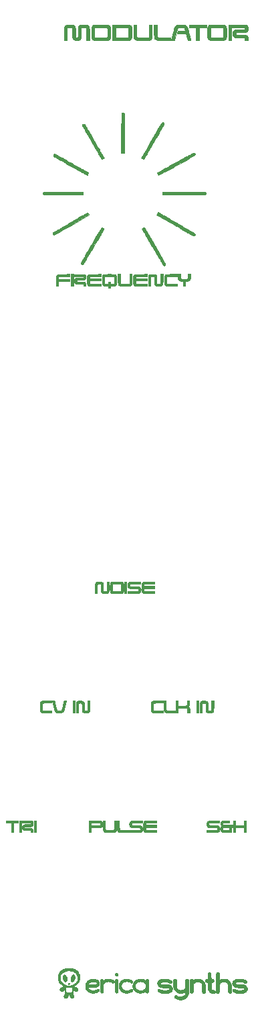
<source format=gto>
G04 #@! TF.GenerationSoftware,KiCad,Pcbnew,(5.0.0-rc2)*
G04 #@! TF.CreationDate,2020-07-08T18:56:34+03:00*
G04 #@! TF.ProjectId,MODPNL2,4D4F44504E4C322E6B696361645F7063,rev?*
G04 #@! TF.SameCoordinates,PX2593240PY82a7440*
G04 #@! TF.FileFunction,Legend,Top*
G04 #@! TF.FilePolarity,Positive*
%FSLAX46Y46*%
G04 Gerber Fmt 4.6, Leading zero omitted, Abs format (unit mm)*
G04 Created by KiCad (PCBNEW (5.0.0-rc2)) date Wed Jul  8 18:56:34 2020*
%MOMM*%
%LPD*%
G01*
G04 APERTURE LIST*
%ADD10C,0.010000*%
G04 APERTURE END LIST*
D10*
G04 #@! TO.C,G\002A\002A\002A*
G36*
X13933814Y6491552D02*
X13972348Y6465986D01*
X14004751Y6426994D01*
X14030252Y6375382D01*
X14048076Y6311956D01*
X14057450Y6237524D01*
X14058721Y6198367D01*
X14054410Y6117836D01*
X14041375Y6039000D01*
X14020622Y5963261D01*
X13993159Y5892022D01*
X13959993Y5826687D01*
X13922131Y5768659D01*
X13880579Y5719341D01*
X13836346Y5680136D01*
X13790439Y5652447D01*
X13743863Y5637678D01*
X13697628Y5637232D01*
X13663246Y5647375D01*
X13622596Y5674251D01*
X13589010Y5714784D01*
X13562906Y5767063D01*
X13544703Y5829173D01*
X13534820Y5899204D01*
X13533675Y5975244D01*
X13541688Y6055379D01*
X13557397Y6130656D01*
X13581926Y6205939D01*
X13614514Y6278022D01*
X13653342Y6344165D01*
X13696592Y6401632D01*
X13742445Y6447684D01*
X13789082Y6479583D01*
X13789161Y6479623D01*
X13841448Y6499177D01*
X13889923Y6502884D01*
X13933814Y6491552D01*
X13933814Y6491552D01*
G37*
X13933814Y6491552D02*
X13972348Y6465986D01*
X14004751Y6426994D01*
X14030252Y6375382D01*
X14048076Y6311956D01*
X14057450Y6237524D01*
X14058721Y6198367D01*
X14054410Y6117836D01*
X14041375Y6039000D01*
X14020622Y5963261D01*
X13993159Y5892022D01*
X13959993Y5826687D01*
X13922131Y5768659D01*
X13880579Y5719341D01*
X13836346Y5680136D01*
X13790439Y5652447D01*
X13743863Y5637678D01*
X13697628Y5637232D01*
X13663246Y5647375D01*
X13622596Y5674251D01*
X13589010Y5714784D01*
X13562906Y5767063D01*
X13544703Y5829173D01*
X13534820Y5899204D01*
X13533675Y5975244D01*
X13541688Y6055379D01*
X13557397Y6130656D01*
X13581926Y6205939D01*
X13614514Y6278022D01*
X13653342Y6344165D01*
X13696592Y6401632D01*
X13742445Y6447684D01*
X13789082Y6479583D01*
X13789161Y6479623D01*
X13841448Y6499177D01*
X13889923Y6502884D01*
X13933814Y6491552D01*
G36*
X12778621Y6492841D02*
X12825669Y6468872D01*
X12872118Y6431901D01*
X12916698Y6382327D01*
X12958141Y6320550D01*
X12981587Y6276533D01*
X13020644Y6184559D01*
X13046018Y6095427D01*
X13058946Y6003983D01*
X13061252Y5944452D01*
X13058270Y5869696D01*
X13048093Y5807436D01*
X13030024Y5754538D01*
X13011321Y5719828D01*
X12975975Y5676961D01*
X12934478Y5649273D01*
X12888377Y5637221D01*
X12839217Y5641265D01*
X12798309Y5656609D01*
X12743406Y5693214D01*
X12692362Y5744528D01*
X12646370Y5808540D01*
X12606627Y5883242D01*
X12574325Y5966626D01*
X12550660Y6056681D01*
X12546094Y6080797D01*
X12535381Y6178895D01*
X12538871Y6268543D01*
X12556529Y6349412D01*
X12578805Y6403622D01*
X12609814Y6450675D01*
X12646570Y6482724D01*
X12687802Y6500167D01*
X12732242Y6503406D01*
X12778621Y6492841D01*
X12778621Y6492841D01*
G37*
X12778621Y6492841D02*
X12825669Y6468872D01*
X12872118Y6431901D01*
X12916698Y6382327D01*
X12958141Y6320550D01*
X12981587Y6276533D01*
X13020644Y6184559D01*
X13046018Y6095427D01*
X13058946Y6003983D01*
X13061252Y5944452D01*
X13058270Y5869696D01*
X13048093Y5807436D01*
X13030024Y5754538D01*
X13011321Y5719828D01*
X12975975Y5676961D01*
X12934478Y5649273D01*
X12888377Y5637221D01*
X12839217Y5641265D01*
X12798309Y5656609D01*
X12743406Y5693214D01*
X12692362Y5744528D01*
X12646370Y5808540D01*
X12606627Y5883242D01*
X12574325Y5966626D01*
X12550660Y6056681D01*
X12546094Y6080797D01*
X12535381Y6178895D01*
X12538871Y6268543D01*
X12556529Y6349412D01*
X12578805Y6403622D01*
X12609814Y6450675D01*
X12646570Y6482724D01*
X12687802Y6500167D01*
X12732242Y6503406D01*
X12778621Y6492841D01*
G36*
X13332455Y5444616D02*
X13359922Y5425927D01*
X13378832Y5398646D01*
X13385978Y5365499D01*
X13383390Y5344346D01*
X13368002Y5314638D01*
X13341634Y5293419D01*
X13308878Y5282548D01*
X13274331Y5283885D01*
X13253681Y5291851D01*
X13227964Y5314518D01*
X13214541Y5344269D01*
X13213109Y5376879D01*
X13223365Y5408124D01*
X13245007Y5433780D01*
X13264674Y5445308D01*
X13299636Y5451985D01*
X13332455Y5444616D01*
X13332455Y5444616D01*
G37*
X13332455Y5444616D02*
X13359922Y5425927D01*
X13378832Y5398646D01*
X13385978Y5365499D01*
X13383390Y5344346D01*
X13368002Y5314638D01*
X13341634Y5293419D01*
X13308878Y5282548D01*
X13274331Y5283885D01*
X13253681Y5291851D01*
X13227964Y5314518D01*
X13214541Y5344269D01*
X13213109Y5376879D01*
X13223365Y5408124D01*
X13245007Y5433780D01*
X13264674Y5445308D01*
X13299636Y5451985D01*
X13332455Y5444616D01*
G36*
X34575292Y126378510D02*
X34731992Y126378086D01*
X34872678Y126377664D01*
X34998263Y126377230D01*
X35109662Y126376771D01*
X35207788Y126376271D01*
X35293555Y126375717D01*
X35367876Y126375097D01*
X35431665Y126374395D01*
X35485836Y126373597D01*
X35531303Y126372691D01*
X35568978Y126371662D01*
X35599776Y126370496D01*
X35624611Y126369180D01*
X35644396Y126367699D01*
X35660045Y126366040D01*
X35672471Y126364189D01*
X35682589Y126362132D01*
X35684368Y126361706D01*
X35763430Y126335657D01*
X35831740Y126299311D01*
X35887958Y126253659D01*
X35930743Y126199692D01*
X35948094Y126166757D01*
X35963471Y126128132D01*
X35974798Y126089394D01*
X35982571Y126047085D01*
X35987287Y125997747D01*
X35989442Y125937921D01*
X35989636Y125877141D01*
X35987280Y125792509D01*
X35981111Y125721935D01*
X35970663Y125662882D01*
X35955470Y125612815D01*
X35935066Y125569198D01*
X35932083Y125564000D01*
X35892075Y125512162D01*
X35837681Y125467873D01*
X35770032Y125431918D01*
X35711102Y125410840D01*
X35699773Y125407874D01*
X35686390Y125405292D01*
X35669672Y125403054D01*
X35648334Y125401121D01*
X35621094Y125399450D01*
X35586669Y125398001D01*
X35543775Y125396734D01*
X35491129Y125395608D01*
X35427449Y125394582D01*
X35351450Y125393616D01*
X35261849Y125392669D01*
X35157364Y125391701D01*
X35087964Y125391100D01*
X34975571Y125390136D01*
X34878868Y125389261D01*
X34796615Y125388428D01*
X34727574Y125387591D01*
X34670508Y125386702D01*
X34624178Y125385714D01*
X34587346Y125384581D01*
X34558773Y125383255D01*
X34537222Y125381690D01*
X34521454Y125379839D01*
X34510231Y125377654D01*
X34502315Y125375090D01*
X34496468Y125372099D01*
X34491451Y125368633D01*
X34491263Y125368494D01*
X34469268Y125348182D01*
X34455505Y125323988D01*
X34448391Y125291663D01*
X34446343Y125247863D01*
X34449946Y125194466D01*
X34461323Y125155057D01*
X34480966Y125128342D01*
X34495293Y125118683D01*
X34502811Y125116240D01*
X34516016Y125114076D01*
X34536032Y125112160D01*
X34563983Y125110458D01*
X34600993Y125108938D01*
X34648184Y125107567D01*
X34706680Y125106313D01*
X34777605Y125105143D01*
X34862082Y125104025D01*
X34961234Y125102926D01*
X35076185Y125101813D01*
X35076775Y125101807D01*
X35195648Y125100580D01*
X35303202Y125099192D01*
X35398680Y125097660D01*
X35481327Y125096003D01*
X35550387Y125094237D01*
X35605106Y125092382D01*
X35644727Y125090455D01*
X35668495Y125088474D01*
X35673593Y125087624D01*
X35755373Y125062190D01*
X35823263Y125027613D01*
X35878051Y124983184D01*
X35920525Y124928191D01*
X35951475Y124861925D01*
X35962015Y124827624D01*
X35968432Y124800658D01*
X35973404Y124772240D01*
X35977199Y124739338D01*
X35980089Y124698918D01*
X35982342Y124647950D01*
X35984229Y124583399D01*
X35984414Y124575824D01*
X35988848Y124391736D01*
X35616182Y124391736D01*
X35612646Y124533505D01*
X35610431Y124596197D01*
X35606976Y124644179D01*
X35601771Y124679655D01*
X35594306Y124704826D01*
X35584072Y124721894D01*
X35570558Y124733063D01*
X35565875Y124735551D01*
X35555027Y124736862D01*
X35528680Y124738239D01*
X35488263Y124739653D01*
X35435203Y124741074D01*
X35370928Y124742473D01*
X35296868Y124743819D01*
X35214450Y124745084D01*
X35125102Y124746238D01*
X35030254Y124747251D01*
X34979441Y124747710D01*
X34863298Y124748702D01*
X34762740Y124749632D01*
X34676423Y124750603D01*
X34603007Y124751716D01*
X34541148Y124753071D01*
X34489504Y124754770D01*
X34446732Y124756913D01*
X34411491Y124759603D01*
X34382437Y124762940D01*
X34358228Y124767025D01*
X34337523Y124771959D01*
X34318978Y124777844D01*
X34301251Y124784780D01*
X34283001Y124792868D01*
X34264246Y124801576D01*
X34204102Y124838529D01*
X34154824Y124888354D01*
X34116345Y124951140D01*
X34088598Y125026977D01*
X34085207Y125040092D01*
X34078383Y125079548D01*
X34073553Y125131315D01*
X34070723Y125191083D01*
X34069896Y125254540D01*
X34071078Y125317375D01*
X34074273Y125375278D01*
X34079487Y125423938D01*
X34084757Y125451908D01*
X34109070Y125527321D01*
X34141874Y125589092D01*
X34184759Y125638839D01*
X34239315Y125678180D01*
X34307129Y125708732D01*
X34350369Y125722297D01*
X34363968Y125725915D01*
X34377558Y125729039D01*
X34392480Y125731717D01*
X34410072Y125734000D01*
X34431673Y125735934D01*
X34458622Y125737570D01*
X34492257Y125738956D01*
X34533918Y125740140D01*
X34584943Y125741172D01*
X34646671Y125742101D01*
X34720441Y125742974D01*
X34807592Y125743841D01*
X34909463Y125744751D01*
X34984061Y125745388D01*
X35096382Y125746360D01*
X35193012Y125747269D01*
X35275189Y125748155D01*
X35344150Y125749060D01*
X35401131Y125750027D01*
X35447369Y125751098D01*
X35484101Y125752314D01*
X35512564Y125753718D01*
X35533996Y125755351D01*
X35549633Y125757256D01*
X35560711Y125759474D01*
X35568468Y125762048D01*
X35574141Y125765019D01*
X35574792Y125765437D01*
X35594175Y125782492D01*
X35606842Y125805578D01*
X35613882Y125838026D01*
X35616387Y125883169D01*
X35616440Y125892676D01*
X35613783Y125939238D01*
X35604809Y125972905D01*
X35588053Y125997002D01*
X35562630Y126014553D01*
X35555399Y126016378D01*
X35540675Y126017996D01*
X35517642Y126019419D01*
X35485484Y126020656D01*
X35443385Y126021718D01*
X35390529Y126022615D01*
X35326099Y126023358D01*
X35249281Y126023955D01*
X35159257Y126024419D01*
X35055211Y126024758D01*
X34936328Y126024984D01*
X34801791Y126025106D01*
X34719177Y126025133D01*
X33896068Y126025258D01*
X33896068Y124391736D01*
X33523659Y124391736D01*
X33523659Y126381245D01*
X34575292Y126378510D01*
X34575292Y126378510D01*
G37*
X34575292Y126378510D02*
X34731992Y126378086D01*
X34872678Y126377664D01*
X34998263Y126377230D01*
X35109662Y126376771D01*
X35207788Y126376271D01*
X35293555Y126375717D01*
X35367876Y126375097D01*
X35431665Y126374395D01*
X35485836Y126373597D01*
X35531303Y126372691D01*
X35568978Y126371662D01*
X35599776Y126370496D01*
X35624611Y126369180D01*
X35644396Y126367699D01*
X35660045Y126366040D01*
X35672471Y126364189D01*
X35682589Y126362132D01*
X35684368Y126361706D01*
X35763430Y126335657D01*
X35831740Y126299311D01*
X35887958Y126253659D01*
X35930743Y126199692D01*
X35948094Y126166757D01*
X35963471Y126128132D01*
X35974798Y126089394D01*
X35982571Y126047085D01*
X35987287Y125997747D01*
X35989442Y125937921D01*
X35989636Y125877141D01*
X35987280Y125792509D01*
X35981111Y125721935D01*
X35970663Y125662882D01*
X35955470Y125612815D01*
X35935066Y125569198D01*
X35932083Y125564000D01*
X35892075Y125512162D01*
X35837681Y125467873D01*
X35770032Y125431918D01*
X35711102Y125410840D01*
X35699773Y125407874D01*
X35686390Y125405292D01*
X35669672Y125403054D01*
X35648334Y125401121D01*
X35621094Y125399450D01*
X35586669Y125398001D01*
X35543775Y125396734D01*
X35491129Y125395608D01*
X35427449Y125394582D01*
X35351450Y125393616D01*
X35261849Y125392669D01*
X35157364Y125391701D01*
X35087964Y125391100D01*
X34975571Y125390136D01*
X34878868Y125389261D01*
X34796615Y125388428D01*
X34727574Y125387591D01*
X34670508Y125386702D01*
X34624178Y125385714D01*
X34587346Y125384581D01*
X34558773Y125383255D01*
X34537222Y125381690D01*
X34521454Y125379839D01*
X34510231Y125377654D01*
X34502315Y125375090D01*
X34496468Y125372099D01*
X34491451Y125368633D01*
X34491263Y125368494D01*
X34469268Y125348182D01*
X34455505Y125323988D01*
X34448391Y125291663D01*
X34446343Y125247863D01*
X34449946Y125194466D01*
X34461323Y125155057D01*
X34480966Y125128342D01*
X34495293Y125118683D01*
X34502811Y125116240D01*
X34516016Y125114076D01*
X34536032Y125112160D01*
X34563983Y125110458D01*
X34600993Y125108938D01*
X34648184Y125107567D01*
X34706680Y125106313D01*
X34777605Y125105143D01*
X34862082Y125104025D01*
X34961234Y125102926D01*
X35076185Y125101813D01*
X35076775Y125101807D01*
X35195648Y125100580D01*
X35303202Y125099192D01*
X35398680Y125097660D01*
X35481327Y125096003D01*
X35550387Y125094237D01*
X35605106Y125092382D01*
X35644727Y125090455D01*
X35668495Y125088474D01*
X35673593Y125087624D01*
X35755373Y125062190D01*
X35823263Y125027613D01*
X35878051Y124983184D01*
X35920525Y124928191D01*
X35951475Y124861925D01*
X35962015Y124827624D01*
X35968432Y124800658D01*
X35973404Y124772240D01*
X35977199Y124739338D01*
X35980089Y124698918D01*
X35982342Y124647950D01*
X35984229Y124583399D01*
X35984414Y124575824D01*
X35988848Y124391736D01*
X35616182Y124391736D01*
X35612646Y124533505D01*
X35610431Y124596197D01*
X35606976Y124644179D01*
X35601771Y124679655D01*
X35594306Y124704826D01*
X35584072Y124721894D01*
X35570558Y124733063D01*
X35565875Y124735551D01*
X35555027Y124736862D01*
X35528680Y124738239D01*
X35488263Y124739653D01*
X35435203Y124741074D01*
X35370928Y124742473D01*
X35296868Y124743819D01*
X35214450Y124745084D01*
X35125102Y124746238D01*
X35030254Y124747251D01*
X34979441Y124747710D01*
X34863298Y124748702D01*
X34762740Y124749632D01*
X34676423Y124750603D01*
X34603007Y124751716D01*
X34541148Y124753071D01*
X34489504Y124754770D01*
X34446732Y124756913D01*
X34411491Y124759603D01*
X34382437Y124762940D01*
X34358228Y124767025D01*
X34337523Y124771959D01*
X34318978Y124777844D01*
X34301251Y124784780D01*
X34283001Y124792868D01*
X34264246Y124801576D01*
X34204102Y124838529D01*
X34154824Y124888354D01*
X34116345Y124951140D01*
X34088598Y125026977D01*
X34085207Y125040092D01*
X34078383Y125079548D01*
X34073553Y125131315D01*
X34070723Y125191083D01*
X34069896Y125254540D01*
X34071078Y125317375D01*
X34074273Y125375278D01*
X34079487Y125423938D01*
X34084757Y125451908D01*
X34109070Y125527321D01*
X34141874Y125589092D01*
X34184759Y125638839D01*
X34239315Y125678180D01*
X34307129Y125708732D01*
X34350369Y125722297D01*
X34363968Y125725915D01*
X34377558Y125729039D01*
X34392480Y125731717D01*
X34410072Y125734000D01*
X34431673Y125735934D01*
X34458622Y125737570D01*
X34492257Y125738956D01*
X34533918Y125740140D01*
X34584943Y125741172D01*
X34646671Y125742101D01*
X34720441Y125742974D01*
X34807592Y125743841D01*
X34909463Y125744751D01*
X34984061Y125745388D01*
X35096382Y125746360D01*
X35193012Y125747269D01*
X35275189Y125748155D01*
X35344150Y125749060D01*
X35401131Y125750027D01*
X35447369Y125751098D01*
X35484101Y125752314D01*
X35512564Y125753718D01*
X35533996Y125755351D01*
X35549633Y125757256D01*
X35560711Y125759474D01*
X35568468Y125762048D01*
X35574141Y125765019D01*
X35574792Y125765437D01*
X35594175Y125782492D01*
X35606842Y125805578D01*
X35613882Y125838026D01*
X35616387Y125883169D01*
X35616440Y125892676D01*
X35613783Y125939238D01*
X35604809Y125972905D01*
X35588053Y125997002D01*
X35562630Y126014553D01*
X35555399Y126016378D01*
X35540675Y126017996D01*
X35517642Y126019419D01*
X35485484Y126020656D01*
X35443385Y126021718D01*
X35390529Y126022615D01*
X35326099Y126023358D01*
X35249281Y126023955D01*
X35159257Y126024419D01*
X35055211Y126024758D01*
X34936328Y126024984D01*
X34801791Y126025106D01*
X34719177Y126025133D01*
X33896068Y126025258D01*
X33896068Y124391736D01*
X33523659Y124391736D01*
X33523659Y126381245D01*
X34575292Y126378510D01*
G36*
X32190711Y126376491D02*
X32310397Y126376427D01*
X32415324Y126376299D01*
X32506576Y126376085D01*
X32585236Y126375768D01*
X32652391Y126375328D01*
X32709122Y126374746D01*
X32756516Y126374003D01*
X32795655Y126373079D01*
X32827625Y126371957D01*
X32853509Y126370616D01*
X32874392Y126369038D01*
X32891358Y126367204D01*
X32905491Y126365094D01*
X32917875Y126362689D01*
X32924488Y126361197D01*
X33008374Y126334662D01*
X33079434Y126297188D01*
X33138160Y126248280D01*
X33185046Y126187447D01*
X33220584Y126114194D01*
X33241738Y126043947D01*
X33244712Y126030212D01*
X33247276Y126015323D01*
X33249459Y125997988D01*
X33251290Y125976912D01*
X33252799Y125950801D01*
X33254016Y125918360D01*
X33254969Y125878297D01*
X33255689Y125829317D01*
X33256205Y125770126D01*
X33256545Y125699429D01*
X33256740Y125615934D01*
X33256820Y125518345D01*
X33256813Y125405369D01*
X33256804Y125382006D01*
X33256745Y125266978D01*
X33256645Y125167585D01*
X33256469Y125082534D01*
X33256179Y125010532D01*
X33255742Y124950285D01*
X33255120Y124900501D01*
X33254277Y124859887D01*
X33253179Y124827150D01*
X33251788Y124800996D01*
X33250070Y124780134D01*
X33247988Y124763269D01*
X33245506Y124749109D01*
X33242589Y124736361D01*
X33239201Y124723732D01*
X33238468Y124721123D01*
X33219028Y124660108D01*
X33197691Y124611066D01*
X33171884Y124569058D01*
X33139030Y124529144D01*
X33137555Y124527545D01*
X33092919Y124486668D01*
X33042345Y124456100D01*
X33034072Y124452178D01*
X33014389Y124443073D01*
X32996505Y124435032D01*
X32979287Y124427988D01*
X32961606Y124421871D01*
X32942331Y124416613D01*
X32920329Y124412145D01*
X32894470Y124408398D01*
X32863624Y124405305D01*
X32826658Y124402796D01*
X32782442Y124400802D01*
X32729846Y124399256D01*
X32667737Y124398088D01*
X32594985Y124397229D01*
X32510458Y124396612D01*
X32413027Y124396167D01*
X32301559Y124395826D01*
X32174924Y124395520D01*
X32097501Y124395340D01*
X31983711Y124395153D01*
X31873566Y124395133D01*
X31768406Y124395271D01*
X31669571Y124395557D01*
X31578402Y124395983D01*
X31496236Y124396539D01*
X31424416Y124397218D01*
X31364279Y124398009D01*
X31317166Y124398904D01*
X31284417Y124399894D01*
X31268191Y124400874D01*
X31205082Y124410835D01*
X31142849Y124426252D01*
X31086993Y124445530D01*
X31046234Y124465154D01*
X31003377Y124496927D01*
X30961374Y124539689D01*
X30924918Y124587941D01*
X30898702Y124636185D01*
X30897292Y124639619D01*
X30889110Y124660495D01*
X30882010Y124680293D01*
X30875917Y124700332D01*
X30870752Y124721928D01*
X30866441Y124746400D01*
X30862904Y124775067D01*
X30860067Y124809246D01*
X30857852Y124850256D01*
X30856182Y124899414D01*
X30854981Y124958039D01*
X30854172Y125027449D01*
X30853826Y125084551D01*
X31230935Y125084551D01*
X31231120Y125012557D01*
X31231720Y124952760D01*
X31232832Y124903976D01*
X31234554Y124865024D01*
X31236983Y124834720D01*
X31240217Y124811883D01*
X31244352Y124795329D01*
X31249487Y124783875D01*
X31255718Y124776338D01*
X31263143Y124771537D01*
X31271860Y124768288D01*
X31281964Y124765409D01*
X31282963Y124765123D01*
X31296304Y124763702D01*
X31325062Y124762405D01*
X31367725Y124761232D01*
X31422780Y124760183D01*
X31488718Y124759261D01*
X31564027Y124758465D01*
X31647195Y124757797D01*
X31736712Y124757257D01*
X31831066Y124756847D01*
X31928745Y124756566D01*
X32028239Y124756417D01*
X32128036Y124756400D01*
X32226624Y124756515D01*
X32322494Y124756764D01*
X32414132Y124757148D01*
X32500029Y124757667D01*
X32578673Y124758323D01*
X32648551Y124759115D01*
X32708154Y124760046D01*
X32755970Y124761115D01*
X32790488Y124762325D01*
X32810196Y124763674D01*
X32813543Y124764240D01*
X32838742Y124774854D01*
X32858944Y124789258D01*
X32860094Y124790473D01*
X32863275Y124794542D01*
X32866007Y124800020D01*
X32868324Y124808142D01*
X32870260Y124820142D01*
X32871849Y124837254D01*
X32873125Y124860713D01*
X32874123Y124891751D01*
X32874876Y124931604D01*
X32875420Y124981506D01*
X32875786Y125042691D01*
X32876011Y125116392D01*
X32876128Y125203845D01*
X32876171Y125306283D01*
X32876175Y125372315D01*
X32876162Y125483868D01*
X32876098Y125579752D01*
X32875949Y125661226D01*
X32875676Y125729547D01*
X32875246Y125785974D01*
X32874622Y125831766D01*
X32873767Y125868180D01*
X32872647Y125896477D01*
X32871224Y125917913D01*
X32869463Y125933747D01*
X32867328Y125945239D01*
X32864784Y125953645D01*
X32861793Y125960226D01*
X32859247Y125964701D01*
X32840032Y125987597D01*
X32814895Y126006946D01*
X32810917Y126009136D01*
X32804854Y126011972D01*
X32797695Y126014454D01*
X32788339Y126016607D01*
X32775686Y126018454D01*
X32758634Y126020018D01*
X32736084Y126021322D01*
X32706933Y126022390D01*
X32670081Y126023245D01*
X32624427Y126023911D01*
X32568870Y126024412D01*
X32502310Y126024769D01*
X32423645Y126025008D01*
X32331774Y126025151D01*
X32225597Y126025222D01*
X32104013Y126025244D01*
X32053403Y126025245D01*
X31925278Y126025225D01*
X31812988Y126025155D01*
X31715442Y126025014D01*
X31631548Y126024780D01*
X31560213Y126024432D01*
X31500345Y126023949D01*
X31450853Y126023309D01*
X31410644Y126022491D01*
X31378626Y126021473D01*
X31353708Y126020234D01*
X31334797Y126018752D01*
X31320801Y126017006D01*
X31310628Y126014975D01*
X31303186Y126012638D01*
X31298270Y126010433D01*
X31273480Y125993671D01*
X31252731Y125973086D01*
X31251718Y125971743D01*
X31248248Y125966679D01*
X31245263Y125960813D01*
X31242719Y125952894D01*
X31240576Y125941671D01*
X31238791Y125925894D01*
X31237321Y125904310D01*
X31236124Y125875671D01*
X31235158Y125838724D01*
X31234381Y125792220D01*
X31233750Y125734907D01*
X31233223Y125665535D01*
X31232758Y125582853D01*
X31232312Y125485609D01*
X31231897Y125385542D01*
X31231421Y125269861D01*
X31231067Y125169925D01*
X31230935Y125084551D01*
X30853826Y125084551D01*
X30853677Y125108962D01*
X30853422Y125203896D01*
X30853327Y125313569D01*
X30853316Y125394701D01*
X30853344Y125509489D01*
X30853451Y125608660D01*
X30853665Y125693525D01*
X30854019Y125765395D01*
X30854543Y125825581D01*
X30855269Y125875393D01*
X30856226Y125916144D01*
X30857447Y125949142D01*
X30858962Y125975700D01*
X30860801Y125997128D01*
X30862997Y126014738D01*
X30865579Y126029839D01*
X30868578Y126043743D01*
X30868626Y126043947D01*
X30895161Y126127834D01*
X30932636Y126198893D01*
X30981543Y126257619D01*
X31042377Y126304505D01*
X31115629Y126340044D01*
X31185876Y126361197D01*
X31197753Y126363777D01*
X31210767Y126366050D01*
X31226004Y126368038D01*
X31244547Y126369758D01*
X31267481Y126371230D01*
X31295889Y126372473D01*
X31330857Y126373506D01*
X31373468Y126374348D01*
X31424807Y126375019D01*
X31485957Y126375536D01*
X31558004Y126375920D01*
X31642030Y126376190D01*
X31739121Y126376364D01*
X31850361Y126376462D01*
X31976833Y126376503D01*
X32055182Y126376508D01*
X32190711Y126376491D01*
X32190711Y126376491D01*
G37*
X32190711Y126376491D02*
X32310397Y126376427D01*
X32415324Y126376299D01*
X32506576Y126376085D01*
X32585236Y126375768D01*
X32652391Y126375328D01*
X32709122Y126374746D01*
X32756516Y126374003D01*
X32795655Y126373079D01*
X32827625Y126371957D01*
X32853509Y126370616D01*
X32874392Y126369038D01*
X32891358Y126367204D01*
X32905491Y126365094D01*
X32917875Y126362689D01*
X32924488Y126361197D01*
X33008374Y126334662D01*
X33079434Y126297188D01*
X33138160Y126248280D01*
X33185046Y126187447D01*
X33220584Y126114194D01*
X33241738Y126043947D01*
X33244712Y126030212D01*
X33247276Y126015323D01*
X33249459Y125997988D01*
X33251290Y125976912D01*
X33252799Y125950801D01*
X33254016Y125918360D01*
X33254969Y125878297D01*
X33255689Y125829317D01*
X33256205Y125770126D01*
X33256545Y125699429D01*
X33256740Y125615934D01*
X33256820Y125518345D01*
X33256813Y125405369D01*
X33256804Y125382006D01*
X33256745Y125266978D01*
X33256645Y125167585D01*
X33256469Y125082534D01*
X33256179Y125010532D01*
X33255742Y124950285D01*
X33255120Y124900501D01*
X33254277Y124859887D01*
X33253179Y124827150D01*
X33251788Y124800996D01*
X33250070Y124780134D01*
X33247988Y124763269D01*
X33245506Y124749109D01*
X33242589Y124736361D01*
X33239201Y124723732D01*
X33238468Y124721123D01*
X33219028Y124660108D01*
X33197691Y124611066D01*
X33171884Y124569058D01*
X33139030Y124529144D01*
X33137555Y124527545D01*
X33092919Y124486668D01*
X33042345Y124456100D01*
X33034072Y124452178D01*
X33014389Y124443073D01*
X32996505Y124435032D01*
X32979287Y124427988D01*
X32961606Y124421871D01*
X32942331Y124416613D01*
X32920329Y124412145D01*
X32894470Y124408398D01*
X32863624Y124405305D01*
X32826658Y124402796D01*
X32782442Y124400802D01*
X32729846Y124399256D01*
X32667737Y124398088D01*
X32594985Y124397229D01*
X32510458Y124396612D01*
X32413027Y124396167D01*
X32301559Y124395826D01*
X32174924Y124395520D01*
X32097501Y124395340D01*
X31983711Y124395153D01*
X31873566Y124395133D01*
X31768406Y124395271D01*
X31669571Y124395557D01*
X31578402Y124395983D01*
X31496236Y124396539D01*
X31424416Y124397218D01*
X31364279Y124398009D01*
X31317166Y124398904D01*
X31284417Y124399894D01*
X31268191Y124400874D01*
X31205082Y124410835D01*
X31142849Y124426252D01*
X31086993Y124445530D01*
X31046234Y124465154D01*
X31003377Y124496927D01*
X30961374Y124539689D01*
X30924918Y124587941D01*
X30898702Y124636185D01*
X30897292Y124639619D01*
X30889110Y124660495D01*
X30882010Y124680293D01*
X30875917Y124700332D01*
X30870752Y124721928D01*
X30866441Y124746400D01*
X30862904Y124775067D01*
X30860067Y124809246D01*
X30857852Y124850256D01*
X30856182Y124899414D01*
X30854981Y124958039D01*
X30854172Y125027449D01*
X30853826Y125084551D01*
X31230935Y125084551D01*
X31231120Y125012557D01*
X31231720Y124952760D01*
X31232832Y124903976D01*
X31234554Y124865024D01*
X31236983Y124834720D01*
X31240217Y124811883D01*
X31244352Y124795329D01*
X31249487Y124783875D01*
X31255718Y124776338D01*
X31263143Y124771537D01*
X31271860Y124768288D01*
X31281964Y124765409D01*
X31282963Y124765123D01*
X31296304Y124763702D01*
X31325062Y124762405D01*
X31367725Y124761232D01*
X31422780Y124760183D01*
X31488718Y124759261D01*
X31564027Y124758465D01*
X31647195Y124757797D01*
X31736712Y124757257D01*
X31831066Y124756847D01*
X31928745Y124756566D01*
X32028239Y124756417D01*
X32128036Y124756400D01*
X32226624Y124756515D01*
X32322494Y124756764D01*
X32414132Y124757148D01*
X32500029Y124757667D01*
X32578673Y124758323D01*
X32648551Y124759115D01*
X32708154Y124760046D01*
X32755970Y124761115D01*
X32790488Y124762325D01*
X32810196Y124763674D01*
X32813543Y124764240D01*
X32838742Y124774854D01*
X32858944Y124789258D01*
X32860094Y124790473D01*
X32863275Y124794542D01*
X32866007Y124800020D01*
X32868324Y124808142D01*
X32870260Y124820142D01*
X32871849Y124837254D01*
X32873125Y124860713D01*
X32874123Y124891751D01*
X32874876Y124931604D01*
X32875420Y124981506D01*
X32875786Y125042691D01*
X32876011Y125116392D01*
X32876128Y125203845D01*
X32876171Y125306283D01*
X32876175Y125372315D01*
X32876162Y125483868D01*
X32876098Y125579752D01*
X32875949Y125661226D01*
X32875676Y125729547D01*
X32875246Y125785974D01*
X32874622Y125831766D01*
X32873767Y125868180D01*
X32872647Y125896477D01*
X32871224Y125917913D01*
X32869463Y125933747D01*
X32867328Y125945239D01*
X32864784Y125953645D01*
X32861793Y125960226D01*
X32859247Y125964701D01*
X32840032Y125987597D01*
X32814895Y126006946D01*
X32810917Y126009136D01*
X32804854Y126011972D01*
X32797695Y126014454D01*
X32788339Y126016607D01*
X32775686Y126018454D01*
X32758634Y126020018D01*
X32736084Y126021322D01*
X32706933Y126022390D01*
X32670081Y126023245D01*
X32624427Y126023911D01*
X32568870Y126024412D01*
X32502310Y126024769D01*
X32423645Y126025008D01*
X32331774Y126025151D01*
X32225597Y126025222D01*
X32104013Y126025244D01*
X32053403Y126025245D01*
X31925278Y126025225D01*
X31812988Y126025155D01*
X31715442Y126025014D01*
X31631548Y126024780D01*
X31560213Y126024432D01*
X31500345Y126023949D01*
X31450853Y126023309D01*
X31410644Y126022491D01*
X31378626Y126021473D01*
X31353708Y126020234D01*
X31334797Y126018752D01*
X31320801Y126017006D01*
X31310628Y126014975D01*
X31303186Y126012638D01*
X31298270Y126010433D01*
X31273480Y125993671D01*
X31252731Y125973086D01*
X31251718Y125971743D01*
X31248248Y125966679D01*
X31245263Y125960813D01*
X31242719Y125952894D01*
X31240576Y125941671D01*
X31238791Y125925894D01*
X31237321Y125904310D01*
X31236124Y125875671D01*
X31235158Y125838724D01*
X31234381Y125792220D01*
X31233750Y125734907D01*
X31233223Y125665535D01*
X31232758Y125582853D01*
X31232312Y125485609D01*
X31231897Y125385542D01*
X31231421Y125269861D01*
X31231067Y125169925D01*
X31230935Y125084551D01*
X30853826Y125084551D01*
X30853677Y125108962D01*
X30853422Y125203896D01*
X30853327Y125313569D01*
X30853316Y125394701D01*
X30853344Y125509489D01*
X30853451Y125608660D01*
X30853665Y125693525D01*
X30854019Y125765395D01*
X30854543Y125825581D01*
X30855269Y125875393D01*
X30856226Y125916144D01*
X30857447Y125949142D01*
X30858962Y125975700D01*
X30860801Y125997128D01*
X30862997Y126014738D01*
X30865579Y126029839D01*
X30868578Y126043743D01*
X30868626Y126043947D01*
X30895161Y126127834D01*
X30932636Y126198893D01*
X30981543Y126257619D01*
X31042377Y126304505D01*
X31115629Y126340044D01*
X31185876Y126361197D01*
X31197753Y126363777D01*
X31210767Y126366050D01*
X31226004Y126368038D01*
X31244547Y126369758D01*
X31267481Y126371230D01*
X31295889Y126372473D01*
X31330857Y126373506D01*
X31373468Y126374348D01*
X31424807Y126375019D01*
X31485957Y126375536D01*
X31558004Y126375920D01*
X31642030Y126376190D01*
X31739121Y126376364D01*
X31850361Y126376462D01*
X31976833Y126376503D01*
X32055182Y126376508D01*
X32190711Y126376491D01*
G36*
X30713663Y126025258D02*
X29799567Y126025258D01*
X29799567Y124391736D01*
X29427158Y124391736D01*
X29427158Y126025258D01*
X28521527Y126025258D01*
X28521527Y126380739D01*
X30713663Y126380739D01*
X30713663Y126025258D01*
X30713663Y126025258D01*
G37*
X30713663Y126025258D02*
X29799567Y126025258D01*
X29799567Y124391736D01*
X29427158Y124391736D01*
X29427158Y126025258D01*
X28521527Y126025258D01*
X28521527Y126380739D01*
X30713663Y126380739D01*
X30713663Y126025258D01*
G36*
X27982113Y126353239D02*
X28067966Y126314958D01*
X28143823Y126264174D01*
X28210166Y126200352D01*
X28267473Y126122958D01*
X28316224Y126031460D01*
X28351152Y125942612D01*
X28355929Y125926628D01*
X28364581Y125895517D01*
X28376772Y125850550D01*
X28392168Y125792997D01*
X28410435Y125724126D01*
X28431236Y125645209D01*
X28454238Y125557515D01*
X28479106Y125462314D01*
X28505505Y125360876D01*
X28533101Y125254470D01*
X28559783Y125151243D01*
X28587858Y125042501D01*
X28614769Y124938357D01*
X28640211Y124839987D01*
X28663877Y124748571D01*
X28685462Y124665287D01*
X28704661Y124591313D01*
X28721167Y124527827D01*
X28734675Y124476008D01*
X28744878Y124437034D01*
X28751471Y124412083D01*
X28754149Y124402333D01*
X28754155Y124402316D01*
X28751897Y124398847D01*
X28741245Y124396176D01*
X28720613Y124394217D01*
X28688412Y124392884D01*
X28643055Y124392094D01*
X28582954Y124391760D01*
X28556390Y124391736D01*
X28354796Y124391736D01*
X28260380Y124766261D01*
X28240690Y124844297D01*
X28222005Y124918217D01*
X28204785Y124986206D01*
X28189493Y125046447D01*
X28176590Y125097125D01*
X28166536Y125136425D01*
X28159795Y125162530D01*
X28157143Y125172526D01*
X28148322Y125204265D01*
X27585874Y125204265D01*
X27459064Y125204382D01*
X27348941Y125204735D01*
X27255268Y125205329D01*
X27177805Y125206167D01*
X27116313Y125207252D01*
X27070555Y125208589D01*
X27040291Y125210180D01*
X27025283Y125212031D01*
X27023426Y125213052D01*
X27025323Y125223688D01*
X27030604Y125248074D01*
X27038656Y125283513D01*
X27048866Y125327306D01*
X27060619Y125376756D01*
X27061448Y125380213D01*
X27073594Y125430830D01*
X27084613Y125476792D01*
X27093802Y125515168D01*
X27100460Y125543030D01*
X27103885Y125557446D01*
X27103929Y125557631D01*
X27108387Y125576674D01*
X27577969Y125576674D01*
X27665362Y125576747D01*
X27747472Y125576955D01*
X27822778Y125577286D01*
X27889758Y125577726D01*
X27946892Y125578262D01*
X27992657Y125578880D01*
X28025532Y125579567D01*
X28043997Y125580310D01*
X28047551Y125580819D01*
X28045224Y125593381D01*
X28038857Y125618939D01*
X28029368Y125654307D01*
X28017676Y125696296D01*
X28004700Y125741720D01*
X27991360Y125787390D01*
X27978575Y125830119D01*
X27967263Y125866719D01*
X27958343Y125894003D01*
X27953438Y125907239D01*
X27928821Y125948799D01*
X27895091Y125984418D01*
X27856845Y126009711D01*
X27838597Y126016789D01*
X27820672Y126019588D01*
X27788010Y126021723D01*
X27740189Y126023200D01*
X27676788Y126024030D01*
X27597387Y126024218D01*
X27501563Y126023775D01*
X27483306Y126023635D01*
X27160280Y126021026D01*
X27123793Y125995373D01*
X27112270Y125987215D01*
X27101889Y125979223D01*
X27092321Y125970385D01*
X27083239Y125959687D01*
X27074315Y125946115D01*
X27065222Y125928657D01*
X27055632Y125906299D01*
X27045218Y125878028D01*
X27033652Y125842831D01*
X27020607Y125799693D01*
X27005754Y125747602D01*
X26988767Y125685545D01*
X26969317Y125612508D01*
X26947077Y125527478D01*
X26921720Y125429442D01*
X26892917Y125317385D01*
X26860342Y125190296D01*
X26848201Y125142902D01*
X26655761Y124391736D01*
X26458720Y124391736D01*
X26402792Y124392043D01*
X26353088Y124392905D01*
X26311937Y124394234D01*
X26281667Y124395940D01*
X26264607Y124397937D01*
X26261680Y124399228D01*
X26263794Y124410699D01*
X26269893Y124437139D01*
X26279614Y124477156D01*
X26292595Y124529360D01*
X26308472Y124592360D01*
X26326883Y124664765D01*
X26347464Y124745184D01*
X26369852Y124832226D01*
X26393685Y124924501D01*
X26418598Y125020616D01*
X26444231Y125119182D01*
X26470218Y125218807D01*
X26496198Y125318101D01*
X26521807Y125415672D01*
X26546682Y125510130D01*
X26570461Y125600084D01*
X26592780Y125684142D01*
X26613276Y125760914D01*
X26631587Y125829008D01*
X26647348Y125887035D01*
X26660198Y125933603D01*
X26669773Y125967320D01*
X26675710Y125986797D01*
X26676803Y125989847D01*
X26723342Y126088979D01*
X26778252Y126173498D01*
X26841740Y126243619D01*
X26914015Y126299558D01*
X26995284Y126341532D01*
X27026326Y126353111D01*
X27095369Y126376508D01*
X27916362Y126376508D01*
X27982113Y126353239D01*
X27982113Y126353239D01*
G37*
X27982113Y126353239D02*
X28067966Y126314958D01*
X28143823Y126264174D01*
X28210166Y126200352D01*
X28267473Y126122958D01*
X28316224Y126031460D01*
X28351152Y125942612D01*
X28355929Y125926628D01*
X28364581Y125895517D01*
X28376772Y125850550D01*
X28392168Y125792997D01*
X28410435Y125724126D01*
X28431236Y125645209D01*
X28454238Y125557515D01*
X28479106Y125462314D01*
X28505505Y125360876D01*
X28533101Y125254470D01*
X28559783Y125151243D01*
X28587858Y125042501D01*
X28614769Y124938357D01*
X28640211Y124839987D01*
X28663877Y124748571D01*
X28685462Y124665287D01*
X28704661Y124591313D01*
X28721167Y124527827D01*
X28734675Y124476008D01*
X28744878Y124437034D01*
X28751471Y124412083D01*
X28754149Y124402333D01*
X28754155Y124402316D01*
X28751897Y124398847D01*
X28741245Y124396176D01*
X28720613Y124394217D01*
X28688412Y124392884D01*
X28643055Y124392094D01*
X28582954Y124391760D01*
X28556390Y124391736D01*
X28354796Y124391736D01*
X28260380Y124766261D01*
X28240690Y124844297D01*
X28222005Y124918217D01*
X28204785Y124986206D01*
X28189493Y125046447D01*
X28176590Y125097125D01*
X28166536Y125136425D01*
X28159795Y125162530D01*
X28157143Y125172526D01*
X28148322Y125204265D01*
X27585874Y125204265D01*
X27459064Y125204382D01*
X27348941Y125204735D01*
X27255268Y125205329D01*
X27177805Y125206167D01*
X27116313Y125207252D01*
X27070555Y125208589D01*
X27040291Y125210180D01*
X27025283Y125212031D01*
X27023426Y125213052D01*
X27025323Y125223688D01*
X27030604Y125248074D01*
X27038656Y125283513D01*
X27048866Y125327306D01*
X27060619Y125376756D01*
X27061448Y125380213D01*
X27073594Y125430830D01*
X27084613Y125476792D01*
X27093802Y125515168D01*
X27100460Y125543030D01*
X27103885Y125557446D01*
X27103929Y125557631D01*
X27108387Y125576674D01*
X27577969Y125576674D01*
X27665362Y125576747D01*
X27747472Y125576955D01*
X27822778Y125577286D01*
X27889758Y125577726D01*
X27946892Y125578262D01*
X27992657Y125578880D01*
X28025532Y125579567D01*
X28043997Y125580310D01*
X28047551Y125580819D01*
X28045224Y125593381D01*
X28038857Y125618939D01*
X28029368Y125654307D01*
X28017676Y125696296D01*
X28004700Y125741720D01*
X27991360Y125787390D01*
X27978575Y125830119D01*
X27967263Y125866719D01*
X27958343Y125894003D01*
X27953438Y125907239D01*
X27928821Y125948799D01*
X27895091Y125984418D01*
X27856845Y126009711D01*
X27838597Y126016789D01*
X27820672Y126019588D01*
X27788010Y126021723D01*
X27740189Y126023200D01*
X27676788Y126024030D01*
X27597387Y126024218D01*
X27501563Y126023775D01*
X27483306Y126023635D01*
X27160280Y126021026D01*
X27123793Y125995373D01*
X27112270Y125987215D01*
X27101889Y125979223D01*
X27092321Y125970385D01*
X27083239Y125959687D01*
X27074315Y125946115D01*
X27065222Y125928657D01*
X27055632Y125906299D01*
X27045218Y125878028D01*
X27033652Y125842831D01*
X27020607Y125799693D01*
X27005754Y125747602D01*
X26988767Y125685545D01*
X26969317Y125612508D01*
X26947077Y125527478D01*
X26921720Y125429442D01*
X26892917Y125317385D01*
X26860342Y125190296D01*
X26848201Y125142902D01*
X26655761Y124391736D01*
X26458720Y124391736D01*
X26402792Y124392043D01*
X26353088Y124392905D01*
X26311937Y124394234D01*
X26281667Y124395940D01*
X26264607Y124397937D01*
X26261680Y124399228D01*
X26263794Y124410699D01*
X26269893Y124437139D01*
X26279614Y124477156D01*
X26292595Y124529360D01*
X26308472Y124592360D01*
X26326883Y124664765D01*
X26347464Y124745184D01*
X26369852Y124832226D01*
X26393685Y124924501D01*
X26418598Y125020616D01*
X26444231Y125119182D01*
X26470218Y125218807D01*
X26496198Y125318101D01*
X26521807Y125415672D01*
X26546682Y125510130D01*
X26570461Y125600084D01*
X26592780Y125684142D01*
X26613276Y125760914D01*
X26631587Y125829008D01*
X26647348Y125887035D01*
X26660198Y125933603D01*
X26669773Y125967320D01*
X26675710Y125986797D01*
X26676803Y125989847D01*
X26723342Y126088979D01*
X26778252Y126173498D01*
X26841740Y126243619D01*
X26914015Y126299558D01*
X26995284Y126341532D01*
X27026326Y126353111D01*
X27095369Y126376508D01*
X27916362Y126376508D01*
X27982113Y126353239D01*
G36*
X24475808Y125645921D02*
X24475843Y125514570D01*
X24475957Y125399086D01*
X24476168Y125298407D01*
X24476493Y125211472D01*
X24476949Y125137221D01*
X24477554Y125074591D01*
X24478324Y125022522D01*
X24479277Y124979954D01*
X24480430Y124945823D01*
X24481800Y124919071D01*
X24483403Y124898635D01*
X24485258Y124883454D01*
X24487381Y124872468D01*
X24488351Y124868866D01*
X24503704Y124831872D01*
X24527013Y124803599D01*
X24562423Y124779257D01*
X24568911Y124775715D01*
X24574566Y124773025D01*
X24581528Y124770653D01*
X24590852Y124768573D01*
X24603592Y124766764D01*
X24620803Y124765200D01*
X24643541Y124763860D01*
X24672861Y124762718D01*
X24709817Y124761752D01*
X24755465Y124760937D01*
X24810859Y124760251D01*
X24877056Y124759669D01*
X24955109Y124759168D01*
X25046074Y124758725D01*
X25151007Y124758315D01*
X25270961Y124757915D01*
X25379324Y124757585D01*
X26160114Y124755256D01*
X26160114Y124391736D01*
X25400484Y124392920D01*
X25286961Y124393164D01*
X25177163Y124393530D01*
X25072423Y124394007D01*
X24974074Y124394582D01*
X24883448Y124395244D01*
X24801878Y124395980D01*
X24730698Y124396779D01*
X24671241Y124397629D01*
X24624840Y124398517D01*
X24592827Y124399433D01*
X24577375Y124400274D01*
X24475809Y124416644D01*
X24386311Y124444865D01*
X24308808Y124484992D01*
X24243225Y124537081D01*
X24189491Y124601187D01*
X24147530Y124677366D01*
X24123584Y124742985D01*
X24121013Y124752527D01*
X24118738Y124763582D01*
X24116737Y124777221D01*
X24114987Y124794515D01*
X24113466Y124816535D01*
X24112150Y124844352D01*
X24111017Y124879037D01*
X24110044Y124921660D01*
X24109207Y124973293D01*
X24108485Y125035006D01*
X24107854Y125107870D01*
X24107292Y125192957D01*
X24106776Y125291336D01*
X24106282Y125404079D01*
X24105788Y125532257D01*
X24105589Y125587254D01*
X24102746Y126380739D01*
X24475808Y126380739D01*
X24475808Y125645921D01*
X24475808Y125645921D01*
G37*
X24475808Y125645921D02*
X24475843Y125514570D01*
X24475957Y125399086D01*
X24476168Y125298407D01*
X24476493Y125211472D01*
X24476949Y125137221D01*
X24477554Y125074591D01*
X24478324Y125022522D01*
X24479277Y124979954D01*
X24480430Y124945823D01*
X24481800Y124919071D01*
X24483403Y124898635D01*
X24485258Y124883454D01*
X24487381Y124872468D01*
X24488351Y124868866D01*
X24503704Y124831872D01*
X24527013Y124803599D01*
X24562423Y124779257D01*
X24568911Y124775715D01*
X24574566Y124773025D01*
X24581528Y124770653D01*
X24590852Y124768573D01*
X24603592Y124766764D01*
X24620803Y124765200D01*
X24643541Y124763860D01*
X24672861Y124762718D01*
X24709817Y124761752D01*
X24755465Y124760937D01*
X24810859Y124760251D01*
X24877056Y124759669D01*
X24955109Y124759168D01*
X25046074Y124758725D01*
X25151007Y124758315D01*
X25270961Y124757915D01*
X25379324Y124757585D01*
X26160114Y124755256D01*
X26160114Y124391736D01*
X25400484Y124392920D01*
X25286961Y124393164D01*
X25177163Y124393530D01*
X25072423Y124394007D01*
X24974074Y124394582D01*
X24883448Y124395244D01*
X24801878Y124395980D01*
X24730698Y124396779D01*
X24671241Y124397629D01*
X24624840Y124398517D01*
X24592827Y124399433D01*
X24577375Y124400274D01*
X24475809Y124416644D01*
X24386311Y124444865D01*
X24308808Y124484992D01*
X24243225Y124537081D01*
X24189491Y124601187D01*
X24147530Y124677366D01*
X24123584Y124742985D01*
X24121013Y124752527D01*
X24118738Y124763582D01*
X24116737Y124777221D01*
X24114987Y124794515D01*
X24113466Y124816535D01*
X24112150Y124844352D01*
X24111017Y124879037D01*
X24110044Y124921660D01*
X24109207Y124973293D01*
X24108485Y125035006D01*
X24107854Y125107870D01*
X24107292Y125192957D01*
X24106776Y125291336D01*
X24106282Y125404079D01*
X24105788Y125532257D01*
X24105589Y125587254D01*
X24102746Y126380739D01*
X24475808Y126380739D01*
X24475808Y125645921D01*
G36*
X21896199Y125599572D02*
X21896585Y125463534D01*
X21896918Y125343417D01*
X21897276Y125238213D01*
X21897735Y125146916D01*
X21898372Y125068519D01*
X21899263Y125002015D01*
X21900486Y124946398D01*
X21902117Y124900660D01*
X21904232Y124863796D01*
X21906909Y124834797D01*
X21910225Y124812658D01*
X21914256Y124796371D01*
X21919078Y124784930D01*
X21924769Y124777329D01*
X21931406Y124772559D01*
X21939064Y124769615D01*
X21947822Y124767489D01*
X21957755Y124765175D01*
X21959850Y124764612D01*
X21974147Y124762998D01*
X22003800Y124761540D01*
X22047241Y124760240D01*
X22102898Y124759096D01*
X22169202Y124758108D01*
X22244583Y124757278D01*
X22327471Y124756604D01*
X22416296Y124756088D01*
X22509488Y124755728D01*
X22605476Y124755525D01*
X22702692Y124755479D01*
X22799565Y124755590D01*
X22894525Y124755858D01*
X22986001Y124756283D01*
X23072425Y124756865D01*
X23152226Y124757605D01*
X23223833Y124758501D01*
X23285678Y124759555D01*
X23336190Y124760765D01*
X23373799Y124762133D01*
X23396935Y124763658D01*
X23403003Y124764586D01*
X23412484Y124766946D01*
X23420857Y124769109D01*
X23428191Y124772080D01*
X23434554Y124776866D01*
X23440015Y124784472D01*
X23444642Y124795904D01*
X23448505Y124812167D01*
X23451671Y124834267D01*
X23454210Y124863210D01*
X23456190Y124900001D01*
X23457679Y124945645D01*
X23458748Y125001149D01*
X23459463Y125067519D01*
X23459893Y125145759D01*
X23460109Y125236875D01*
X23460177Y125341874D01*
X23460167Y125461760D01*
X23460147Y125597540D01*
X23460147Y126380739D01*
X23841893Y126380739D01*
X23838863Y125583022D01*
X23838343Y125448682D01*
X23837848Y125330181D01*
X23837352Y125226428D01*
X23836831Y125136334D01*
X23836259Y125058811D01*
X23835609Y124992767D01*
X23834857Y124937115D01*
X23833977Y124890765D01*
X23832943Y124852627D01*
X23831730Y124821612D01*
X23830312Y124796630D01*
X23828663Y124776592D01*
X23826758Y124760409D01*
X23824572Y124746990D01*
X23822079Y124735248D01*
X23819253Y124724091D01*
X23818643Y124721826D01*
X23807283Y124684157D01*
X23794101Y124646700D01*
X23782097Y124617889D01*
X23758514Y124578565D01*
X23725988Y124537263D01*
X23689613Y124499786D01*
X23654482Y124471938D01*
X23653379Y124471236D01*
X23608978Y124448771D01*
X23552450Y124428716D01*
X23488567Y124412487D01*
X23422102Y124401501D01*
X23416045Y124400805D01*
X23393729Y124399323D01*
X23356134Y124397993D01*
X23304907Y124396815D01*
X23241696Y124395790D01*
X23168149Y124394917D01*
X23085914Y124394197D01*
X22996637Y124393628D01*
X22901968Y124393213D01*
X22803553Y124392949D01*
X22703041Y124392837D01*
X22602079Y124392878D01*
X22502314Y124393070D01*
X22405395Y124393415D01*
X22312969Y124393911D01*
X22226684Y124394559D01*
X22148187Y124395359D01*
X22079127Y124396311D01*
X22021151Y124397414D01*
X21975906Y124398669D01*
X21945041Y124400076D01*
X21935350Y124400853D01*
X21842778Y124416404D01*
X21763249Y124442285D01*
X21696081Y124478918D01*
X21640591Y124526723D01*
X21596099Y124586122D01*
X21576765Y124622403D01*
X21567909Y124641400D01*
X21560062Y124659358D01*
X21553163Y124677375D01*
X21547150Y124696543D01*
X21541963Y124717960D01*
X21537541Y124742720D01*
X21533823Y124771919D01*
X21530747Y124806651D01*
X21528253Y124848013D01*
X21526280Y124897099D01*
X21524766Y124955005D01*
X21523652Y125022827D01*
X21522875Y125101658D01*
X21522375Y125192596D01*
X21522092Y125296735D01*
X21521963Y125415171D01*
X21521928Y125548998D01*
X21521926Y125607406D01*
X21521926Y126380739D01*
X21893830Y126380739D01*
X21896199Y125599572D01*
X21896199Y125599572D01*
G37*
X21896199Y125599572D02*
X21896585Y125463534D01*
X21896918Y125343417D01*
X21897276Y125238213D01*
X21897735Y125146916D01*
X21898372Y125068519D01*
X21899263Y125002015D01*
X21900486Y124946398D01*
X21902117Y124900660D01*
X21904232Y124863796D01*
X21906909Y124834797D01*
X21910225Y124812658D01*
X21914256Y124796371D01*
X21919078Y124784930D01*
X21924769Y124777329D01*
X21931406Y124772559D01*
X21939064Y124769615D01*
X21947822Y124767489D01*
X21957755Y124765175D01*
X21959850Y124764612D01*
X21974147Y124762998D01*
X22003800Y124761540D01*
X22047241Y124760240D01*
X22102898Y124759096D01*
X22169202Y124758108D01*
X22244583Y124757278D01*
X22327471Y124756604D01*
X22416296Y124756088D01*
X22509488Y124755728D01*
X22605476Y124755525D01*
X22702692Y124755479D01*
X22799565Y124755590D01*
X22894525Y124755858D01*
X22986001Y124756283D01*
X23072425Y124756865D01*
X23152226Y124757605D01*
X23223833Y124758501D01*
X23285678Y124759555D01*
X23336190Y124760765D01*
X23373799Y124762133D01*
X23396935Y124763658D01*
X23403003Y124764586D01*
X23412484Y124766946D01*
X23420857Y124769109D01*
X23428191Y124772080D01*
X23434554Y124776866D01*
X23440015Y124784472D01*
X23444642Y124795904D01*
X23448505Y124812167D01*
X23451671Y124834267D01*
X23454210Y124863210D01*
X23456190Y124900001D01*
X23457679Y124945645D01*
X23458748Y125001149D01*
X23459463Y125067519D01*
X23459893Y125145759D01*
X23460109Y125236875D01*
X23460177Y125341874D01*
X23460167Y125461760D01*
X23460147Y125597540D01*
X23460147Y126380739D01*
X23841893Y126380739D01*
X23838863Y125583022D01*
X23838343Y125448682D01*
X23837848Y125330181D01*
X23837352Y125226428D01*
X23836831Y125136334D01*
X23836259Y125058811D01*
X23835609Y124992767D01*
X23834857Y124937115D01*
X23833977Y124890765D01*
X23832943Y124852627D01*
X23831730Y124821612D01*
X23830312Y124796630D01*
X23828663Y124776592D01*
X23826758Y124760409D01*
X23824572Y124746990D01*
X23822079Y124735248D01*
X23819253Y124724091D01*
X23818643Y124721826D01*
X23807283Y124684157D01*
X23794101Y124646700D01*
X23782097Y124617889D01*
X23758514Y124578565D01*
X23725988Y124537263D01*
X23689613Y124499786D01*
X23654482Y124471938D01*
X23653379Y124471236D01*
X23608978Y124448771D01*
X23552450Y124428716D01*
X23488567Y124412487D01*
X23422102Y124401501D01*
X23416045Y124400805D01*
X23393729Y124399323D01*
X23356134Y124397993D01*
X23304907Y124396815D01*
X23241696Y124395790D01*
X23168149Y124394917D01*
X23085914Y124394197D01*
X22996637Y124393628D01*
X22901968Y124393213D01*
X22803553Y124392949D01*
X22703041Y124392837D01*
X22602079Y124392878D01*
X22502314Y124393070D01*
X22405395Y124393415D01*
X22312969Y124393911D01*
X22226684Y124394559D01*
X22148187Y124395359D01*
X22079127Y124396311D01*
X22021151Y124397414D01*
X21975906Y124398669D01*
X21945041Y124400076D01*
X21935350Y124400853D01*
X21842778Y124416404D01*
X21763249Y124442285D01*
X21696081Y124478918D01*
X21640591Y124526723D01*
X21596099Y124586122D01*
X21576765Y124622403D01*
X21567909Y124641400D01*
X21560062Y124659358D01*
X21553163Y124677375D01*
X21547150Y124696543D01*
X21541963Y124717960D01*
X21537541Y124742720D01*
X21533823Y124771919D01*
X21530747Y124806651D01*
X21528253Y124848013D01*
X21526280Y124897099D01*
X21524766Y124955005D01*
X21523652Y125022827D01*
X21522875Y125101658D01*
X21522375Y125192596D01*
X21522092Y125296735D01*
X21521963Y125415171D01*
X21521928Y125548998D01*
X21521926Y125607406D01*
X21521926Y126380739D01*
X21893830Y126380739D01*
X21896199Y125599572D01*
G36*
X19860897Y126378770D02*
X20882906Y126376281D01*
X20949132Y126357536D01*
X21029866Y126328346D01*
X21097263Y126289702D01*
X21152419Y126240464D01*
X21196429Y126179491D01*
X21230389Y126105641D01*
X21248796Y126045567D01*
X21251718Y126033044D01*
X21254238Y126019050D01*
X21256383Y126002303D01*
X21258185Y125981519D01*
X21259671Y125955417D01*
X21260873Y125922715D01*
X21261819Y125882129D01*
X21262539Y125832379D01*
X21263062Y125772180D01*
X21263418Y125700252D01*
X21263637Y125615311D01*
X21263747Y125516075D01*
X21263779Y125401263D01*
X21263779Y125394701D01*
X21263749Y125278884D01*
X21263641Y125178699D01*
X21263423Y125092854D01*
X21263068Y125020053D01*
X21262544Y124959003D01*
X21261823Y124908410D01*
X21260875Y124866979D01*
X21259671Y124833416D01*
X21258180Y124806427D01*
X21256374Y124784718D01*
X21254222Y124766994D01*
X21251696Y124751961D01*
X21248779Y124738387D01*
X21223315Y124657104D01*
X21187895Y124585531D01*
X21143711Y124525556D01*
X21091957Y124479067D01*
X21079847Y124470946D01*
X21036178Y124448833D01*
X20980370Y124428993D01*
X20917190Y124412838D01*
X20851408Y124401781D01*
X20843036Y124400805D01*
X20819257Y124399187D01*
X20778790Y124397721D01*
X20721872Y124396411D01*
X20648741Y124395257D01*
X20559637Y124394263D01*
X20454797Y124393431D01*
X20334459Y124392762D01*
X20198862Y124392258D01*
X20048245Y124391922D01*
X19882844Y124391755D01*
X19799868Y124391736D01*
X18838887Y124391736D01*
X18838887Y126025258D01*
X19211297Y126025258D01*
X19211297Y124755681D01*
X20007170Y124755681D01*
X20145648Y124755720D01*
X20268138Y124755844D01*
X20375579Y124756067D01*
X20468911Y124756401D01*
X20549072Y124756860D01*
X20617004Y124757457D01*
X20673643Y124758204D01*
X20719931Y124759115D01*
X20756807Y124760203D01*
X20785210Y124761480D01*
X20806078Y124762960D01*
X20820353Y124764655D01*
X20828972Y124766579D01*
X20830279Y124767066D01*
X20840519Y124771070D01*
X20849342Y124774706D01*
X20856852Y124779187D01*
X20863154Y124785723D01*
X20868355Y124795526D01*
X20872559Y124809807D01*
X20875871Y124829778D01*
X20878397Y124856651D01*
X20880243Y124891637D01*
X20881512Y124935947D01*
X20882311Y124990793D01*
X20882745Y125057386D01*
X20882919Y125136939D01*
X20882939Y125230661D01*
X20882909Y125339766D01*
X20882906Y125372727D01*
X20882893Y125484237D01*
X20882829Y125580078D01*
X20882679Y125661509D01*
X20882407Y125729790D01*
X20881976Y125786179D01*
X20881351Y125831934D01*
X20880496Y125868316D01*
X20879374Y125896583D01*
X20877949Y125917994D01*
X20876187Y125933808D01*
X20874049Y125945284D01*
X20871502Y125953680D01*
X20868508Y125960256D01*
X20865978Y125964701D01*
X20846763Y125987597D01*
X20821626Y126006946D01*
X20817649Y126009136D01*
X20811817Y126011865D01*
X20804915Y126014268D01*
X20795889Y126016366D01*
X20783685Y126018178D01*
X20767250Y126019727D01*
X20745530Y126021032D01*
X20717472Y126022114D01*
X20682022Y126022995D01*
X20638126Y126023694D01*
X20584731Y126024233D01*
X20520782Y126024632D01*
X20445227Y126024912D01*
X20357012Y126025094D01*
X20255083Y126025198D01*
X20138387Y126025246D01*
X20005869Y126025258D01*
X19211297Y126025258D01*
X18838887Y126025258D01*
X18838887Y126381258D01*
X19860897Y126378770D01*
X19860897Y126378770D01*
G37*
X19860897Y126378770D02*
X20882906Y126376281D01*
X20949132Y126357536D01*
X21029866Y126328346D01*
X21097263Y126289702D01*
X21152419Y126240464D01*
X21196429Y126179491D01*
X21230389Y126105641D01*
X21248796Y126045567D01*
X21251718Y126033044D01*
X21254238Y126019050D01*
X21256383Y126002303D01*
X21258185Y125981519D01*
X21259671Y125955417D01*
X21260873Y125922715D01*
X21261819Y125882129D01*
X21262539Y125832379D01*
X21263062Y125772180D01*
X21263418Y125700252D01*
X21263637Y125615311D01*
X21263747Y125516075D01*
X21263779Y125401263D01*
X21263779Y125394701D01*
X21263749Y125278884D01*
X21263641Y125178699D01*
X21263423Y125092854D01*
X21263068Y125020053D01*
X21262544Y124959003D01*
X21261823Y124908410D01*
X21260875Y124866979D01*
X21259671Y124833416D01*
X21258180Y124806427D01*
X21256374Y124784718D01*
X21254222Y124766994D01*
X21251696Y124751961D01*
X21248779Y124738387D01*
X21223315Y124657104D01*
X21187895Y124585531D01*
X21143711Y124525556D01*
X21091957Y124479067D01*
X21079847Y124470946D01*
X21036178Y124448833D01*
X20980370Y124428993D01*
X20917190Y124412838D01*
X20851408Y124401781D01*
X20843036Y124400805D01*
X20819257Y124399187D01*
X20778790Y124397721D01*
X20721872Y124396411D01*
X20648741Y124395257D01*
X20559637Y124394263D01*
X20454797Y124393431D01*
X20334459Y124392762D01*
X20198862Y124392258D01*
X20048245Y124391922D01*
X19882844Y124391755D01*
X19799868Y124391736D01*
X18838887Y124391736D01*
X18838887Y126025258D01*
X19211297Y126025258D01*
X19211297Y124755681D01*
X20007170Y124755681D01*
X20145648Y124755720D01*
X20268138Y124755844D01*
X20375579Y124756067D01*
X20468911Y124756401D01*
X20549072Y124756860D01*
X20617004Y124757457D01*
X20673643Y124758204D01*
X20719931Y124759115D01*
X20756807Y124760203D01*
X20785210Y124761480D01*
X20806078Y124762960D01*
X20820353Y124764655D01*
X20828972Y124766579D01*
X20830279Y124767066D01*
X20840519Y124771070D01*
X20849342Y124774706D01*
X20856852Y124779187D01*
X20863154Y124785723D01*
X20868355Y124795526D01*
X20872559Y124809807D01*
X20875871Y124829778D01*
X20878397Y124856651D01*
X20880243Y124891637D01*
X20881512Y124935947D01*
X20882311Y124990793D01*
X20882745Y125057386D01*
X20882919Y125136939D01*
X20882939Y125230661D01*
X20882909Y125339766D01*
X20882906Y125372727D01*
X20882893Y125484237D01*
X20882829Y125580078D01*
X20882679Y125661509D01*
X20882407Y125729790D01*
X20881976Y125786179D01*
X20881351Y125831934D01*
X20880496Y125868316D01*
X20879374Y125896583D01*
X20877949Y125917994D01*
X20876187Y125933808D01*
X20874049Y125945284D01*
X20871502Y125953680D01*
X20868508Y125960256D01*
X20865978Y125964701D01*
X20846763Y125987597D01*
X20821626Y126006946D01*
X20817649Y126009136D01*
X20811817Y126011865D01*
X20804915Y126014268D01*
X20795889Y126016366D01*
X20783685Y126018178D01*
X20767250Y126019727D01*
X20745530Y126021032D01*
X20717472Y126022114D01*
X20682022Y126022995D01*
X20638126Y126023694D01*
X20584731Y126024233D01*
X20520782Y126024632D01*
X20445227Y126024912D01*
X20357012Y126025094D01*
X20255083Y126025198D01*
X20138387Y126025246D01*
X20005869Y126025258D01*
X19211297Y126025258D01*
X18838887Y126025258D01*
X18838887Y126381258D01*
X19860897Y126378770D01*
G36*
X17510604Y126376490D02*
X17630708Y126376425D01*
X17736025Y126376294D01*
X17827625Y126376079D01*
X17906578Y126375760D01*
X17973954Y126375320D01*
X18030824Y126374741D01*
X18078257Y126374003D01*
X18117324Y126373087D01*
X18149095Y126371977D01*
X18174641Y126370652D01*
X18195030Y126369095D01*
X18211334Y126367287D01*
X18224623Y126365210D01*
X18235967Y126362844D01*
X18241336Y126361524D01*
X18325589Y126333391D01*
X18396401Y126295283D01*
X18454546Y126246412D01*
X18500803Y126185990D01*
X18535948Y126113226D01*
X18557921Y126039984D01*
X18560739Y126026505D01*
X18563166Y126011068D01*
X18565233Y125992387D01*
X18566965Y125969176D01*
X18568394Y125940146D01*
X18569545Y125904013D01*
X18570449Y125859489D01*
X18571134Y125805288D01*
X18571627Y125740124D01*
X18571958Y125662709D01*
X18572154Y125571758D01*
X18572245Y125465983D01*
X18572260Y125390470D01*
X18572233Y125275081D01*
X18572126Y125175321D01*
X18571908Y125089888D01*
X18571551Y125017484D01*
X18571023Y124956807D01*
X18570296Y124906559D01*
X18569338Y124865439D01*
X18568121Y124832148D01*
X18566615Y124805385D01*
X18564789Y124783852D01*
X18562614Y124766247D01*
X18560060Y124751271D01*
X18557277Y124738387D01*
X18530302Y124652413D01*
X18492892Y124579351D01*
X18445232Y124519453D01*
X18387506Y124472974D01*
X18348791Y124451943D01*
X18329188Y124442877D01*
X18311367Y124434870D01*
X18294196Y124427856D01*
X18276544Y124421765D01*
X18257282Y124416529D01*
X18235278Y124412080D01*
X18209402Y124408350D01*
X18178523Y124405269D01*
X18141511Y124402770D01*
X18097235Y124400785D01*
X18044565Y124399244D01*
X17982369Y124398081D01*
X17909518Y124397225D01*
X17824880Y124396609D01*
X17727326Y124396165D01*
X17615723Y124395824D01*
X17488943Y124395517D01*
X17412730Y124395340D01*
X17298939Y124395153D01*
X17188794Y124395133D01*
X17083634Y124395271D01*
X16984800Y124395557D01*
X16893630Y124395983D01*
X16811465Y124396539D01*
X16739644Y124397218D01*
X16679507Y124398009D01*
X16632394Y124398904D01*
X16599645Y124399894D01*
X16583419Y124400874D01*
X16522153Y124410480D01*
X16461358Y124425287D01*
X16406510Y124443719D01*
X16363084Y124464203D01*
X16362920Y124464299D01*
X16304299Y124508357D01*
X16254762Y124566092D01*
X16215013Y124636475D01*
X16185755Y124718475D01*
X16183528Y124726908D01*
X16180615Y124739387D01*
X16178103Y124753336D01*
X16175962Y124770030D01*
X16174163Y124790748D01*
X16172677Y124816766D01*
X16171474Y124849361D01*
X16170526Y124889810D01*
X16169803Y124939390D01*
X16169276Y124999378D01*
X16168916Y125071050D01*
X16168881Y125084551D01*
X16546163Y125084551D01*
X16546348Y125012557D01*
X16546948Y124952760D01*
X16548060Y124903976D01*
X16549782Y124865024D01*
X16552212Y124834720D01*
X16555445Y124811883D01*
X16559581Y124795329D01*
X16564715Y124783875D01*
X16570947Y124776338D01*
X16578372Y124771537D01*
X16587088Y124768288D01*
X16597193Y124765409D01*
X16598191Y124765123D01*
X16611533Y124763702D01*
X16640290Y124762405D01*
X16682953Y124761232D01*
X16738009Y124760183D01*
X16803947Y124759261D01*
X16879255Y124758465D01*
X16962424Y124757797D01*
X17051940Y124757257D01*
X17146294Y124756847D01*
X17243973Y124756566D01*
X17343467Y124756417D01*
X17443264Y124756400D01*
X17541853Y124756515D01*
X17637722Y124756764D01*
X17729361Y124757148D01*
X17815257Y124757667D01*
X17893901Y124758323D01*
X17963780Y124759115D01*
X18023383Y124760046D01*
X18071199Y124761115D01*
X18105716Y124762325D01*
X18125424Y124763674D01*
X18128772Y124764240D01*
X18153970Y124774854D01*
X18174172Y124789257D01*
X18175323Y124790471D01*
X18178504Y124794540D01*
X18181235Y124800018D01*
X18183552Y124808140D01*
X18185488Y124820140D01*
X18187077Y124837252D01*
X18188353Y124860710D01*
X18189351Y124891749D01*
X18190105Y124931601D01*
X18190648Y124981503D01*
X18191015Y125042687D01*
X18191239Y125116389D01*
X18191356Y125203841D01*
X18191399Y125306279D01*
X18191403Y125372313D01*
X18191386Y125483984D01*
X18191313Y125579981D01*
X18191148Y125661558D01*
X18190858Y125729970D01*
X18190408Y125786470D01*
X18189764Y125832313D01*
X18188892Y125868753D01*
X18187757Y125897043D01*
X18186325Y125918439D01*
X18184562Y125934193D01*
X18182434Y125945560D01*
X18179905Y125953795D01*
X18176942Y125960150D01*
X18175238Y125963097D01*
X18156882Y125984962D01*
X18132344Y126004638D01*
X18127534Y126007533D01*
X18121766Y126010644D01*
X18115519Y126013368D01*
X18107692Y126015731D01*
X18097185Y126017758D01*
X18082897Y126019475D01*
X18063727Y126020907D01*
X18038574Y126022081D01*
X18006336Y126023021D01*
X17965914Y126023755D01*
X17916207Y126024307D01*
X17856112Y126024702D01*
X17784531Y126024968D01*
X17700361Y126025130D01*
X17602502Y126025212D01*
X17489852Y126025242D01*
X17369258Y126025245D01*
X17241074Y126025225D01*
X17128727Y126025155D01*
X17031124Y126025014D01*
X16947175Y126024780D01*
X16875786Y126024433D01*
X16815868Y126023951D01*
X16766328Y126023311D01*
X16726075Y126022494D01*
X16694018Y126021477D01*
X16669064Y126020240D01*
X16650122Y126018760D01*
X16636101Y126017017D01*
X16625910Y126014988D01*
X16618456Y126012654D01*
X16613498Y126010433D01*
X16588708Y125993671D01*
X16567960Y125973086D01*
X16566947Y125971743D01*
X16563476Y125966679D01*
X16560491Y125960813D01*
X16557948Y125952894D01*
X16555804Y125941671D01*
X16554019Y125925894D01*
X16552549Y125904310D01*
X16551352Y125875671D01*
X16550387Y125838724D01*
X16549609Y125792220D01*
X16548978Y125734907D01*
X16548452Y125665535D01*
X16547986Y125582853D01*
X16547541Y125485609D01*
X16547125Y125385542D01*
X16546649Y125269861D01*
X16546296Y125169925D01*
X16546163Y125084551D01*
X16168881Y125084551D01*
X16168694Y125155684D01*
X16168579Y125254557D01*
X16168545Y125368946D01*
X16168544Y125382006D01*
X16168572Y125498079D01*
X16168674Y125598519D01*
X16168881Y125684618D01*
X16169223Y125757672D01*
X16169730Y125818973D01*
X16170431Y125869816D01*
X16171357Y125911494D01*
X16172537Y125945302D01*
X16174001Y125972532D01*
X16175780Y125994480D01*
X16177903Y126012438D01*
X16180400Y126027701D01*
X16183301Y126041562D01*
X16183854Y126043947D01*
X16210301Y126127823D01*
X16247526Y126198763D01*
X16296090Y126257329D01*
X16356554Y126304082D01*
X16429481Y126339584D01*
X16501104Y126361197D01*
X16512950Y126363770D01*
X16525934Y126366039D01*
X16541136Y126368023D01*
X16559637Y126369741D01*
X16582519Y126371212D01*
X16610862Y126372455D01*
X16645746Y126373488D01*
X16688254Y126374332D01*
X16739466Y126375004D01*
X16800463Y126375524D01*
X16872325Y126375911D01*
X16956134Y126376183D01*
X17052971Y126376359D01*
X17163916Y126376459D01*
X17290050Y126376502D01*
X17374642Y126376508D01*
X17510604Y126376490D01*
X17510604Y126376490D01*
G37*
X17510604Y126376490D02*
X17630708Y126376425D01*
X17736025Y126376294D01*
X17827625Y126376079D01*
X17906578Y126375760D01*
X17973954Y126375320D01*
X18030824Y126374741D01*
X18078257Y126374003D01*
X18117324Y126373087D01*
X18149095Y126371977D01*
X18174641Y126370652D01*
X18195030Y126369095D01*
X18211334Y126367287D01*
X18224623Y126365210D01*
X18235967Y126362844D01*
X18241336Y126361524D01*
X18325589Y126333391D01*
X18396401Y126295283D01*
X18454546Y126246412D01*
X18500803Y126185990D01*
X18535948Y126113226D01*
X18557921Y126039984D01*
X18560739Y126026505D01*
X18563166Y126011068D01*
X18565233Y125992387D01*
X18566965Y125969176D01*
X18568394Y125940146D01*
X18569545Y125904013D01*
X18570449Y125859489D01*
X18571134Y125805288D01*
X18571627Y125740124D01*
X18571958Y125662709D01*
X18572154Y125571758D01*
X18572245Y125465983D01*
X18572260Y125390470D01*
X18572233Y125275081D01*
X18572126Y125175321D01*
X18571908Y125089888D01*
X18571551Y125017484D01*
X18571023Y124956807D01*
X18570296Y124906559D01*
X18569338Y124865439D01*
X18568121Y124832148D01*
X18566615Y124805385D01*
X18564789Y124783852D01*
X18562614Y124766247D01*
X18560060Y124751271D01*
X18557277Y124738387D01*
X18530302Y124652413D01*
X18492892Y124579351D01*
X18445232Y124519453D01*
X18387506Y124472974D01*
X18348791Y124451943D01*
X18329188Y124442877D01*
X18311367Y124434870D01*
X18294196Y124427856D01*
X18276544Y124421765D01*
X18257282Y124416529D01*
X18235278Y124412080D01*
X18209402Y124408350D01*
X18178523Y124405269D01*
X18141511Y124402770D01*
X18097235Y124400785D01*
X18044565Y124399244D01*
X17982369Y124398081D01*
X17909518Y124397225D01*
X17824880Y124396609D01*
X17727326Y124396165D01*
X17615723Y124395824D01*
X17488943Y124395517D01*
X17412730Y124395340D01*
X17298939Y124395153D01*
X17188794Y124395133D01*
X17083634Y124395271D01*
X16984800Y124395557D01*
X16893630Y124395983D01*
X16811465Y124396539D01*
X16739644Y124397218D01*
X16679507Y124398009D01*
X16632394Y124398904D01*
X16599645Y124399894D01*
X16583419Y124400874D01*
X16522153Y124410480D01*
X16461358Y124425287D01*
X16406510Y124443719D01*
X16363084Y124464203D01*
X16362920Y124464299D01*
X16304299Y124508357D01*
X16254762Y124566092D01*
X16215013Y124636475D01*
X16185755Y124718475D01*
X16183528Y124726908D01*
X16180615Y124739387D01*
X16178103Y124753336D01*
X16175962Y124770030D01*
X16174163Y124790748D01*
X16172677Y124816766D01*
X16171474Y124849361D01*
X16170526Y124889810D01*
X16169803Y124939390D01*
X16169276Y124999378D01*
X16168916Y125071050D01*
X16168881Y125084551D01*
X16546163Y125084551D01*
X16546348Y125012557D01*
X16546948Y124952760D01*
X16548060Y124903976D01*
X16549782Y124865024D01*
X16552212Y124834720D01*
X16555445Y124811883D01*
X16559581Y124795329D01*
X16564715Y124783875D01*
X16570947Y124776338D01*
X16578372Y124771537D01*
X16587088Y124768288D01*
X16597193Y124765409D01*
X16598191Y124765123D01*
X16611533Y124763702D01*
X16640290Y124762405D01*
X16682953Y124761232D01*
X16738009Y124760183D01*
X16803947Y124759261D01*
X16879255Y124758465D01*
X16962424Y124757797D01*
X17051940Y124757257D01*
X17146294Y124756847D01*
X17243973Y124756566D01*
X17343467Y124756417D01*
X17443264Y124756400D01*
X17541853Y124756515D01*
X17637722Y124756764D01*
X17729361Y124757148D01*
X17815257Y124757667D01*
X17893901Y124758323D01*
X17963780Y124759115D01*
X18023383Y124760046D01*
X18071199Y124761115D01*
X18105716Y124762325D01*
X18125424Y124763674D01*
X18128772Y124764240D01*
X18153970Y124774854D01*
X18174172Y124789257D01*
X18175323Y124790471D01*
X18178504Y124794540D01*
X18181235Y124800018D01*
X18183552Y124808140D01*
X18185488Y124820140D01*
X18187077Y124837252D01*
X18188353Y124860710D01*
X18189351Y124891749D01*
X18190105Y124931601D01*
X18190648Y124981503D01*
X18191015Y125042687D01*
X18191239Y125116389D01*
X18191356Y125203841D01*
X18191399Y125306279D01*
X18191403Y125372313D01*
X18191386Y125483984D01*
X18191313Y125579981D01*
X18191148Y125661558D01*
X18190858Y125729970D01*
X18190408Y125786470D01*
X18189764Y125832313D01*
X18188892Y125868753D01*
X18187757Y125897043D01*
X18186325Y125918439D01*
X18184562Y125934193D01*
X18182434Y125945560D01*
X18179905Y125953795D01*
X18176942Y125960150D01*
X18175238Y125963097D01*
X18156882Y125984962D01*
X18132344Y126004638D01*
X18127534Y126007533D01*
X18121766Y126010644D01*
X18115519Y126013368D01*
X18107692Y126015731D01*
X18097185Y126017758D01*
X18082897Y126019475D01*
X18063727Y126020907D01*
X18038574Y126022081D01*
X18006336Y126023021D01*
X17965914Y126023755D01*
X17916207Y126024307D01*
X17856112Y126024702D01*
X17784531Y126024968D01*
X17700361Y126025130D01*
X17602502Y126025212D01*
X17489852Y126025242D01*
X17369258Y126025245D01*
X17241074Y126025225D01*
X17128727Y126025155D01*
X17031124Y126025014D01*
X16947175Y126024780D01*
X16875786Y126024433D01*
X16815868Y126023951D01*
X16766328Y126023311D01*
X16726075Y126022494D01*
X16694018Y126021477D01*
X16669064Y126020240D01*
X16650122Y126018760D01*
X16636101Y126017017D01*
X16625910Y126014988D01*
X16618456Y126012654D01*
X16613498Y126010433D01*
X16588708Y125993671D01*
X16567960Y125973086D01*
X16566947Y125971743D01*
X16563476Y125966679D01*
X16560491Y125960813D01*
X16557948Y125952894D01*
X16555804Y125941671D01*
X16554019Y125925894D01*
X16552549Y125904310D01*
X16551352Y125875671D01*
X16550387Y125838724D01*
X16549609Y125792220D01*
X16548978Y125734907D01*
X16548452Y125665535D01*
X16547986Y125582853D01*
X16547541Y125485609D01*
X16547125Y125385542D01*
X16546649Y125269861D01*
X16546296Y125169925D01*
X16546163Y125084551D01*
X16168881Y125084551D01*
X16168694Y125155684D01*
X16168579Y125254557D01*
X16168545Y125368946D01*
X16168544Y125382006D01*
X16168572Y125498079D01*
X16168674Y125598519D01*
X16168881Y125684618D01*
X16169223Y125757672D01*
X16169730Y125818973D01*
X16170431Y125869816D01*
X16171357Y125911494D01*
X16172537Y125945302D01*
X16174001Y125972532D01*
X16175780Y125994480D01*
X16177903Y126012438D01*
X16180400Y126027701D01*
X16183301Y126041562D01*
X16183854Y126043947D01*
X16210301Y126127823D01*
X16247526Y126198763D01*
X16296090Y126257329D01*
X16356554Y126304082D01*
X16429481Y126339584D01*
X16501104Y126361197D01*
X16512950Y126363770D01*
X16525934Y126366039D01*
X16541136Y126368023D01*
X16559637Y126369741D01*
X16582519Y126371212D01*
X16610862Y126372455D01*
X16645746Y126373488D01*
X16688254Y126374332D01*
X16739466Y126375004D01*
X16800463Y126375524D01*
X16872325Y126375911D01*
X16956134Y126376183D01*
X17052971Y126376359D01*
X17163916Y126376459D01*
X17290050Y126376502D01*
X17374642Y126376508D01*
X17510604Y126376490D01*
G36*
X13479270Y126379764D02*
X13552093Y126378385D01*
X13621185Y126376349D01*
X13684047Y126373682D01*
X13738181Y126370410D01*
X13781088Y126366560D01*
X13810267Y126362159D01*
X13815595Y126360843D01*
X13893833Y126332579D01*
X13958567Y126295539D01*
X14011213Y126248275D01*
X14053187Y126189343D01*
X14085903Y126117294D01*
X14101206Y126068882D01*
X14104696Y126055695D01*
X14107717Y126042333D01*
X14110316Y126027486D01*
X14112539Y126009842D01*
X14114432Y125988090D01*
X14116040Y125960919D01*
X14117409Y125927019D01*
X14118585Y125885078D01*
X14119614Y125833785D01*
X14120542Y125771830D01*
X14121414Y125697901D01*
X14122276Y125610688D01*
X14123174Y125508879D01*
X14123928Y125418649D01*
X14128758Y124833199D01*
X14149917Y124810564D01*
X14173217Y124788591D01*
X14197168Y124773911D01*
X14225959Y124765174D01*
X14263776Y124761032D01*
X14306498Y124760116D01*
X14359589Y124762065D01*
X14399338Y124768782D01*
X14428969Y124781545D01*
X14451703Y124801628D01*
X14467012Y124823691D01*
X14470356Y124829823D01*
X14473252Y124836839D01*
X14475743Y124845972D01*
X14477873Y124858454D01*
X14479687Y124875517D01*
X14481227Y124898392D01*
X14482538Y124928312D01*
X14483664Y124966508D01*
X14484649Y125014211D01*
X14485535Y125072655D01*
X14486369Y125143071D01*
X14487192Y125226690D01*
X14488050Y125324744D01*
X14488985Y125438466D01*
X14489008Y125441253D01*
X14489974Y125556634D01*
X14490896Y125656354D01*
X14491811Y125741680D01*
X14492760Y125813878D01*
X14493781Y125874214D01*
X14494913Y125923954D01*
X14496196Y125964366D01*
X14497669Y125996715D01*
X14499372Y126022268D01*
X14501343Y126042292D01*
X14503621Y126058053D01*
X14506246Y126070817D01*
X14508784Y126080273D01*
X14539459Y126159997D01*
X14580855Y126226769D01*
X14633646Y126281261D01*
X14698507Y126324147D01*
X14776110Y126356099D01*
X14789398Y126360138D01*
X14805200Y126364102D01*
X14824024Y126367381D01*
X14847715Y126370067D01*
X14878117Y126372255D01*
X14917075Y126374037D01*
X14966432Y126375509D01*
X15028034Y126376762D01*
X15103725Y126377891D01*
X15151034Y126378481D01*
X15243816Y126379437D01*
X15321575Y126379779D01*
X15386212Y126379313D01*
X15439626Y126377849D01*
X15483717Y126375194D01*
X15520386Y126371155D01*
X15551531Y126365540D01*
X15579053Y126358156D01*
X15604852Y126348812D01*
X15630828Y126337314D01*
X15649973Y126327962D01*
X15722516Y126282910D01*
X15783489Y126226644D01*
X15831438Y126160612D01*
X15846373Y126132360D01*
X15855429Y126113348D01*
X15863443Y126095749D01*
X15870480Y126078457D01*
X15876602Y126060365D01*
X15881874Y126040369D01*
X15886358Y126017361D01*
X15890119Y125990236D01*
X15893220Y125957888D01*
X15895725Y125919211D01*
X15897697Y125873098D01*
X15899200Y125818445D01*
X15900298Y125754144D01*
X15901054Y125679090D01*
X15901532Y125592177D01*
X15901795Y125492299D01*
X15901908Y125378350D01*
X15901933Y125249223D01*
X15901933Y124391736D01*
X15530035Y124391736D01*
X15527663Y125164062D01*
X15527243Y125296251D01*
X15526830Y125412575D01*
X15526399Y125514096D01*
X15525928Y125601875D01*
X15525393Y125676974D01*
X15524771Y125740456D01*
X15524037Y125793383D01*
X15523168Y125836817D01*
X15522141Y125871819D01*
X15520932Y125899452D01*
X15519517Y125920778D01*
X15517873Y125936860D01*
X15515977Y125948758D01*
X15513804Y125957535D01*
X15511331Y125964253D01*
X15509826Y125967473D01*
X15501484Y125982956D01*
X15492261Y125995397D01*
X15480322Y126005127D01*
X15463830Y126012477D01*
X15440947Y126017778D01*
X15409838Y126021360D01*
X15368665Y126023554D01*
X15315592Y126024691D01*
X15248782Y126025102D01*
X15189691Y126025133D01*
X15114338Y126025014D01*
X15053978Y126024551D01*
X15006675Y126023462D01*
X14970495Y126021462D01*
X14943502Y126018269D01*
X14923761Y126013600D01*
X14909337Y126007171D01*
X14898296Y125998698D01*
X14888702Y125987899D01*
X14882856Y125980214D01*
X14879430Y125975293D01*
X14876464Y125969603D01*
X14873912Y125961929D01*
X14871730Y125951056D01*
X14869873Y125935772D01*
X14868296Y125914860D01*
X14866955Y125887108D01*
X14865804Y125851302D01*
X14864800Y125806226D01*
X14863897Y125750667D01*
X14863050Y125683410D01*
X14862215Y125603242D01*
X14861347Y125508949D01*
X14860402Y125399315D01*
X14860088Y125362353D01*
X14859084Y125244028D01*
X14858146Y125141314D01*
X14857179Y125052894D01*
X14856084Y124977453D01*
X14854766Y124913675D01*
X14853127Y124860242D01*
X14851070Y124815840D01*
X14848499Y124779151D01*
X14845316Y124748860D01*
X14841425Y124723651D01*
X14836727Y124702207D01*
X14831128Y124683212D01*
X14824529Y124665351D01*
X14816833Y124647307D01*
X14807944Y124627763D01*
X14805598Y124622650D01*
X14767250Y124557425D01*
X14717665Y124503000D01*
X14658865Y124461445D01*
X14638083Y124451045D01*
X14571993Y124427144D01*
X14495790Y124409775D01*
X14412627Y124398850D01*
X14325659Y124394279D01*
X14238040Y124395973D01*
X14152925Y124403844D01*
X14073468Y124417803D01*
X14002824Y124437761D01*
X13944147Y124463629D01*
X13931816Y124470946D01*
X13878415Y124514342D01*
X13831893Y124572001D01*
X13793434Y124642246D01*
X13772464Y124696434D01*
X13769469Y124706516D01*
X13766862Y124718235D01*
X13764605Y124732842D01*
X13762657Y124751588D01*
X13760982Y124775726D01*
X13759539Y124806507D01*
X13758289Y124845182D01*
X13757194Y124893002D01*
X13756216Y124951221D01*
X13755314Y125021088D01*
X13754450Y125103856D01*
X13753586Y125200776D01*
X13752682Y125313100D01*
X13752476Y125339686D01*
X13751551Y125455835D01*
X13750666Y125556263D01*
X13749787Y125642177D01*
X13748875Y125714783D01*
X13747896Y125775288D01*
X13746814Y125824898D01*
X13745592Y125864820D01*
X13744195Y125896261D01*
X13742586Y125920427D01*
X13740730Y125938525D01*
X13738590Y125951762D01*
X13736130Y125961344D01*
X13733739Y125967565D01*
X13726163Y125983139D01*
X13717842Y125995666D01*
X13706975Y126005456D01*
X13691762Y126012821D01*
X13670401Y126018071D01*
X13641091Y126021517D01*
X13602031Y126023470D01*
X13551422Y126024241D01*
X13487460Y126024141D01*
X13409678Y126023492D01*
X13336721Y126022744D01*
X13278747Y126021963D01*
X13233813Y126021008D01*
X13199976Y126019741D01*
X13175292Y126018021D01*
X13157818Y126015709D01*
X13145610Y126012665D01*
X13136724Y126008751D01*
X13129217Y126003826D01*
X13128512Y126003306D01*
X13108779Y125982458D01*
X13094621Y125957011D01*
X13094530Y125956754D01*
X13092665Y125946830D01*
X13091012Y125927823D01*
X13089560Y125898981D01*
X13088299Y125859555D01*
X13087220Y125808791D01*
X13086313Y125745938D01*
X13085568Y125670245D01*
X13084974Y125580961D01*
X13084521Y125477333D01*
X13084201Y125358611D01*
X13084002Y125224042D01*
X13083950Y125159830D01*
X13083473Y124391736D01*
X12702600Y124391736D01*
X12702600Y125153977D01*
X12702701Y125309534D01*
X12703008Y125448372D01*
X12703523Y125570697D01*
X12704247Y125676716D01*
X12705184Y125766635D01*
X12706335Y125840662D01*
X12707704Y125899002D01*
X12709291Y125941863D01*
X12711101Y125969451D01*
X12712011Y125977086D01*
X12733578Y126067293D01*
X12768460Y126147776D01*
X12815899Y126217716D01*
X12875134Y126276294D01*
X12945406Y126322691D01*
X13025956Y126356087D01*
X13075009Y126368750D01*
X13103963Y126372724D01*
X13146682Y126375853D01*
X13200666Y126378165D01*
X13263416Y126379685D01*
X13332433Y126380440D01*
X13405218Y126380458D01*
X13479270Y126379764D01*
X13479270Y126379764D01*
G37*
X13479270Y126379764D02*
X13552093Y126378385D01*
X13621185Y126376349D01*
X13684047Y126373682D01*
X13738181Y126370410D01*
X13781088Y126366560D01*
X13810267Y126362159D01*
X13815595Y126360843D01*
X13893833Y126332579D01*
X13958567Y126295539D01*
X14011213Y126248275D01*
X14053187Y126189343D01*
X14085903Y126117294D01*
X14101206Y126068882D01*
X14104696Y126055695D01*
X14107717Y126042333D01*
X14110316Y126027486D01*
X14112539Y126009842D01*
X14114432Y125988090D01*
X14116040Y125960919D01*
X14117409Y125927019D01*
X14118585Y125885078D01*
X14119614Y125833785D01*
X14120542Y125771830D01*
X14121414Y125697901D01*
X14122276Y125610688D01*
X14123174Y125508879D01*
X14123928Y125418649D01*
X14128758Y124833199D01*
X14149917Y124810564D01*
X14173217Y124788591D01*
X14197168Y124773911D01*
X14225959Y124765174D01*
X14263776Y124761032D01*
X14306498Y124760116D01*
X14359589Y124762065D01*
X14399338Y124768782D01*
X14428969Y124781545D01*
X14451703Y124801628D01*
X14467012Y124823691D01*
X14470356Y124829823D01*
X14473252Y124836839D01*
X14475743Y124845972D01*
X14477873Y124858454D01*
X14479687Y124875517D01*
X14481227Y124898392D01*
X14482538Y124928312D01*
X14483664Y124966508D01*
X14484649Y125014211D01*
X14485535Y125072655D01*
X14486369Y125143071D01*
X14487192Y125226690D01*
X14488050Y125324744D01*
X14488985Y125438466D01*
X14489008Y125441253D01*
X14489974Y125556634D01*
X14490896Y125656354D01*
X14491811Y125741680D01*
X14492760Y125813878D01*
X14493781Y125874214D01*
X14494913Y125923954D01*
X14496196Y125964366D01*
X14497669Y125996715D01*
X14499372Y126022268D01*
X14501343Y126042292D01*
X14503621Y126058053D01*
X14506246Y126070817D01*
X14508784Y126080273D01*
X14539459Y126159997D01*
X14580855Y126226769D01*
X14633646Y126281261D01*
X14698507Y126324147D01*
X14776110Y126356099D01*
X14789398Y126360138D01*
X14805200Y126364102D01*
X14824024Y126367381D01*
X14847715Y126370067D01*
X14878117Y126372255D01*
X14917075Y126374037D01*
X14966432Y126375509D01*
X15028034Y126376762D01*
X15103725Y126377891D01*
X15151034Y126378481D01*
X15243816Y126379437D01*
X15321575Y126379779D01*
X15386212Y126379313D01*
X15439626Y126377849D01*
X15483717Y126375194D01*
X15520386Y126371155D01*
X15551531Y126365540D01*
X15579053Y126358156D01*
X15604852Y126348812D01*
X15630828Y126337314D01*
X15649973Y126327962D01*
X15722516Y126282910D01*
X15783489Y126226644D01*
X15831438Y126160612D01*
X15846373Y126132360D01*
X15855429Y126113348D01*
X15863443Y126095749D01*
X15870480Y126078457D01*
X15876602Y126060365D01*
X15881874Y126040369D01*
X15886358Y126017361D01*
X15890119Y125990236D01*
X15893220Y125957888D01*
X15895725Y125919211D01*
X15897697Y125873098D01*
X15899200Y125818445D01*
X15900298Y125754144D01*
X15901054Y125679090D01*
X15901532Y125592177D01*
X15901795Y125492299D01*
X15901908Y125378350D01*
X15901933Y125249223D01*
X15901933Y124391736D01*
X15530035Y124391736D01*
X15527663Y125164062D01*
X15527243Y125296251D01*
X15526830Y125412575D01*
X15526399Y125514096D01*
X15525928Y125601875D01*
X15525393Y125676974D01*
X15524771Y125740456D01*
X15524037Y125793383D01*
X15523168Y125836817D01*
X15522141Y125871819D01*
X15520932Y125899452D01*
X15519517Y125920778D01*
X15517873Y125936860D01*
X15515977Y125948758D01*
X15513804Y125957535D01*
X15511331Y125964253D01*
X15509826Y125967473D01*
X15501484Y125982956D01*
X15492261Y125995397D01*
X15480322Y126005127D01*
X15463830Y126012477D01*
X15440947Y126017778D01*
X15409838Y126021360D01*
X15368665Y126023554D01*
X15315592Y126024691D01*
X15248782Y126025102D01*
X15189691Y126025133D01*
X15114338Y126025014D01*
X15053978Y126024551D01*
X15006675Y126023462D01*
X14970495Y126021462D01*
X14943502Y126018269D01*
X14923761Y126013600D01*
X14909337Y126007171D01*
X14898296Y125998698D01*
X14888702Y125987899D01*
X14882856Y125980214D01*
X14879430Y125975293D01*
X14876464Y125969603D01*
X14873912Y125961929D01*
X14871730Y125951056D01*
X14869873Y125935772D01*
X14868296Y125914860D01*
X14866955Y125887108D01*
X14865804Y125851302D01*
X14864800Y125806226D01*
X14863897Y125750667D01*
X14863050Y125683410D01*
X14862215Y125603242D01*
X14861347Y125508949D01*
X14860402Y125399315D01*
X14860088Y125362353D01*
X14859084Y125244028D01*
X14858146Y125141314D01*
X14857179Y125052894D01*
X14856084Y124977453D01*
X14854766Y124913675D01*
X14853127Y124860242D01*
X14851070Y124815840D01*
X14848499Y124779151D01*
X14845316Y124748860D01*
X14841425Y124723651D01*
X14836727Y124702207D01*
X14831128Y124683212D01*
X14824529Y124665351D01*
X14816833Y124647307D01*
X14807944Y124627763D01*
X14805598Y124622650D01*
X14767250Y124557425D01*
X14717665Y124503000D01*
X14658865Y124461445D01*
X14638083Y124451045D01*
X14571993Y124427144D01*
X14495790Y124409775D01*
X14412627Y124398850D01*
X14325659Y124394279D01*
X14238040Y124395973D01*
X14152925Y124403844D01*
X14073468Y124417803D01*
X14002824Y124437761D01*
X13944147Y124463629D01*
X13931816Y124470946D01*
X13878415Y124514342D01*
X13831893Y124572001D01*
X13793434Y124642246D01*
X13772464Y124696434D01*
X13769469Y124706516D01*
X13766862Y124718235D01*
X13764605Y124732842D01*
X13762657Y124751588D01*
X13760982Y124775726D01*
X13759539Y124806507D01*
X13758289Y124845182D01*
X13757194Y124893002D01*
X13756216Y124951221D01*
X13755314Y125021088D01*
X13754450Y125103856D01*
X13753586Y125200776D01*
X13752682Y125313100D01*
X13752476Y125339686D01*
X13751551Y125455835D01*
X13750666Y125556263D01*
X13749787Y125642177D01*
X13748875Y125714783D01*
X13747896Y125775288D01*
X13746814Y125824898D01*
X13745592Y125864820D01*
X13744195Y125896261D01*
X13742586Y125920427D01*
X13740730Y125938525D01*
X13738590Y125951762D01*
X13736130Y125961344D01*
X13733739Y125967565D01*
X13726163Y125983139D01*
X13717842Y125995666D01*
X13706975Y126005456D01*
X13691762Y126012821D01*
X13670401Y126018071D01*
X13641091Y126021517D01*
X13602031Y126023470D01*
X13551422Y126024241D01*
X13487460Y126024141D01*
X13409678Y126023492D01*
X13336721Y126022744D01*
X13278747Y126021963D01*
X13233813Y126021008D01*
X13199976Y126019741D01*
X13175292Y126018021D01*
X13157818Y126015709D01*
X13145610Y126012665D01*
X13136724Y126008751D01*
X13129217Y126003826D01*
X13128512Y126003306D01*
X13108779Y125982458D01*
X13094621Y125957011D01*
X13094530Y125956754D01*
X13092665Y125946830D01*
X13091012Y125927823D01*
X13089560Y125898981D01*
X13088299Y125859555D01*
X13087220Y125808791D01*
X13086313Y125745938D01*
X13085568Y125670245D01*
X13084974Y125580961D01*
X13084521Y125477333D01*
X13084201Y125358611D01*
X13084002Y125224042D01*
X13083950Y125159830D01*
X13083473Y124391736D01*
X12702600Y124391736D01*
X12702600Y125153977D01*
X12702701Y125309534D01*
X12703008Y125448372D01*
X12703523Y125570697D01*
X12704247Y125676716D01*
X12705184Y125766635D01*
X12706335Y125840662D01*
X12707704Y125899002D01*
X12709291Y125941863D01*
X12711101Y125969451D01*
X12712011Y125977086D01*
X12733578Y126067293D01*
X12768460Y126147776D01*
X12815899Y126217716D01*
X12875134Y126276294D01*
X12945406Y126322691D01*
X13025956Y126356087D01*
X13075009Y126368750D01*
X13103963Y126372724D01*
X13146682Y126375853D01*
X13200666Y126378165D01*
X13263416Y126379685D01*
X13332433Y126380440D01*
X13405218Y126380458D01*
X13479270Y126379764D01*
G36*
X20199078Y115271015D02*
X20244203Y115244405D01*
X20250172Y115239380D01*
X20272868Y115214793D01*
X20292055Y115186349D01*
X20295812Y115178913D01*
X20297316Y115175137D01*
X20298720Y115170279D01*
X20300026Y115163761D01*
X20301238Y115155008D01*
X20302360Y115143445D01*
X20303395Y115128496D01*
X20304347Y115109585D01*
X20305219Y115086137D01*
X20306016Y115057575D01*
X20306739Y115023325D01*
X20307394Y114982811D01*
X20307983Y114935456D01*
X20308510Y114880685D01*
X20308979Y114817923D01*
X20309393Y114746594D01*
X20309755Y114666123D01*
X20310070Y114575932D01*
X20310341Y114475448D01*
X20310571Y114364094D01*
X20310764Y114241295D01*
X20310923Y114106474D01*
X20311053Y113959057D01*
X20311156Y113798467D01*
X20311236Y113624130D01*
X20311296Y113435468D01*
X20311341Y113231907D01*
X20311374Y113012872D01*
X20311398Y112777785D01*
X20311408Y112648150D01*
X20311591Y110151316D01*
X19955975Y110151316D01*
X19958161Y112652382D01*
X19960347Y115153449D01*
X19981507Y115191160D01*
X20014087Y115233748D01*
X20055092Y115263559D01*
X20101565Y115280061D01*
X20150546Y115282723D01*
X20199078Y115271015D01*
X20199078Y115271015D01*
G37*
X20199078Y115271015D02*
X20244203Y115244405D01*
X20250172Y115239380D01*
X20272868Y115214793D01*
X20292055Y115186349D01*
X20295812Y115178913D01*
X20297316Y115175137D01*
X20298720Y115170279D01*
X20300026Y115163761D01*
X20301238Y115155008D01*
X20302360Y115143445D01*
X20303395Y115128496D01*
X20304347Y115109585D01*
X20305219Y115086137D01*
X20306016Y115057575D01*
X20306739Y115023325D01*
X20307394Y114982811D01*
X20307983Y114935456D01*
X20308510Y114880685D01*
X20308979Y114817923D01*
X20309393Y114746594D01*
X20309755Y114666123D01*
X20310070Y114575932D01*
X20310341Y114475448D01*
X20310571Y114364094D01*
X20310764Y114241295D01*
X20310923Y114106474D01*
X20311053Y113959057D01*
X20311156Y113798467D01*
X20311236Y113624130D01*
X20311296Y113435468D01*
X20311341Y113231907D01*
X20311374Y113012872D01*
X20311398Y112777785D01*
X20311408Y112648150D01*
X20311591Y110151316D01*
X19955975Y110151316D01*
X19958161Y112652382D01*
X19960347Y115153449D01*
X19981507Y115191160D01*
X20014087Y115233748D01*
X20055092Y115263559D01*
X20101565Y115280061D01*
X20150546Y115282723D01*
X20199078Y115271015D01*
G36*
X25266926Y114041300D02*
X25308790Y114015061D01*
X25342962Y113976634D01*
X25356930Y113951583D01*
X25369505Y113909703D01*
X25372136Y113864578D01*
X25364368Y113824252D01*
X25364131Y113823621D01*
X25359070Y113814131D01*
X25345936Y113790800D01*
X25325127Y113754316D01*
X25297045Y113705367D01*
X25262089Y113644641D01*
X25220660Y113572826D01*
X25173157Y113490610D01*
X25119980Y113398679D01*
X25061531Y113297723D01*
X24998209Y113188428D01*
X24930413Y113071483D01*
X24858545Y112947576D01*
X24783005Y112817393D01*
X24704191Y112681624D01*
X24622506Y112540956D01*
X24538347Y112396075D01*
X24452117Y112247672D01*
X24364215Y112096432D01*
X24275041Y111943045D01*
X24184995Y111788197D01*
X24094477Y111632576D01*
X24003888Y111476871D01*
X23913628Y111321769D01*
X23824096Y111167957D01*
X23735693Y111016125D01*
X23648819Y110866958D01*
X23563874Y110721146D01*
X23481258Y110579376D01*
X23401371Y110442336D01*
X23324614Y110310713D01*
X23251387Y110185196D01*
X23182089Y110066472D01*
X23117121Y109955229D01*
X23056883Y109852154D01*
X23001776Y109757936D01*
X22952198Y109673262D01*
X22908551Y109598821D01*
X22871234Y109535299D01*
X22840648Y109483385D01*
X22817192Y109443766D01*
X22801267Y109417131D01*
X22793274Y109404166D01*
X22792381Y109402962D01*
X22783603Y109407417D01*
X22763393Y109419058D01*
X22734705Y109436148D01*
X22700492Y109456949D01*
X22698401Y109458233D01*
X22657060Y109483273D01*
X22614301Y109508593D01*
X22575786Y109530868D01*
X22552216Y109544055D01*
X22520965Y109562440D01*
X22503880Y109576116D01*
X22499331Y109586458D01*
X22499777Y109588235D01*
X22504377Y109596518D01*
X22517155Y109618865D01*
X22537780Y109654704D01*
X22565922Y109703466D01*
X22601249Y109764580D01*
X22643431Y109837476D01*
X22692137Y109921583D01*
X22747036Y110016331D01*
X22807798Y110121149D01*
X22874091Y110235468D01*
X22945585Y110358716D01*
X23021948Y110490323D01*
X23102851Y110629719D01*
X23187961Y110776334D01*
X23276949Y110929597D01*
X23369484Y111088937D01*
X23465234Y111253785D01*
X23563869Y111423570D01*
X23665058Y111597721D01*
X23768470Y111775668D01*
X23778719Y111793302D01*
X23921313Y112038569D01*
X24055735Y112269617D01*
X24181969Y112486420D01*
X24299997Y112688948D01*
X24409804Y112877174D01*
X24511373Y113051070D01*
X24604688Y113210608D01*
X24689732Y113355760D01*
X24766489Y113486498D01*
X24834942Y113602794D01*
X24895075Y113704619D01*
X24946871Y113791947D01*
X24990314Y113864749D01*
X25025389Y113922997D01*
X25052077Y113966662D01*
X25070363Y113995718D01*
X25080230Y114010136D01*
X25081477Y114011542D01*
X25124646Y114040470D01*
X25171909Y114054646D01*
X25220317Y114054708D01*
X25266926Y114041300D01*
X25266926Y114041300D01*
G37*
X25266926Y114041300D02*
X25308790Y114015061D01*
X25342962Y113976634D01*
X25356930Y113951583D01*
X25369505Y113909703D01*
X25372136Y113864578D01*
X25364368Y113824252D01*
X25364131Y113823621D01*
X25359070Y113814131D01*
X25345936Y113790800D01*
X25325127Y113754316D01*
X25297045Y113705367D01*
X25262089Y113644641D01*
X25220660Y113572826D01*
X25173157Y113490610D01*
X25119980Y113398679D01*
X25061531Y113297723D01*
X24998209Y113188428D01*
X24930413Y113071483D01*
X24858545Y112947576D01*
X24783005Y112817393D01*
X24704191Y112681624D01*
X24622506Y112540956D01*
X24538347Y112396075D01*
X24452117Y112247672D01*
X24364215Y112096432D01*
X24275041Y111943045D01*
X24184995Y111788197D01*
X24094477Y111632576D01*
X24003888Y111476871D01*
X23913628Y111321769D01*
X23824096Y111167957D01*
X23735693Y111016125D01*
X23648819Y110866958D01*
X23563874Y110721146D01*
X23481258Y110579376D01*
X23401371Y110442336D01*
X23324614Y110310713D01*
X23251387Y110185196D01*
X23182089Y110066472D01*
X23117121Y109955229D01*
X23056883Y109852154D01*
X23001776Y109757936D01*
X22952198Y109673262D01*
X22908551Y109598821D01*
X22871234Y109535299D01*
X22840648Y109483385D01*
X22817192Y109443766D01*
X22801267Y109417131D01*
X22793274Y109404166D01*
X22792381Y109402962D01*
X22783603Y109407417D01*
X22763393Y109419058D01*
X22734705Y109436148D01*
X22700492Y109456949D01*
X22698401Y109458233D01*
X22657060Y109483273D01*
X22614301Y109508593D01*
X22575786Y109530868D01*
X22552216Y109544055D01*
X22520965Y109562440D01*
X22503880Y109576116D01*
X22499331Y109586458D01*
X22499777Y109588235D01*
X22504377Y109596518D01*
X22517155Y109618865D01*
X22537780Y109654704D01*
X22565922Y109703466D01*
X22601249Y109764580D01*
X22643431Y109837476D01*
X22692137Y109921583D01*
X22747036Y110016331D01*
X22807798Y110121149D01*
X22874091Y110235468D01*
X22945585Y110358716D01*
X23021948Y110490323D01*
X23102851Y110629719D01*
X23187961Y110776334D01*
X23276949Y110929597D01*
X23369484Y111088937D01*
X23465234Y111253785D01*
X23563869Y111423570D01*
X23665058Y111597721D01*
X23768470Y111775668D01*
X23778719Y111793302D01*
X23921313Y112038569D01*
X24055735Y112269617D01*
X24181969Y112486420D01*
X24299997Y112688948D01*
X24409804Y112877174D01*
X24511373Y113051070D01*
X24604688Y113210608D01*
X24689732Y113355760D01*
X24766489Y113486498D01*
X24834942Y113602794D01*
X24895075Y113704619D01*
X24946871Y113791947D01*
X24990314Y113864749D01*
X25025389Y113922997D01*
X25052077Y113966662D01*
X25070363Y113995718D01*
X25080230Y114010136D01*
X25081477Y114011542D01*
X25124646Y114040470D01*
X25171909Y114054646D01*
X25220317Y114054708D01*
X25266926Y114041300D01*
G36*
X15213647Y113841341D02*
X15258879Y113824656D01*
X15298596Y113793040D01*
X15301993Y113789429D01*
X15308056Y113780166D01*
X15322260Y113756850D01*
X15344256Y113720075D01*
X15373699Y113670434D01*
X15410242Y113608520D01*
X15453537Y113534929D01*
X15503239Y113450252D01*
X15559000Y113355083D01*
X15620473Y113250017D01*
X15687312Y113135646D01*
X15759170Y113012564D01*
X15835700Y112881365D01*
X15916555Y112742643D01*
X16001388Y112596990D01*
X16089853Y112445001D01*
X16181603Y112287269D01*
X16276292Y112124387D01*
X16373571Y111956950D01*
X16473095Y111785550D01*
X16520177Y111704432D01*
X16620701Y111531214D01*
X16719149Y111361579D01*
X16815174Y111196124D01*
X16908426Y111035449D01*
X16998558Y110880154D01*
X17085223Y110730838D01*
X17168072Y110588100D01*
X17246757Y110452539D01*
X17320931Y110324755D01*
X17390245Y110205347D01*
X17454352Y110094915D01*
X17512904Y109994058D01*
X17565552Y109903375D01*
X17611950Y109823465D01*
X17651748Y109754928D01*
X17684600Y109698364D01*
X17710157Y109654370D01*
X17728071Y109623548D01*
X17737994Y109606496D01*
X17739767Y109603464D01*
X17763325Y109563443D01*
X17702289Y109528321D01*
X17667680Y109508179D01*
X17625348Y109483214D01*
X17582027Y109457407D01*
X17560847Y109444676D01*
X17527365Y109424512D01*
X17498726Y109407343D01*
X17478353Y109395215D01*
X17470232Y109390476D01*
X17458589Y109392472D01*
X17447631Y109404112D01*
X17440433Y109416032D01*
X17425249Y109441752D01*
X17402495Y109480560D01*
X17372582Y109531743D01*
X17335925Y109594587D01*
X17292936Y109668380D01*
X17244029Y109752408D01*
X17189617Y109845958D01*
X17130114Y109948318D01*
X17065932Y110058774D01*
X16997486Y110176613D01*
X16925188Y110301122D01*
X16849452Y110431588D01*
X16770691Y110567298D01*
X16689318Y110707538D01*
X16605747Y110851597D01*
X16520390Y110998760D01*
X16433662Y111148315D01*
X16345976Y111299548D01*
X16257745Y111451747D01*
X16169381Y111604198D01*
X16081300Y111756189D01*
X15993913Y111907006D01*
X15907634Y112055936D01*
X15822877Y112202266D01*
X15740054Y112345283D01*
X15659580Y112484275D01*
X15581867Y112618527D01*
X15507328Y112747327D01*
X15436378Y112869962D01*
X15369429Y112985718D01*
X15306894Y113093884D01*
X15249188Y113193745D01*
X15196723Y113284588D01*
X15149912Y113365701D01*
X15109169Y113436370D01*
X15074908Y113495883D01*
X15047541Y113543525D01*
X15027481Y113578585D01*
X15015143Y113600349D01*
X15010997Y113607945D01*
X14998360Y113655922D01*
X15000731Y113705416D01*
X15017029Y113752690D01*
X15046168Y113794011D01*
X15071288Y113815771D01*
X15098276Y113831725D01*
X15126746Y113840426D01*
X15160102Y113844174D01*
X15213647Y113841341D01*
X15213647Y113841341D01*
G37*
X15213647Y113841341D02*
X15258879Y113824656D01*
X15298596Y113793040D01*
X15301993Y113789429D01*
X15308056Y113780166D01*
X15322260Y113756850D01*
X15344256Y113720075D01*
X15373699Y113670434D01*
X15410242Y113608520D01*
X15453537Y113534929D01*
X15503239Y113450252D01*
X15559000Y113355083D01*
X15620473Y113250017D01*
X15687312Y113135646D01*
X15759170Y113012564D01*
X15835700Y112881365D01*
X15916555Y112742643D01*
X16001388Y112596990D01*
X16089853Y112445001D01*
X16181603Y112287269D01*
X16276292Y112124387D01*
X16373571Y111956950D01*
X16473095Y111785550D01*
X16520177Y111704432D01*
X16620701Y111531214D01*
X16719149Y111361579D01*
X16815174Y111196124D01*
X16908426Y111035449D01*
X16998558Y110880154D01*
X17085223Y110730838D01*
X17168072Y110588100D01*
X17246757Y110452539D01*
X17320931Y110324755D01*
X17390245Y110205347D01*
X17454352Y110094915D01*
X17512904Y109994058D01*
X17565552Y109903375D01*
X17611950Y109823465D01*
X17651748Y109754928D01*
X17684600Y109698364D01*
X17710157Y109654370D01*
X17728071Y109623548D01*
X17737994Y109606496D01*
X17739767Y109603464D01*
X17763325Y109563443D01*
X17702289Y109528321D01*
X17667680Y109508179D01*
X17625348Y109483214D01*
X17582027Y109457407D01*
X17560847Y109444676D01*
X17527365Y109424512D01*
X17498726Y109407343D01*
X17478353Y109395215D01*
X17470232Y109390476D01*
X17458589Y109392472D01*
X17447631Y109404112D01*
X17440433Y109416032D01*
X17425249Y109441752D01*
X17402495Y109480560D01*
X17372582Y109531743D01*
X17335925Y109594587D01*
X17292936Y109668380D01*
X17244029Y109752408D01*
X17189617Y109845958D01*
X17130114Y109948318D01*
X17065932Y110058774D01*
X16997486Y110176613D01*
X16925188Y110301122D01*
X16849452Y110431588D01*
X16770691Y110567298D01*
X16689318Y110707538D01*
X16605747Y110851597D01*
X16520390Y110998760D01*
X16433662Y111148315D01*
X16345976Y111299548D01*
X16257745Y111451747D01*
X16169381Y111604198D01*
X16081300Y111756189D01*
X15993913Y111907006D01*
X15907634Y112055936D01*
X15822877Y112202266D01*
X15740054Y112345283D01*
X15659580Y112484275D01*
X15581867Y112618527D01*
X15507328Y112747327D01*
X15436378Y112869962D01*
X15369429Y112985718D01*
X15306894Y113093884D01*
X15249188Y113193745D01*
X15196723Y113284588D01*
X15149912Y113365701D01*
X15109169Y113436370D01*
X15074908Y113495883D01*
X15047541Y113543525D01*
X15027481Y113578585D01*
X15015143Y113600349D01*
X15010997Y113607945D01*
X14998360Y113655922D01*
X15000731Y113705416D01*
X15017029Y113752690D01*
X15046168Y113794011D01*
X15071288Y113815771D01*
X15098276Y113831725D01*
X15126746Y113840426D01*
X15160102Y113844174D01*
X15213647Y113841341D01*
G36*
X11499089Y110054762D02*
X11510111Y110052367D01*
X11523502Y110048342D01*
X11539783Y110042413D01*
X11559471Y110034307D01*
X11583085Y110023749D01*
X11611144Y110010467D01*
X11644166Y109994187D01*
X11682671Y109974635D01*
X11727176Y109951538D01*
X11778200Y109924622D01*
X11836262Y109893614D01*
X11901881Y109858239D01*
X11975575Y109818225D01*
X12057863Y109773298D01*
X12149264Y109723185D01*
X12250295Y109667610D01*
X12361477Y109606303D01*
X12483326Y109538987D01*
X12616363Y109465391D01*
X12761106Y109385240D01*
X12918073Y109298261D01*
X13087783Y109204180D01*
X13270755Y109102725D01*
X13467507Y108993620D01*
X13676497Y108877735D01*
X13852371Y108780212D01*
X14024410Y108684800D01*
X14192024Y108591827D01*
X14354625Y108501621D01*
X14511622Y108414508D01*
X14662426Y108330816D01*
X14806448Y108250873D01*
X14943099Y108175006D01*
X15071790Y108103542D01*
X15191930Y108036809D01*
X15302930Y107975134D01*
X15404202Y107918845D01*
X15495156Y107868268D01*
X15575202Y107823732D01*
X15643751Y107785563D01*
X15700214Y107754090D01*
X15744002Y107729639D01*
X15774524Y107712538D01*
X15791192Y107703114D01*
X15794308Y107701272D01*
X15792678Y107692253D01*
X15783695Y107671459D01*
X15768696Y107641642D01*
X15749020Y107605551D01*
X15740322Y107590291D01*
X15716228Y107548052D01*
X15693196Y107506831D01*
X15673572Y107470881D01*
X15659700Y107444454D01*
X15657863Y107440769D01*
X15644746Y107416939D01*
X15633222Y107400904D01*
X15627211Y107396565D01*
X15619168Y107400639D01*
X15596916Y107412605D01*
X15561045Y107432138D01*
X15512146Y107458910D01*
X15450808Y107492596D01*
X15377621Y107532871D01*
X15293176Y107579406D01*
X15198062Y107631878D01*
X15092870Y107689959D01*
X14978190Y107753324D01*
X14854611Y107821646D01*
X14722724Y107894599D01*
X14583119Y107971857D01*
X14436385Y108053095D01*
X14283114Y108137985D01*
X14123894Y108226203D01*
X13959317Y108317421D01*
X13789971Y108411315D01*
X13616448Y108507556D01*
X13509373Y108566960D01*
X13333438Y108664598D01*
X13161264Y108760192D01*
X12993446Y108853411D01*
X12830577Y108943924D01*
X12673252Y109031400D01*
X12522065Y109115506D01*
X12377610Y109195912D01*
X12240480Y109272285D01*
X12111270Y109344296D01*
X11990574Y109411612D01*
X11878986Y109473901D01*
X11777100Y109530833D01*
X11685510Y109582076D01*
X11604810Y109627299D01*
X11535594Y109666170D01*
X11478457Y109698358D01*
X11433992Y109723531D01*
X11402794Y109741358D01*
X11385456Y109751508D01*
X11381965Y109753764D01*
X11352238Y109791498D01*
X11334141Y109838179D01*
X11328980Y109889340D01*
X11332940Y109921789D01*
X11347103Y109958179D01*
X11371681Y109993664D01*
X11402581Y110023890D01*
X11435706Y110044500D01*
X11453690Y110050216D01*
X11461382Y110051858D01*
X11468332Y110053510D01*
X11475059Y110054901D01*
X11482082Y110055755D01*
X11489919Y110055800D01*
X11499089Y110054762D01*
X11499089Y110054762D01*
G37*
X11499089Y110054762D02*
X11510111Y110052367D01*
X11523502Y110048342D01*
X11539783Y110042413D01*
X11559471Y110034307D01*
X11583085Y110023749D01*
X11611144Y110010467D01*
X11644166Y109994187D01*
X11682671Y109974635D01*
X11727176Y109951538D01*
X11778200Y109924622D01*
X11836262Y109893614D01*
X11901881Y109858239D01*
X11975575Y109818225D01*
X12057863Y109773298D01*
X12149264Y109723185D01*
X12250295Y109667610D01*
X12361477Y109606303D01*
X12483326Y109538987D01*
X12616363Y109465391D01*
X12761106Y109385240D01*
X12918073Y109298261D01*
X13087783Y109204180D01*
X13270755Y109102725D01*
X13467507Y108993620D01*
X13676497Y108877735D01*
X13852371Y108780212D01*
X14024410Y108684800D01*
X14192024Y108591827D01*
X14354625Y108501621D01*
X14511622Y108414508D01*
X14662426Y108330816D01*
X14806448Y108250873D01*
X14943099Y108175006D01*
X15071790Y108103542D01*
X15191930Y108036809D01*
X15302930Y107975134D01*
X15404202Y107918845D01*
X15495156Y107868268D01*
X15575202Y107823732D01*
X15643751Y107785563D01*
X15700214Y107754090D01*
X15744002Y107729639D01*
X15774524Y107712538D01*
X15791192Y107703114D01*
X15794308Y107701272D01*
X15792678Y107692253D01*
X15783695Y107671459D01*
X15768696Y107641642D01*
X15749020Y107605551D01*
X15740322Y107590291D01*
X15716228Y107548052D01*
X15693196Y107506831D01*
X15673572Y107470881D01*
X15659700Y107444454D01*
X15657863Y107440769D01*
X15644746Y107416939D01*
X15633222Y107400904D01*
X15627211Y107396565D01*
X15619168Y107400639D01*
X15596916Y107412605D01*
X15561045Y107432138D01*
X15512146Y107458910D01*
X15450808Y107492596D01*
X15377621Y107532871D01*
X15293176Y107579406D01*
X15198062Y107631878D01*
X15092870Y107689959D01*
X14978190Y107753324D01*
X14854611Y107821646D01*
X14722724Y107894599D01*
X14583119Y107971857D01*
X14436385Y108053095D01*
X14283114Y108137985D01*
X14123894Y108226203D01*
X13959317Y108317421D01*
X13789971Y108411315D01*
X13616448Y108507556D01*
X13509373Y108566960D01*
X13333438Y108664598D01*
X13161264Y108760192D01*
X12993446Y108853411D01*
X12830577Y108943924D01*
X12673252Y109031400D01*
X12522065Y109115506D01*
X12377610Y109195912D01*
X12240480Y109272285D01*
X12111270Y109344296D01*
X11990574Y109411612D01*
X11878986Y109473901D01*
X11777100Y109530833D01*
X11685510Y109582076D01*
X11604810Y109627299D01*
X11535594Y109666170D01*
X11478457Y109698358D01*
X11433992Y109723531D01*
X11402794Y109741358D01*
X11385456Y109751508D01*
X11381965Y109753764D01*
X11352238Y109791498D01*
X11334141Y109838179D01*
X11328980Y109889340D01*
X11332940Y109921789D01*
X11347103Y109958179D01*
X11371681Y109993664D01*
X11402581Y110023890D01*
X11435706Y110044500D01*
X11453690Y110050216D01*
X11461382Y110051858D01*
X11468332Y110053510D01*
X11475059Y110054901D01*
X11482082Y110055755D01*
X11489919Y110055800D01*
X11499089Y110054762D01*
G36*
X29147966Y110193827D02*
X29193396Y110178733D01*
X29231665Y110152380D01*
X29261468Y110117265D01*
X29281498Y110075883D01*
X29290447Y110030730D01*
X29287009Y109984302D01*
X29269877Y109939094D01*
X29247289Y109907529D01*
X29241203Y109902614D01*
X29228409Y109894123D01*
X29208522Y109881844D01*
X29181156Y109865562D01*
X29145923Y109845063D01*
X29102439Y109820133D01*
X29050316Y109790557D01*
X28989169Y109756122D01*
X28918611Y109716612D01*
X28838256Y109671814D01*
X28747717Y109621514D01*
X28646610Y109565497D01*
X28534547Y109503550D01*
X28411142Y109435457D01*
X28276009Y109361005D01*
X28128762Y109279980D01*
X27969015Y109192166D01*
X27796381Y109097351D01*
X27610474Y108995320D01*
X27410908Y108885858D01*
X27197297Y108768752D01*
X26969254Y108643787D01*
X26940609Y108628093D01*
X26757621Y108527844D01*
X26578486Y108429713D01*
X26403772Y108334012D01*
X26234047Y108241051D01*
X26069878Y108151140D01*
X25911834Y108064592D01*
X25760482Y107981715D01*
X25616390Y107902822D01*
X25480127Y107828223D01*
X25352259Y107758229D01*
X25233354Y107693151D01*
X25123981Y107633299D01*
X25024707Y107578984D01*
X24936100Y107530516D01*
X24858727Y107488208D01*
X24793157Y107452369D01*
X24739958Y107423311D01*
X24699697Y107401344D01*
X24672942Y107386778D01*
X24660260Y107379926D01*
X24659250Y107379407D01*
X24654743Y107386371D01*
X24645103Y107404562D01*
X24633386Y107428074D01*
X24620126Y107454001D01*
X24600819Y107490079D01*
X24577907Y107531812D01*
X24553833Y107574706D01*
X24550299Y107580917D01*
X24529294Y107618442D01*
X24512086Y107650500D01*
X24500080Y107674371D01*
X24494679Y107687336D01*
X24494632Y107688822D01*
X24502262Y107693139D01*
X24524170Y107705277D01*
X24559787Y107724925D01*
X24608544Y107751770D01*
X24669874Y107785501D01*
X24743207Y107825806D01*
X24827975Y107872373D01*
X24923611Y107924889D01*
X25029545Y107983043D01*
X25145209Y108046524D01*
X25270035Y108115018D01*
X25403454Y108188215D01*
X25544899Y108265803D01*
X25693799Y108347468D01*
X25849588Y108432900D01*
X26011697Y108521787D01*
X26179557Y108613816D01*
X26352600Y108708677D01*
X26530258Y108806056D01*
X26711961Y108905642D01*
X26777335Y108941468D01*
X27001100Y109064079D01*
X27210486Y109178776D01*
X27405945Y109285803D01*
X27587930Y109385404D01*
X27756894Y109477825D01*
X27913289Y109563311D01*
X28057567Y109642104D01*
X28190181Y109714451D01*
X28311584Y109780596D01*
X28422228Y109840784D01*
X28522566Y109895258D01*
X28613050Y109944265D01*
X28694133Y109988047D01*
X28766267Y110026851D01*
X28829905Y110060920D01*
X28885499Y110090500D01*
X28933502Y110115834D01*
X28974367Y110137167D01*
X29008545Y110154745D01*
X29036490Y110168811D01*
X29058655Y110179611D01*
X29075490Y110187388D01*
X29087450Y110192388D01*
X29094986Y110194855D01*
X29096683Y110195167D01*
X29147966Y110193827D01*
X29147966Y110193827D01*
G37*
X29147966Y110193827D02*
X29193396Y110178733D01*
X29231665Y110152380D01*
X29261468Y110117265D01*
X29281498Y110075883D01*
X29290447Y110030730D01*
X29287009Y109984302D01*
X29269877Y109939094D01*
X29247289Y109907529D01*
X29241203Y109902614D01*
X29228409Y109894123D01*
X29208522Y109881844D01*
X29181156Y109865562D01*
X29145923Y109845063D01*
X29102439Y109820133D01*
X29050316Y109790557D01*
X28989169Y109756122D01*
X28918611Y109716612D01*
X28838256Y109671814D01*
X28747717Y109621514D01*
X28646610Y109565497D01*
X28534547Y109503550D01*
X28411142Y109435457D01*
X28276009Y109361005D01*
X28128762Y109279980D01*
X27969015Y109192166D01*
X27796381Y109097351D01*
X27610474Y108995320D01*
X27410908Y108885858D01*
X27197297Y108768752D01*
X26969254Y108643787D01*
X26940609Y108628093D01*
X26757621Y108527844D01*
X26578486Y108429713D01*
X26403772Y108334012D01*
X26234047Y108241051D01*
X26069878Y108151140D01*
X25911834Y108064592D01*
X25760482Y107981715D01*
X25616390Y107902822D01*
X25480127Y107828223D01*
X25352259Y107758229D01*
X25233354Y107693151D01*
X25123981Y107633299D01*
X25024707Y107578984D01*
X24936100Y107530516D01*
X24858727Y107488208D01*
X24793157Y107452369D01*
X24739958Y107423311D01*
X24699697Y107401344D01*
X24672942Y107386778D01*
X24660260Y107379926D01*
X24659250Y107379407D01*
X24654743Y107386371D01*
X24645103Y107404562D01*
X24633386Y107428074D01*
X24620126Y107454001D01*
X24600819Y107490079D01*
X24577907Y107531812D01*
X24553833Y107574706D01*
X24550299Y107580917D01*
X24529294Y107618442D01*
X24512086Y107650500D01*
X24500080Y107674371D01*
X24494679Y107687336D01*
X24494632Y107688822D01*
X24502262Y107693139D01*
X24524170Y107705277D01*
X24559787Y107724925D01*
X24608544Y107751770D01*
X24669874Y107785501D01*
X24743207Y107825806D01*
X24827975Y107872373D01*
X24923611Y107924889D01*
X25029545Y107983043D01*
X25145209Y108046524D01*
X25270035Y108115018D01*
X25403454Y108188215D01*
X25544899Y108265803D01*
X25693799Y108347468D01*
X25849588Y108432900D01*
X26011697Y108521787D01*
X26179557Y108613816D01*
X26352600Y108708677D01*
X26530258Y108806056D01*
X26711961Y108905642D01*
X26777335Y108941468D01*
X27001100Y109064079D01*
X27210486Y109178776D01*
X27405945Y109285803D01*
X27587930Y109385404D01*
X27756894Y109477825D01*
X27913289Y109563311D01*
X28057567Y109642104D01*
X28190181Y109714451D01*
X28311584Y109780596D01*
X28422228Y109840784D01*
X28522566Y109895258D01*
X28613050Y109944265D01*
X28694133Y109988047D01*
X28766267Y110026851D01*
X28829905Y110060920D01*
X28885499Y110090500D01*
X28933502Y110115834D01*
X28974367Y110137167D01*
X29008545Y110154745D01*
X29036490Y110168811D01*
X29058655Y110179611D01*
X29075490Y110187388D01*
X29087450Y110192388D01*
X29094986Y110194855D01*
X29096683Y110195167D01*
X29147966Y110193827D01*
G36*
X27865579Y105263398D02*
X28150083Y105263369D01*
X28417816Y105263293D01*
X28668936Y105263168D01*
X28903600Y105262995D01*
X29121965Y105262772D01*
X29324187Y105262500D01*
X29510425Y105262178D01*
X29680835Y105261805D01*
X29835574Y105261380D01*
X29974799Y105260904D01*
X30098668Y105260375D01*
X30207337Y105259794D01*
X30300965Y105259159D01*
X30379707Y105258470D01*
X30443720Y105257727D01*
X30493163Y105256929D01*
X30528192Y105256076D01*
X30548965Y105255166D01*
X30555197Y105254472D01*
X30599066Y105233983D01*
X30635906Y105200739D01*
X30663057Y105158339D01*
X30677863Y105110383D01*
X30679807Y105085704D01*
X30672092Y105036329D01*
X30650717Y104990730D01*
X30618339Y104952506D01*
X30577616Y104925255D01*
X30555197Y104916936D01*
X30544654Y104915986D01*
X30519968Y104915092D01*
X30480982Y104914254D01*
X30427538Y104913471D01*
X30359481Y104912743D01*
X30276652Y104912070D01*
X30178894Y104911450D01*
X30066051Y104910883D01*
X29937966Y104910369D01*
X29794480Y104909907D01*
X29635438Y104909496D01*
X29460681Y104909137D01*
X29270053Y104908829D01*
X29063398Y104908570D01*
X28840556Y104908362D01*
X28601372Y104908202D01*
X28345689Y104908090D01*
X28073349Y104908027D01*
X27865579Y104908011D01*
X25207931Y104907964D01*
X25207931Y105263445D01*
X27865579Y105263398D01*
X27865579Y105263398D01*
G37*
X27865579Y105263398D02*
X28150083Y105263369D01*
X28417816Y105263293D01*
X28668936Y105263168D01*
X28903600Y105262995D01*
X29121965Y105262772D01*
X29324187Y105262500D01*
X29510425Y105262178D01*
X29680835Y105261805D01*
X29835574Y105261380D01*
X29974799Y105260904D01*
X30098668Y105260375D01*
X30207337Y105259794D01*
X30300965Y105259159D01*
X30379707Y105258470D01*
X30443720Y105257727D01*
X30493163Y105256929D01*
X30528192Y105256076D01*
X30548965Y105255166D01*
X30555197Y105254472D01*
X30599066Y105233983D01*
X30635906Y105200739D01*
X30663057Y105158339D01*
X30677863Y105110383D01*
X30679807Y105085704D01*
X30672092Y105036329D01*
X30650717Y104990730D01*
X30618339Y104952506D01*
X30577616Y104925255D01*
X30555197Y104916936D01*
X30544654Y104915986D01*
X30519968Y104915092D01*
X30480982Y104914254D01*
X30427538Y104913471D01*
X30359481Y104912743D01*
X30276652Y104912070D01*
X30178894Y104911450D01*
X30066051Y104910883D01*
X29937966Y104910369D01*
X29794480Y104909907D01*
X29635438Y104909496D01*
X29460681Y104909137D01*
X29270053Y104908829D01*
X29063398Y104908570D01*
X28840556Y104908362D01*
X28601372Y104908202D01*
X28345689Y104908090D01*
X28073349Y104908027D01*
X27865579Y104908011D01*
X25207931Y104907964D01*
X25207931Y105263445D01*
X27865579Y105263398D01*
G36*
X15076990Y104907964D02*
X12618102Y104908632D01*
X12344998Y104908732D01*
X12088659Y104908879D01*
X11848920Y104909073D01*
X11625619Y104909316D01*
X11418593Y104909608D01*
X11227677Y104909950D01*
X11052709Y104910342D01*
X10893526Y104910785D01*
X10749964Y104911279D01*
X10621860Y104911825D01*
X10509050Y104912424D01*
X10411371Y104913077D01*
X10328661Y104913783D01*
X10260754Y104914544D01*
X10207490Y104915361D01*
X10168703Y104916233D01*
X10144230Y104917161D01*
X10133910Y104918147D01*
X10133822Y104918176D01*
X10087497Y104942535D01*
X10051675Y104977798D01*
X10027489Y105020930D01*
X10016069Y105068896D01*
X10018550Y105118662D01*
X10036063Y105167194D01*
X10038970Y105172352D01*
X10072882Y105214009D01*
X10102308Y105235713D01*
X10142286Y105259213D01*
X12609638Y105261386D01*
X15076990Y105263558D01*
X15076990Y104907964D01*
X15076990Y104907964D01*
G37*
X15076990Y104907964D02*
X12618102Y104908632D01*
X12344998Y104908732D01*
X12088659Y104908879D01*
X11848920Y104909073D01*
X11625619Y104909316D01*
X11418593Y104909608D01*
X11227677Y104909950D01*
X11052709Y104910342D01*
X10893526Y104910785D01*
X10749964Y104911279D01*
X10621860Y104911825D01*
X10509050Y104912424D01*
X10411371Y104913077D01*
X10328661Y104913783D01*
X10260754Y104914544D01*
X10207490Y104915361D01*
X10168703Y104916233D01*
X10144230Y104917161D01*
X10133910Y104918147D01*
X10133822Y104918176D01*
X10087497Y104942535D01*
X10051675Y104977798D01*
X10027489Y105020930D01*
X10016069Y105068896D01*
X10018550Y105118662D01*
X10036063Y105167194D01*
X10038970Y105172352D01*
X10072882Y105214009D01*
X10102308Y105235713D01*
X10142286Y105259213D01*
X12609638Y105261386D01*
X15076990Y105263558D01*
X15076990Y104907964D01*
G36*
X15683994Y102671887D02*
X15690059Y102661662D01*
X15703151Y102639793D01*
X15721556Y102609130D01*
X15743558Y102572523D01*
X15767443Y102532823D01*
X15791495Y102492881D01*
X15814001Y102455549D01*
X15833244Y102423675D01*
X15843542Y102406656D01*
X15859074Y102381023D01*
X13715955Y101141311D01*
X13539278Y101039119D01*
X13366198Y100939026D01*
X13197304Y100841370D01*
X13033181Y100746490D01*
X12874417Y100654725D01*
X12721598Y100566415D01*
X12575312Y100481896D01*
X12436145Y100401509D01*
X12304683Y100325592D01*
X12181515Y100254484D01*
X12067226Y100188523D01*
X11962403Y100128049D01*
X11867634Y100073399D01*
X11783505Y100024914D01*
X11710602Y99982931D01*
X11649514Y99947789D01*
X11600826Y99919827D01*
X11565126Y99899384D01*
X11543000Y99886799D01*
X11535351Y99882556D01*
X11485994Y99866514D01*
X11434203Y99865759D01*
X11386472Y99879558D01*
X11342588Y99908268D01*
X11308787Y99947461D01*
X11287418Y99993597D01*
X11280756Y100038865D01*
X11286052Y100072834D01*
X11299774Y100110328D01*
X11318909Y100145016D01*
X11340445Y100170571D01*
X11345289Y100174398D01*
X11354531Y100180004D01*
X11377849Y100193743D01*
X11414661Y100215280D01*
X11464386Y100244277D01*
X11526444Y100280398D01*
X11600253Y100323305D01*
X11685234Y100372663D01*
X11780804Y100428135D01*
X11886383Y100489382D01*
X12001391Y100556070D01*
X12125246Y100627861D01*
X12257368Y100704419D01*
X12397175Y100785406D01*
X12544088Y100870486D01*
X12697524Y100959323D01*
X12856904Y101051579D01*
X13021646Y101146917D01*
X13191169Y101245002D01*
X13364894Y101345495D01*
X13523593Y101437279D01*
X13750474Y101568454D01*
X13963029Y101691284D01*
X14161561Y101805941D01*
X14346371Y101912598D01*
X14517761Y102011427D01*
X14676035Y102102602D01*
X14821493Y102186295D01*
X14954438Y102262678D01*
X15075173Y102331925D01*
X15183999Y102394207D01*
X15281219Y102449699D01*
X15367135Y102498572D01*
X15442049Y102540999D01*
X15506264Y102577153D01*
X15560081Y102607207D01*
X15603803Y102631332D01*
X15637732Y102649703D01*
X15662170Y102662492D01*
X15677420Y102669871D01*
X15683783Y102672013D01*
X15683994Y102671887D01*
X15683994Y102671887D01*
G37*
X15683994Y102671887D02*
X15690059Y102661662D01*
X15703151Y102639793D01*
X15721556Y102609130D01*
X15743558Y102572523D01*
X15767443Y102532823D01*
X15791495Y102492881D01*
X15814001Y102455549D01*
X15833244Y102423675D01*
X15843542Y102406656D01*
X15859074Y102381023D01*
X13715955Y101141311D01*
X13539278Y101039119D01*
X13366198Y100939026D01*
X13197304Y100841370D01*
X13033181Y100746490D01*
X12874417Y100654725D01*
X12721598Y100566415D01*
X12575312Y100481896D01*
X12436145Y100401509D01*
X12304683Y100325592D01*
X12181515Y100254484D01*
X12067226Y100188523D01*
X11962403Y100128049D01*
X11867634Y100073399D01*
X11783505Y100024914D01*
X11710602Y99982931D01*
X11649514Y99947789D01*
X11600826Y99919827D01*
X11565126Y99899384D01*
X11543000Y99886799D01*
X11535351Y99882556D01*
X11485994Y99866514D01*
X11434203Y99865759D01*
X11386472Y99879558D01*
X11342588Y99908268D01*
X11308787Y99947461D01*
X11287418Y99993597D01*
X11280756Y100038865D01*
X11286052Y100072834D01*
X11299774Y100110328D01*
X11318909Y100145016D01*
X11340445Y100170571D01*
X11345289Y100174398D01*
X11354531Y100180004D01*
X11377849Y100193743D01*
X11414661Y100215280D01*
X11464386Y100244277D01*
X11526444Y100280398D01*
X11600253Y100323305D01*
X11685234Y100372663D01*
X11780804Y100428135D01*
X11886383Y100489382D01*
X12001391Y100556070D01*
X12125246Y100627861D01*
X12257368Y100704419D01*
X12397175Y100785406D01*
X12544088Y100870486D01*
X12697524Y100959323D01*
X12856904Y101051579D01*
X13021646Y101146917D01*
X13191169Y101245002D01*
X13364894Y101345495D01*
X13523593Y101437279D01*
X13750474Y101568454D01*
X13963029Y101691284D01*
X14161561Y101805941D01*
X14346371Y101912598D01*
X14517761Y102011427D01*
X14676035Y102102602D01*
X14821493Y102186295D01*
X14954438Y102262678D01*
X15075173Y102331925D01*
X15183999Y102394207D01*
X15281219Y102449699D01*
X15367135Y102498572D01*
X15442049Y102540999D01*
X15506264Y102577153D01*
X15560081Y102607207D01*
X15603803Y102631332D01*
X15637732Y102649703D01*
X15662170Y102662492D01*
X15677420Y102669871D01*
X15683783Y102672013D01*
X15683994Y102671887D01*
G36*
X24622449Y102694715D02*
X24643965Y102682373D01*
X24679026Y102662194D01*
X24727081Y102634498D01*
X24787576Y102599603D01*
X24859957Y102557830D01*
X24943673Y102509499D01*
X25038168Y102454928D01*
X25142892Y102394437D01*
X25257289Y102328346D01*
X25380808Y102256975D01*
X25512895Y102180644D01*
X25652996Y102099671D01*
X25800560Y102014376D01*
X25955032Y101925080D01*
X26115859Y101832101D01*
X26282489Y101735760D01*
X26454367Y101636375D01*
X26630942Y101534267D01*
X26811660Y101429754D01*
X26927014Y101363039D01*
X27145193Y101236848D01*
X27349199Y101118846D01*
X27539512Y101008748D01*
X27716614Y100906272D01*
X27880986Y100811133D01*
X28033111Y100723047D01*
X28173468Y100641732D01*
X28302540Y100566903D01*
X28420809Y100498277D01*
X28528754Y100435571D01*
X28626858Y100378499D01*
X28715602Y100326780D01*
X28795468Y100280129D01*
X28866936Y100238262D01*
X28930489Y100200897D01*
X28986608Y100167748D01*
X29035773Y100138534D01*
X29078467Y100112969D01*
X29115170Y100090771D01*
X29146365Y100071655D01*
X29172532Y100055339D01*
X29194153Y100041537D01*
X29211709Y100029968D01*
X29225682Y100020347D01*
X29236553Y100012390D01*
X29244804Y100005814D01*
X29250915Y100000335D01*
X29255369Y99995669D01*
X29258646Y99991534D01*
X29261227Y99987644D01*
X29261244Y99987618D01*
X29282851Y99938253D01*
X29289190Y99887190D01*
X29280859Y99837493D01*
X29258454Y99792223D01*
X29222575Y99754443D01*
X29214576Y99748567D01*
X29170722Y99727876D01*
X29120856Y99720265D01*
X29070055Y99726028D01*
X29036374Y99738314D01*
X29025957Y99744065D01*
X29001458Y99757969D01*
X28963448Y99779699D01*
X28912495Y99808927D01*
X28849167Y99845324D01*
X28774032Y99888562D01*
X28687661Y99938314D01*
X28590620Y99994249D01*
X28483480Y100056042D01*
X28366807Y100123362D01*
X28241172Y100195883D01*
X28107143Y100273276D01*
X27965288Y100355212D01*
X27816176Y100441364D01*
X27660376Y100531403D01*
X27498456Y100625001D01*
X27330985Y100721830D01*
X27158532Y100821562D01*
X26981665Y100923868D01*
X26800953Y101028420D01*
X26716081Y101077531D01*
X24435321Y102397348D01*
X24488570Y102483495D01*
X24514176Y102525592D01*
X24540757Y102570405D01*
X24564574Y102611581D01*
X24577290Y102634271D01*
X24593410Y102663202D01*
X24606262Y102685441D01*
X24613872Y102697608D01*
X24615033Y102698900D01*
X24622449Y102694715D01*
X24622449Y102694715D01*
G37*
X24622449Y102694715D02*
X24643965Y102682373D01*
X24679026Y102662194D01*
X24727081Y102634498D01*
X24787576Y102599603D01*
X24859957Y102557830D01*
X24943673Y102509499D01*
X25038168Y102454928D01*
X25142892Y102394437D01*
X25257289Y102328346D01*
X25380808Y102256975D01*
X25512895Y102180644D01*
X25652996Y102099671D01*
X25800560Y102014376D01*
X25955032Y101925080D01*
X26115859Y101832101D01*
X26282489Y101735760D01*
X26454367Y101636375D01*
X26630942Y101534267D01*
X26811660Y101429754D01*
X26927014Y101363039D01*
X27145193Y101236848D01*
X27349199Y101118846D01*
X27539512Y101008748D01*
X27716614Y100906272D01*
X27880986Y100811133D01*
X28033111Y100723047D01*
X28173468Y100641732D01*
X28302540Y100566903D01*
X28420809Y100498277D01*
X28528754Y100435571D01*
X28626858Y100378499D01*
X28715602Y100326780D01*
X28795468Y100280129D01*
X28866936Y100238262D01*
X28930489Y100200897D01*
X28986608Y100167748D01*
X29035773Y100138534D01*
X29078467Y100112969D01*
X29115170Y100090771D01*
X29146365Y100071655D01*
X29172532Y100055339D01*
X29194153Y100041537D01*
X29211709Y100029968D01*
X29225682Y100020347D01*
X29236553Y100012390D01*
X29244804Y100005814D01*
X29250915Y100000335D01*
X29255369Y99995669D01*
X29258646Y99991534D01*
X29261227Y99987644D01*
X29261244Y99987618D01*
X29282851Y99938253D01*
X29289190Y99887190D01*
X29280859Y99837493D01*
X29258454Y99792223D01*
X29222575Y99754443D01*
X29214576Y99748567D01*
X29170722Y99727876D01*
X29120856Y99720265D01*
X29070055Y99726028D01*
X29036374Y99738314D01*
X29025957Y99744065D01*
X29001458Y99757969D01*
X28963448Y99779699D01*
X28912495Y99808927D01*
X28849167Y99845324D01*
X28774032Y99888562D01*
X28687661Y99938314D01*
X28590620Y99994249D01*
X28483480Y100056042D01*
X28366807Y100123362D01*
X28241172Y100195883D01*
X28107143Y100273276D01*
X27965288Y100355212D01*
X27816176Y100441364D01*
X27660376Y100531403D01*
X27498456Y100625001D01*
X27330985Y100721830D01*
X27158532Y100821562D01*
X26981665Y100923868D01*
X26800953Y101028420D01*
X26716081Y101077531D01*
X24435321Y102397348D01*
X24488570Y102483495D01*
X24514176Y102525592D01*
X24540757Y102570405D01*
X24564574Y102611581D01*
X24577290Y102634271D01*
X24593410Y102663202D01*
X24606262Y102685441D01*
X24613872Y102697608D01*
X24615033Y102698900D01*
X24622449Y102694715D01*
G36*
X17459822Y100782711D02*
X17473791Y100777735D01*
X17495423Y100766958D01*
X17526639Y100749472D01*
X17569363Y100724370D01*
X17594702Y100709241D01*
X17638957Y100682746D01*
X17678737Y100658947D01*
X17711557Y100639329D01*
X17734936Y100625374D01*
X17746391Y100618568D01*
X17746591Y100618452D01*
X17746208Y100615001D01*
X17742358Y100605863D01*
X17734806Y100590632D01*
X17723313Y100568899D01*
X17707641Y100540258D01*
X17687554Y100504301D01*
X17662813Y100460621D01*
X17633182Y100408811D01*
X17598423Y100348464D01*
X17558298Y100279173D01*
X17512570Y100200530D01*
X17461001Y100112128D01*
X17403355Y100013561D01*
X17339393Y99904420D01*
X17268878Y99784299D01*
X17191573Y99652791D01*
X17107241Y99509488D01*
X17015643Y99353984D01*
X16916542Y99185870D01*
X16809702Y99004740D01*
X16694884Y98810187D01*
X16571851Y98601803D01*
X16469354Y98428258D01*
X16364271Y98250378D01*
X16261273Y98076076D01*
X16160704Y97905927D01*
X16062904Y97740510D01*
X15968216Y97580401D01*
X15876981Y97426177D01*
X15789541Y97278415D01*
X15706238Y97137691D01*
X15627415Y97004583D01*
X15553411Y96879667D01*
X15484571Y96763520D01*
X15421234Y96656719D01*
X15363744Y96559841D01*
X15312442Y96473462D01*
X15267669Y96398160D01*
X15229768Y96334511D01*
X15199080Y96283093D01*
X15175948Y96244482D01*
X15160713Y96219254D01*
X15153716Y96207988D01*
X15153545Y96207738D01*
X15116754Y96169016D01*
X15071724Y96143310D01*
X15021759Y96131530D01*
X14970162Y96134584D01*
X14932823Y96146953D01*
X14906639Y96161793D01*
X14884208Y96178976D01*
X14880328Y96182854D01*
X14854540Y96222192D01*
X14839371Y96269490D01*
X14835836Y96319052D01*
X14844946Y96365181D01*
X14846986Y96370332D01*
X14852182Y96379758D01*
X14865658Y96403183D01*
X14887077Y96440032D01*
X14916101Y96489733D01*
X14952393Y96551713D01*
X14995615Y96625400D01*
X15045431Y96710221D01*
X15101503Y96805603D01*
X15163493Y96910973D01*
X15231065Y97025758D01*
X15303882Y97149386D01*
X15381605Y97281284D01*
X15463898Y97420879D01*
X15550423Y97567599D01*
X15640844Y97720870D01*
X15734822Y97880120D01*
X15832021Y98044776D01*
X15932103Y98214266D01*
X16034731Y98388016D01*
X16139568Y98565454D01*
X16148896Y98581239D01*
X16253839Y98758829D01*
X16356582Y98932700D01*
X16456790Y99102285D01*
X16554127Y99267015D01*
X16648257Y99426323D01*
X16738844Y99579639D01*
X16825553Y99726395D01*
X16908048Y99866023D01*
X16985992Y99997956D01*
X17059052Y100121623D01*
X17126890Y100236458D01*
X17189171Y100341891D01*
X17245559Y100437354D01*
X17295718Y100522280D01*
X17339313Y100596099D01*
X17376008Y100658243D01*
X17405467Y100708145D01*
X17427355Y100745235D01*
X17441335Y100768945D01*
X17447072Y100778708D01*
X17447179Y100778895D01*
X17451593Y100782795D01*
X17459822Y100782711D01*
X17459822Y100782711D01*
G37*
X17459822Y100782711D02*
X17473791Y100777735D01*
X17495423Y100766958D01*
X17526639Y100749472D01*
X17569363Y100724370D01*
X17594702Y100709241D01*
X17638957Y100682746D01*
X17678737Y100658947D01*
X17711557Y100639329D01*
X17734936Y100625374D01*
X17746391Y100618568D01*
X17746591Y100618452D01*
X17746208Y100615001D01*
X17742358Y100605863D01*
X17734806Y100590632D01*
X17723313Y100568899D01*
X17707641Y100540258D01*
X17687554Y100504301D01*
X17662813Y100460621D01*
X17633182Y100408811D01*
X17598423Y100348464D01*
X17558298Y100279173D01*
X17512570Y100200530D01*
X17461001Y100112128D01*
X17403355Y100013561D01*
X17339393Y99904420D01*
X17268878Y99784299D01*
X17191573Y99652791D01*
X17107241Y99509488D01*
X17015643Y99353984D01*
X16916542Y99185870D01*
X16809702Y99004740D01*
X16694884Y98810187D01*
X16571851Y98601803D01*
X16469354Y98428258D01*
X16364271Y98250378D01*
X16261273Y98076076D01*
X16160704Y97905927D01*
X16062904Y97740510D01*
X15968216Y97580401D01*
X15876981Y97426177D01*
X15789541Y97278415D01*
X15706238Y97137691D01*
X15627415Y97004583D01*
X15553411Y96879667D01*
X15484571Y96763520D01*
X15421234Y96656719D01*
X15363744Y96559841D01*
X15312442Y96473462D01*
X15267669Y96398160D01*
X15229768Y96334511D01*
X15199080Y96283093D01*
X15175948Y96244482D01*
X15160713Y96219254D01*
X15153716Y96207988D01*
X15153545Y96207738D01*
X15116754Y96169016D01*
X15071724Y96143310D01*
X15021759Y96131530D01*
X14970162Y96134584D01*
X14932823Y96146953D01*
X14906639Y96161793D01*
X14884208Y96178976D01*
X14880328Y96182854D01*
X14854540Y96222192D01*
X14839371Y96269490D01*
X14835836Y96319052D01*
X14844946Y96365181D01*
X14846986Y96370332D01*
X14852182Y96379758D01*
X14865658Y96403183D01*
X14887077Y96440032D01*
X14916101Y96489733D01*
X14952393Y96551713D01*
X14995615Y96625400D01*
X15045431Y96710221D01*
X15101503Y96805603D01*
X15163493Y96910973D01*
X15231065Y97025758D01*
X15303882Y97149386D01*
X15381605Y97281284D01*
X15463898Y97420879D01*
X15550423Y97567599D01*
X15640844Y97720870D01*
X15734822Y97880120D01*
X15832021Y98044776D01*
X15932103Y98214266D01*
X16034731Y98388016D01*
X16139568Y98565454D01*
X16148896Y98581239D01*
X16253839Y98758829D01*
X16356582Y98932700D01*
X16456790Y99102285D01*
X16554127Y99267015D01*
X16648257Y99426323D01*
X16738844Y99579639D01*
X16825553Y99726395D01*
X16908048Y99866023D01*
X16985992Y99997956D01*
X17059052Y100121623D01*
X17126890Y100236458D01*
X17189171Y100341891D01*
X17245559Y100437354D01*
X17295718Y100522280D01*
X17339313Y100596099D01*
X17376008Y100658243D01*
X17405467Y100708145D01*
X17427355Y100745235D01*
X17441335Y100768945D01*
X17447072Y100778708D01*
X17447179Y100778895D01*
X17451593Y100782795D01*
X17459822Y100782711D01*
G36*
X24197306Y98511494D02*
X25546420Y96219826D01*
X25546453Y96155624D01*
X25545690Y96120500D01*
X25542412Y96096322D01*
X25535202Y96077143D01*
X25523093Y96057667D01*
X25488277Y96021080D01*
X25444376Y95995618D01*
X25395516Y95982632D01*
X25345825Y95983474D01*
X25318587Y95990705D01*
X25290986Y96005028D01*
X25263626Y96025336D01*
X25257583Y96031021D01*
X25250446Y96041144D01*
X25235264Y96065052D01*
X25212434Y96102073D01*
X25182349Y96151534D01*
X25145404Y96212766D01*
X25101993Y96285096D01*
X25052512Y96367852D01*
X24997355Y96460364D01*
X24936916Y96561960D01*
X24871590Y96671968D01*
X24801771Y96789717D01*
X24727855Y96914536D01*
X24650235Y97045752D01*
X24569306Y97182696D01*
X24485463Y97324694D01*
X24399101Y97471076D01*
X24310613Y97621170D01*
X24220395Y97774305D01*
X24128841Y97929809D01*
X24036346Y98087011D01*
X23943303Y98245240D01*
X23850109Y98403823D01*
X23757157Y98562089D01*
X23664842Y98719368D01*
X23573558Y98874987D01*
X23483700Y99028275D01*
X23395663Y99178560D01*
X23309842Y99325172D01*
X23226630Y99467438D01*
X23146422Y99604687D01*
X23069613Y99736249D01*
X22996598Y99861450D01*
X22927771Y99979620D01*
X22863526Y100090087D01*
X22804259Y100192181D01*
X22750363Y100285228D01*
X22702234Y100368559D01*
X22660265Y100441501D01*
X22624852Y100503383D01*
X22596390Y100553534D01*
X22575271Y100591281D01*
X22561892Y100615954D01*
X22556647Y100626882D01*
X22556630Y100627379D01*
X22572999Y100637223D01*
X22600159Y100653576D01*
X22634901Y100674503D01*
X22674015Y100698069D01*
X22714289Y100722340D01*
X22752514Y100745381D01*
X22785479Y100765258D01*
X22809974Y100780035D01*
X22821964Y100787278D01*
X22848192Y100803161D01*
X24197306Y98511494D01*
X24197306Y98511494D01*
G37*
X24197306Y98511494D02*
X25546420Y96219826D01*
X25546453Y96155624D01*
X25545690Y96120500D01*
X25542412Y96096322D01*
X25535202Y96077143D01*
X25523093Y96057667D01*
X25488277Y96021080D01*
X25444376Y95995618D01*
X25395516Y95982632D01*
X25345825Y95983474D01*
X25318587Y95990705D01*
X25290986Y96005028D01*
X25263626Y96025336D01*
X25257583Y96031021D01*
X25250446Y96041144D01*
X25235264Y96065052D01*
X25212434Y96102073D01*
X25182349Y96151534D01*
X25145404Y96212766D01*
X25101993Y96285096D01*
X25052512Y96367852D01*
X24997355Y96460364D01*
X24936916Y96561960D01*
X24871590Y96671968D01*
X24801771Y96789717D01*
X24727855Y96914536D01*
X24650235Y97045752D01*
X24569306Y97182696D01*
X24485463Y97324694D01*
X24399101Y97471076D01*
X24310613Y97621170D01*
X24220395Y97774305D01*
X24128841Y97929809D01*
X24036346Y98087011D01*
X23943303Y98245240D01*
X23850109Y98403823D01*
X23757157Y98562089D01*
X23664842Y98719368D01*
X23573558Y98874987D01*
X23483700Y99028275D01*
X23395663Y99178560D01*
X23309842Y99325172D01*
X23226630Y99467438D01*
X23146422Y99604687D01*
X23069613Y99736249D01*
X22996598Y99861450D01*
X22927771Y99979620D01*
X22863526Y100090087D01*
X22804259Y100192181D01*
X22750363Y100285228D01*
X22702234Y100368559D01*
X22660265Y100441501D01*
X22624852Y100503383D01*
X22596390Y100553534D01*
X22575271Y100591281D01*
X22561892Y100615954D01*
X22556647Y100626882D01*
X22556630Y100627379D01*
X22572999Y100637223D01*
X22600159Y100653576D01*
X22634901Y100674503D01*
X22674015Y100698069D01*
X22714289Y100722340D01*
X22752514Y100745381D01*
X22785479Y100765258D01*
X22809974Y100780035D01*
X22821964Y100787278D01*
X22848192Y100803161D01*
X24197306Y98511494D01*
G36*
X27414233Y94626117D02*
X27415112Y94548900D01*
X27416154Y94486728D01*
X27417686Y94437720D01*
X27420030Y94399993D01*
X27423513Y94371667D01*
X27428459Y94350859D01*
X27435192Y94335687D01*
X27444036Y94324270D01*
X27455318Y94314727D01*
X27469360Y94305175D01*
X27469628Y94304999D01*
X27476007Y94301541D01*
X27484672Y94298636D01*
X27497101Y94296226D01*
X27514773Y94294251D01*
X27539165Y94292651D01*
X27571757Y94291367D01*
X27614025Y94290339D01*
X27667450Y94289506D01*
X27733509Y94288811D01*
X27813680Y94288192D01*
X27899570Y94287649D01*
X27999095Y94287106D01*
X28083127Y94286841D01*
X28153101Y94286982D01*
X28210450Y94287654D01*
X28256610Y94288985D01*
X28293014Y94291101D01*
X28321096Y94294128D01*
X28342291Y94298194D01*
X28358033Y94303423D01*
X28369756Y94309944D01*
X28378895Y94317883D01*
X28386884Y94327366D01*
X28389529Y94330878D01*
X28394484Y94338225D01*
X28398446Y94346735D01*
X28401548Y94358313D01*
X28403921Y94374866D01*
X28405700Y94398299D01*
X28407016Y94430518D01*
X28408003Y94473428D01*
X28408793Y94528935D01*
X28409519Y94598946D01*
X28409722Y94620765D01*
X28412180Y94886771D01*
X28690803Y94886771D01*
X28690803Y94617706D01*
X28690646Y94537821D01*
X28690120Y94472902D01*
X28689146Y94420992D01*
X28687641Y94380131D01*
X28685527Y94348363D01*
X28682723Y94323727D01*
X28679147Y94304266D01*
X28677668Y94298196D01*
X28650447Y94225648D01*
X28609505Y94162394D01*
X28555881Y94109435D01*
X28490613Y94067777D01*
X28414740Y94038422D01*
X28406575Y94036193D01*
X28376013Y94030457D01*
X28331398Y94025312D01*
X28275603Y94021025D01*
X28211499Y94017861D01*
X28206248Y94017669D01*
X28056015Y94012331D01*
X28056015Y93397134D01*
X27768244Y93397134D01*
X27768244Y94012323D01*
X27618011Y94017784D01*
X27555548Y94020789D01*
X27499959Y94024898D01*
X27454399Y94029819D01*
X27422022Y94035259D01*
X27417684Y94036311D01*
X27344585Y94062746D01*
X27280190Y94100920D01*
X27226713Y94149169D01*
X27186371Y94205828D01*
X27182631Y94212892D01*
X27171349Y94235581D01*
X27162197Y94256423D01*
X27154926Y94277511D01*
X27149284Y94300937D01*
X27145021Y94328793D01*
X27141888Y94363171D01*
X27139633Y94406164D01*
X27138006Y94459864D01*
X27136757Y94526363D01*
X27135666Y94605348D01*
X27132070Y94886771D01*
X27411472Y94886771D01*
X27414233Y94626117D01*
X27414233Y94626117D01*
G37*
X27414233Y94626117D02*
X27415112Y94548900D01*
X27416154Y94486728D01*
X27417686Y94437720D01*
X27420030Y94399993D01*
X27423513Y94371667D01*
X27428459Y94350859D01*
X27435192Y94335687D01*
X27444036Y94324270D01*
X27455318Y94314727D01*
X27469360Y94305175D01*
X27469628Y94304999D01*
X27476007Y94301541D01*
X27484672Y94298636D01*
X27497101Y94296226D01*
X27514773Y94294251D01*
X27539165Y94292651D01*
X27571757Y94291367D01*
X27614025Y94290339D01*
X27667450Y94289506D01*
X27733509Y94288811D01*
X27813680Y94288192D01*
X27899570Y94287649D01*
X27999095Y94287106D01*
X28083127Y94286841D01*
X28153101Y94286982D01*
X28210450Y94287654D01*
X28256610Y94288985D01*
X28293014Y94291101D01*
X28321096Y94294128D01*
X28342291Y94298194D01*
X28358033Y94303423D01*
X28369756Y94309944D01*
X28378895Y94317883D01*
X28386884Y94327366D01*
X28389529Y94330878D01*
X28394484Y94338225D01*
X28398446Y94346735D01*
X28401548Y94358313D01*
X28403921Y94374866D01*
X28405700Y94398299D01*
X28407016Y94430518D01*
X28408003Y94473428D01*
X28408793Y94528935D01*
X28409519Y94598946D01*
X28409722Y94620765D01*
X28412180Y94886771D01*
X28690803Y94886771D01*
X28690803Y94617706D01*
X28690646Y94537821D01*
X28690120Y94472902D01*
X28689146Y94420992D01*
X28687641Y94380131D01*
X28685527Y94348363D01*
X28682723Y94323727D01*
X28679147Y94304266D01*
X28677668Y94298196D01*
X28650447Y94225648D01*
X28609505Y94162394D01*
X28555881Y94109435D01*
X28490613Y94067777D01*
X28414740Y94038422D01*
X28406575Y94036193D01*
X28376013Y94030457D01*
X28331398Y94025312D01*
X28275603Y94021025D01*
X28211499Y94017861D01*
X28206248Y94017669D01*
X28056015Y94012331D01*
X28056015Y93397134D01*
X27768244Y93397134D01*
X27768244Y94012323D01*
X27618011Y94017784D01*
X27555548Y94020789D01*
X27499959Y94024898D01*
X27454399Y94029819D01*
X27422022Y94035259D01*
X27417684Y94036311D01*
X27344585Y94062746D01*
X27280190Y94100920D01*
X27226713Y94149169D01*
X27186371Y94205828D01*
X27182631Y94212892D01*
X27171349Y94235581D01*
X27162197Y94256423D01*
X27154926Y94277511D01*
X27149284Y94300937D01*
X27145021Y94328793D01*
X27141888Y94363171D01*
X27139633Y94406164D01*
X27138006Y94459864D01*
X27136757Y94526363D01*
X27135666Y94605348D01*
X27132070Y94886771D01*
X27411472Y94886771D01*
X27414233Y94626117D01*
G36*
X26998034Y94624392D02*
X26379753Y94624392D01*
X26261156Y94624359D01*
X26158324Y94624246D01*
X26070095Y94624027D01*
X25995306Y94623680D01*
X25932795Y94623179D01*
X25881399Y94622503D01*
X25839957Y94621625D01*
X25807305Y94620523D01*
X25782281Y94619172D01*
X25763722Y94617549D01*
X25750467Y94615629D01*
X25741353Y94613389D01*
X25735834Y94611134D01*
X25724996Y94605210D01*
X25715860Y94598641D01*
X25708281Y94590018D01*
X25702114Y94577933D01*
X25697214Y94560976D01*
X25693434Y94537740D01*
X25690630Y94506815D01*
X25688655Y94466794D01*
X25687365Y94416267D01*
X25686614Y94353826D01*
X25686256Y94278062D01*
X25686146Y94187567D01*
X25686138Y94130000D01*
X25686138Y93719704D01*
X25706561Y93695957D01*
X25726984Y93672209D01*
X26362509Y93669740D01*
X26998034Y93667270D01*
X26998034Y93397134D01*
X26394985Y93398318D01*
X26293586Y93398601D01*
X26195748Y93399035D01*
X26103008Y93399603D01*
X26016905Y93400289D01*
X25938977Y93401076D01*
X25870760Y93401947D01*
X25813793Y93402884D01*
X25769615Y93403873D01*
X25739762Y93404894D01*
X25728301Y93405612D01*
X25646559Y93418771D01*
X25578120Y93441656D01*
X25521984Y93474933D01*
X25477154Y93519269D01*
X25442632Y93575330D01*
X25430111Y93604781D01*
X25425977Y93616084D01*
X25422479Y93627256D01*
X25419555Y93639769D01*
X25417143Y93655095D01*
X25415181Y93674706D01*
X25413605Y93700073D01*
X25412354Y93732669D01*
X25411365Y93773965D01*
X25410576Y93825434D01*
X25409925Y93888546D01*
X25409349Y93964774D01*
X25408785Y94055591D01*
X25408434Y94116561D01*
X25407922Y94233481D01*
X25407818Y94334120D01*
X25408133Y94419121D01*
X25408874Y94489126D01*
X25410051Y94544778D01*
X25411672Y94586719D01*
X25413747Y94615591D01*
X25415522Y94628624D01*
X25436108Y94699156D01*
X25468449Y94759239D01*
X25511661Y94807584D01*
X25561154Y94841046D01*
X25577277Y94849224D01*
X25592327Y94856364D01*
X25607517Y94862536D01*
X25624060Y94867810D01*
X25643170Y94872258D01*
X25666059Y94875950D01*
X25693940Y94878955D01*
X25728027Y94881346D01*
X25769532Y94883191D01*
X25819668Y94884562D01*
X25879649Y94885529D01*
X25950687Y94886162D01*
X26033996Y94886533D01*
X26130787Y94886711D01*
X26242276Y94886767D01*
X26348097Y94886771D01*
X26998034Y94886771D01*
X26998034Y94624392D01*
X26998034Y94624392D01*
G37*
X26998034Y94624392D02*
X26379753Y94624392D01*
X26261156Y94624359D01*
X26158324Y94624246D01*
X26070095Y94624027D01*
X25995306Y94623680D01*
X25932795Y94623179D01*
X25881399Y94622503D01*
X25839957Y94621625D01*
X25807305Y94620523D01*
X25782281Y94619172D01*
X25763722Y94617549D01*
X25750467Y94615629D01*
X25741353Y94613389D01*
X25735834Y94611134D01*
X25724996Y94605210D01*
X25715860Y94598641D01*
X25708281Y94590018D01*
X25702114Y94577933D01*
X25697214Y94560976D01*
X25693434Y94537740D01*
X25690630Y94506815D01*
X25688655Y94466794D01*
X25687365Y94416267D01*
X25686614Y94353826D01*
X25686256Y94278062D01*
X25686146Y94187567D01*
X25686138Y94130000D01*
X25686138Y93719704D01*
X25706561Y93695957D01*
X25726984Y93672209D01*
X26362509Y93669740D01*
X26998034Y93667270D01*
X26998034Y93397134D01*
X26394985Y93398318D01*
X26293586Y93398601D01*
X26195748Y93399035D01*
X26103008Y93399603D01*
X26016905Y93400289D01*
X25938977Y93401076D01*
X25870760Y93401947D01*
X25813793Y93402884D01*
X25769615Y93403873D01*
X25739762Y93404894D01*
X25728301Y93405612D01*
X25646559Y93418771D01*
X25578120Y93441656D01*
X25521984Y93474933D01*
X25477154Y93519269D01*
X25442632Y93575330D01*
X25430111Y93604781D01*
X25425977Y93616084D01*
X25422479Y93627256D01*
X25419555Y93639769D01*
X25417143Y93655095D01*
X25415181Y93674706D01*
X25413605Y93700073D01*
X25412354Y93732669D01*
X25411365Y93773965D01*
X25410576Y93825434D01*
X25409925Y93888546D01*
X25409349Y93964774D01*
X25408785Y94055591D01*
X25408434Y94116561D01*
X25407922Y94233481D01*
X25407818Y94334120D01*
X25408133Y94419121D01*
X25408874Y94489126D01*
X25410051Y94544778D01*
X25411672Y94586719D01*
X25413747Y94615591D01*
X25415522Y94628624D01*
X25436108Y94699156D01*
X25468449Y94759239D01*
X25511661Y94807584D01*
X25561154Y94841046D01*
X25577277Y94849224D01*
X25592327Y94856364D01*
X25607517Y94862536D01*
X25624060Y94867810D01*
X25643170Y94872258D01*
X25666059Y94875950D01*
X25693940Y94878955D01*
X25728027Y94881346D01*
X25769532Y94883191D01*
X25819668Y94884562D01*
X25879649Y94885529D01*
X25950687Y94886162D01*
X26033996Y94886533D01*
X26130787Y94886711D01*
X26242276Y94886767D01*
X26348097Y94886771D01*
X26998034Y94886771D01*
X26998034Y94624392D01*
G36*
X25212163Y94307414D02*
X25212038Y94175161D01*
X25211660Y94059443D01*
X25211022Y93959867D01*
X25210118Y93876042D01*
X25208943Y93807576D01*
X25207490Y93754077D01*
X25205754Y93715153D01*
X25203727Y93690413D01*
X25202597Y93683205D01*
X25179556Y93609072D01*
X25144023Y93545649D01*
X25108878Y93504374D01*
X25056644Y93460832D01*
X24998620Y93430059D01*
X24931336Y93410449D01*
X24892485Y93404247D01*
X24856609Y93401212D01*
X24809288Y93399284D01*
X24753568Y93398390D01*
X24692498Y93398458D01*
X24629125Y93399416D01*
X24566497Y93401191D01*
X24507662Y93403711D01*
X24455666Y93406904D01*
X24413558Y93410697D01*
X24384385Y93415017D01*
X24378474Y93416444D01*
X24311455Y93442117D01*
X24256845Y93478139D01*
X24214043Y93525285D01*
X24182448Y93584329D01*
X24161456Y93656045D01*
X24153661Y93705830D01*
X24152059Y93728251D01*
X24150565Y93765559D01*
X24149213Y93815713D01*
X24148037Y93876672D01*
X24147072Y93946395D01*
X24146353Y94022842D01*
X24145912Y94103971D01*
X24145783Y94174343D01*
X24145719Y94574911D01*
X24120542Y94600087D01*
X24095365Y94625264D01*
X23896469Y94622712D01*
X23833225Y94621829D01*
X23784707Y94620873D01*
X23748711Y94619639D01*
X23723034Y94617918D01*
X23705475Y94615506D01*
X23693831Y94612194D01*
X23685900Y94607777D01*
X23679823Y94602394D01*
X23666084Y94582198D01*
X23655479Y94555764D01*
X23654414Y94551611D01*
X23653095Y94537599D01*
X23651842Y94508163D01*
X23650675Y94464807D01*
X23649613Y94409033D01*
X23648677Y94342346D01*
X23647886Y94266250D01*
X23647261Y94182247D01*
X23646821Y94091841D01*
X23646586Y93996536D01*
X23646554Y93957864D01*
X23646352Y93397134D01*
X23367045Y93397134D01*
X23367045Y93987825D01*
X23367058Y94107302D01*
X23367154Y94211128D01*
X23367418Y94300580D01*
X23367935Y94376937D01*
X23368789Y94441474D01*
X23370066Y94495469D01*
X23371850Y94540200D01*
X23374226Y94576943D01*
X23377279Y94606975D01*
X23381093Y94631574D01*
X23385754Y94652017D01*
X23391347Y94669580D01*
X23397956Y94685542D01*
X23405666Y94701179D01*
X23414562Y94717768D01*
X23415673Y94719809D01*
X23447940Y94765401D01*
X23492306Y94808746D01*
X23544065Y94845565D01*
X23568550Y94858880D01*
X23616728Y94882539D01*
X23904499Y94882539D01*
X23981947Y94882511D01*
X24044443Y94882350D01*
X24093965Y94881936D01*
X24132488Y94881150D01*
X24161989Y94879873D01*
X24184445Y94877987D01*
X24201832Y94875373D01*
X24216126Y94871912D01*
X24229304Y94867484D01*
X24242790Y94862194D01*
X24297548Y94831768D01*
X24346076Y94788731D01*
X24384288Y94737175D01*
X24400291Y94704536D01*
X24420480Y94654015D01*
X24425024Y94192735D01*
X24426059Y94088197D01*
X24427041Y93999276D01*
X24428118Y93924666D01*
X24429438Y93863057D01*
X24431149Y93813141D01*
X24433400Y93773611D01*
X24436339Y93743157D01*
X24440113Y93720472D01*
X24444871Y93704248D01*
X24450760Y93693175D01*
X24457930Y93685946D01*
X24466528Y93681253D01*
X24476702Y93677786D01*
X24483550Y93675773D01*
X24503460Y93672715D01*
X24538453Y93670534D01*
X24586706Y93669281D01*
X24646394Y93669012D01*
X24698733Y93669503D01*
X24883570Y93672209D01*
X24903981Y93695957D01*
X24924392Y93719704D01*
X24924392Y94886771D01*
X25212163Y94886771D01*
X25212163Y94307414D01*
X25212163Y94307414D01*
G37*
X25212163Y94307414D02*
X25212038Y94175161D01*
X25211660Y94059443D01*
X25211022Y93959867D01*
X25210118Y93876042D01*
X25208943Y93807576D01*
X25207490Y93754077D01*
X25205754Y93715153D01*
X25203727Y93690413D01*
X25202597Y93683205D01*
X25179556Y93609072D01*
X25144023Y93545649D01*
X25108878Y93504374D01*
X25056644Y93460832D01*
X24998620Y93430059D01*
X24931336Y93410449D01*
X24892485Y93404247D01*
X24856609Y93401212D01*
X24809288Y93399284D01*
X24753568Y93398390D01*
X24692498Y93398458D01*
X24629125Y93399416D01*
X24566497Y93401191D01*
X24507662Y93403711D01*
X24455666Y93406904D01*
X24413558Y93410697D01*
X24384385Y93415017D01*
X24378474Y93416444D01*
X24311455Y93442117D01*
X24256845Y93478139D01*
X24214043Y93525285D01*
X24182448Y93584329D01*
X24161456Y93656045D01*
X24153661Y93705830D01*
X24152059Y93728251D01*
X24150565Y93765559D01*
X24149213Y93815713D01*
X24148037Y93876672D01*
X24147072Y93946395D01*
X24146353Y94022842D01*
X24145912Y94103971D01*
X24145783Y94174343D01*
X24145719Y94574911D01*
X24120542Y94600087D01*
X24095365Y94625264D01*
X23896469Y94622712D01*
X23833225Y94621829D01*
X23784707Y94620873D01*
X23748711Y94619639D01*
X23723034Y94617918D01*
X23705475Y94615506D01*
X23693831Y94612194D01*
X23685900Y94607777D01*
X23679823Y94602394D01*
X23666084Y94582198D01*
X23655479Y94555764D01*
X23654414Y94551611D01*
X23653095Y94537599D01*
X23651842Y94508163D01*
X23650675Y94464807D01*
X23649613Y94409033D01*
X23648677Y94342346D01*
X23647886Y94266250D01*
X23647261Y94182247D01*
X23646821Y94091841D01*
X23646586Y93996536D01*
X23646554Y93957864D01*
X23646352Y93397134D01*
X23367045Y93397134D01*
X23367045Y93987825D01*
X23367058Y94107302D01*
X23367154Y94211128D01*
X23367418Y94300580D01*
X23367935Y94376937D01*
X23368789Y94441474D01*
X23370066Y94495469D01*
X23371850Y94540200D01*
X23374226Y94576943D01*
X23377279Y94606975D01*
X23381093Y94631574D01*
X23385754Y94652017D01*
X23391347Y94669580D01*
X23397956Y94685542D01*
X23405666Y94701179D01*
X23414562Y94717768D01*
X23415673Y94719809D01*
X23447940Y94765401D01*
X23492306Y94808746D01*
X23544065Y94845565D01*
X23568550Y94858880D01*
X23616728Y94882539D01*
X23904499Y94882539D01*
X23981947Y94882511D01*
X24044443Y94882350D01*
X24093965Y94881936D01*
X24132488Y94881150D01*
X24161989Y94879873D01*
X24184445Y94877987D01*
X24201832Y94875373D01*
X24216126Y94871912D01*
X24229304Y94867484D01*
X24242790Y94862194D01*
X24297548Y94831768D01*
X24346076Y94788731D01*
X24384288Y94737175D01*
X24400291Y94704536D01*
X24420480Y94654015D01*
X24425024Y94192735D01*
X24426059Y94088197D01*
X24427041Y93999276D01*
X24428118Y93924666D01*
X24429438Y93863057D01*
X24431149Y93813141D01*
X24433400Y93773611D01*
X24436339Y93743157D01*
X24440113Y93720472D01*
X24444871Y93704248D01*
X24450760Y93693175D01*
X24457930Y93685946D01*
X24466528Y93681253D01*
X24476702Y93677786D01*
X24483550Y93675773D01*
X24503460Y93672715D01*
X24538453Y93670534D01*
X24586706Y93669281D01*
X24646394Y93669012D01*
X24698733Y93669503D01*
X24883570Y93672209D01*
X24903981Y93695957D01*
X24924392Y93719704D01*
X24924392Y94886771D01*
X25212163Y94886771D01*
X25212163Y94307414D01*
G36*
X23206232Y94624392D02*
X22512595Y94624392D01*
X22376753Y94624319D01*
X22257143Y94624093D01*
X22153071Y94623706D01*
X22063841Y94623148D01*
X21988760Y94622408D01*
X21927132Y94621479D01*
X21878262Y94620349D01*
X21841456Y94619011D01*
X21816019Y94617453D01*
X21801257Y94615667D01*
X21797518Y94614623D01*
X21778756Y94603981D01*
X21765030Y94589916D01*
X21755485Y94569740D01*
X21749263Y94540765D01*
X21745509Y94500302D01*
X21743367Y94445664D01*
X21743338Y94444535D01*
X21740363Y94328157D01*
X23206232Y94328157D01*
X23206232Y94057314D01*
X21740739Y94057314D01*
X21743479Y93884023D01*
X21744477Y93825571D01*
X21745554Y93781635D01*
X21746984Y93749807D01*
X21749042Y93727675D01*
X21752006Y93712830D01*
X21756149Y93702863D01*
X21761747Y93695363D01*
X21765493Y93691471D01*
X21784767Y93672209D01*
X22495499Y93669731D01*
X23206232Y93667254D01*
X23206232Y93397134D01*
X22527008Y93398613D01*
X22420309Y93398877D01*
X22317818Y93399194D01*
X22220899Y93399556D01*
X22130910Y93399954D01*
X22049215Y93400380D01*
X21977174Y93400826D01*
X21916148Y93401286D01*
X21867498Y93401749D01*
X21832586Y93402210D01*
X21812773Y93402658D01*
X21809697Y93402809D01*
X21723283Y93414419D01*
X21650171Y93436226D01*
X21589849Y93468643D01*
X21541802Y93512085D01*
X21505517Y93566969D01*
X21480479Y93633710D01*
X21471176Y93676441D01*
X21468723Y93699879D01*
X21466779Y93738721D01*
X21465340Y93793219D01*
X21464403Y93863621D01*
X21463964Y93950178D01*
X21464021Y94053142D01*
X21464570Y94172761D01*
X21464616Y94180040D01*
X21465289Y94283151D01*
X21465987Y94370840D01*
X21466860Y94444611D01*
X21468056Y94505969D01*
X21469724Y94556418D01*
X21472013Y94597463D01*
X21475070Y94630609D01*
X21479046Y94657361D01*
X21484087Y94679222D01*
X21490344Y94697698D01*
X21497964Y94714294D01*
X21507096Y94730513D01*
X21517889Y94747861D01*
X21521223Y94753117D01*
X21561006Y94800417D01*
X21615273Y94839537D01*
X21664586Y94863220D01*
X21712363Y94882539D01*
X22459297Y94884918D01*
X23206232Y94887297D01*
X23206232Y94624392D01*
X23206232Y94624392D01*
G37*
X23206232Y94624392D02*
X22512595Y94624392D01*
X22376753Y94624319D01*
X22257143Y94624093D01*
X22153071Y94623706D01*
X22063841Y94623148D01*
X21988760Y94622408D01*
X21927132Y94621479D01*
X21878262Y94620349D01*
X21841456Y94619011D01*
X21816019Y94617453D01*
X21801257Y94615667D01*
X21797518Y94614623D01*
X21778756Y94603981D01*
X21765030Y94589916D01*
X21755485Y94569740D01*
X21749263Y94540765D01*
X21745509Y94500302D01*
X21743367Y94445664D01*
X21743338Y94444535D01*
X21740363Y94328157D01*
X23206232Y94328157D01*
X23206232Y94057314D01*
X21740739Y94057314D01*
X21743479Y93884023D01*
X21744477Y93825571D01*
X21745554Y93781635D01*
X21746984Y93749807D01*
X21749042Y93727675D01*
X21752006Y93712830D01*
X21756149Y93702863D01*
X21761747Y93695363D01*
X21765493Y93691471D01*
X21784767Y93672209D01*
X22495499Y93669731D01*
X23206232Y93667254D01*
X23206232Y93397134D01*
X22527008Y93398613D01*
X22420309Y93398877D01*
X22317818Y93399194D01*
X22220899Y93399556D01*
X22130910Y93399954D01*
X22049215Y93400380D01*
X21977174Y93400826D01*
X21916148Y93401286D01*
X21867498Y93401749D01*
X21832586Y93402210D01*
X21812773Y93402658D01*
X21809697Y93402809D01*
X21723283Y93414419D01*
X21650171Y93436226D01*
X21589849Y93468643D01*
X21541802Y93512085D01*
X21505517Y93566969D01*
X21480479Y93633710D01*
X21471176Y93676441D01*
X21468723Y93699879D01*
X21466779Y93738721D01*
X21465340Y93793219D01*
X21464403Y93863621D01*
X21463964Y93950178D01*
X21464021Y94053142D01*
X21464570Y94172761D01*
X21464616Y94180040D01*
X21465289Y94283151D01*
X21465987Y94370840D01*
X21466860Y94444611D01*
X21468056Y94505969D01*
X21469724Y94556418D01*
X21472013Y94597463D01*
X21475070Y94630609D01*
X21479046Y94657361D01*
X21484087Y94679222D01*
X21490344Y94697698D01*
X21497964Y94714294D01*
X21507096Y94730513D01*
X21517889Y94747861D01*
X21521223Y94753117D01*
X21561006Y94800417D01*
X21615273Y94839537D01*
X21664586Y94863220D01*
X21712363Y94882539D01*
X22459297Y94884918D01*
X23206232Y94887297D01*
X23206232Y94624392D01*
G36*
X19812230Y94311780D02*
X19812348Y94200976D01*
X19812694Y94098914D01*
X19813254Y94006623D01*
X19814014Y93925127D01*
X19814960Y93855453D01*
X19816078Y93798626D01*
X19817355Y93755674D01*
X19818776Y93727622D01*
X19820288Y93715594D01*
X19823589Y93707065D01*
X19827345Y93699734D01*
X19832780Y93693511D01*
X19841118Y93688303D01*
X19853584Y93684022D01*
X19871401Y93680576D01*
X19895794Y93677875D01*
X19927987Y93675828D01*
X19969205Y93674344D01*
X20020671Y93673333D01*
X20083610Y93672705D01*
X20159247Y93672368D01*
X20248804Y93672233D01*
X20353507Y93672208D01*
X20406581Y93672209D01*
X20945917Y93672209D01*
X20965195Y93691485D01*
X20984472Y93710760D01*
X20986757Y94298766D01*
X20989042Y94886771D01*
X21268011Y94886771D01*
X21267886Y94296418D01*
X21267833Y94176159D01*
X21267677Y94071562D01*
X21267347Y93981360D01*
X21266768Y93904288D01*
X21265866Y93839079D01*
X21264568Y93784467D01*
X21262799Y93739186D01*
X21260487Y93701971D01*
X21257558Y93671555D01*
X21253938Y93646671D01*
X21249552Y93626055D01*
X21244329Y93608439D01*
X21238193Y93592557D01*
X21231071Y93577145D01*
X21225361Y93565763D01*
X21194227Y93518019D01*
X21154528Y93477034D01*
X21111108Y93447773D01*
X21109477Y93446971D01*
X21091405Y93438361D01*
X21074463Y93430953D01*
X21057271Y93424655D01*
X21038447Y93419369D01*
X21016612Y93415000D01*
X20990386Y93411454D01*
X20958387Y93408635D01*
X20919237Y93406448D01*
X20871553Y93404796D01*
X20813957Y93403586D01*
X20745067Y93402721D01*
X20663503Y93402107D01*
X20567886Y93401647D01*
X20456834Y93401247D01*
X20447018Y93401214D01*
X20352782Y93400947D01*
X20262703Y93400789D01*
X20178358Y93400735D01*
X20101319Y93400783D01*
X20033160Y93400929D01*
X19975457Y93401169D01*
X19929783Y93401500D01*
X19897711Y93401918D01*
X19880817Y93402419D01*
X19879940Y93402480D01*
X19794719Y93414221D01*
X19723124Y93435030D01*
X19664161Y93465446D01*
X19616838Y93506005D01*
X19580161Y93557246D01*
X19574664Y93567544D01*
X19566984Y93583186D01*
X19560314Y93598771D01*
X19554584Y93615558D01*
X19549721Y93634805D01*
X19545654Y93657773D01*
X19542312Y93685720D01*
X19539624Y93719906D01*
X19537517Y93761591D01*
X19535920Y93812033D01*
X19534763Y93872493D01*
X19533973Y93944229D01*
X19533478Y94028501D01*
X19533209Y94126568D01*
X19533092Y94239689D01*
X19533070Y94300650D01*
X19532923Y94886771D01*
X19812230Y94886771D01*
X19812230Y94311780D01*
X19812230Y94311780D01*
G37*
X19812230Y94311780D02*
X19812348Y94200976D01*
X19812694Y94098914D01*
X19813254Y94006623D01*
X19814014Y93925127D01*
X19814960Y93855453D01*
X19816078Y93798626D01*
X19817355Y93755674D01*
X19818776Y93727622D01*
X19820288Y93715594D01*
X19823589Y93707065D01*
X19827345Y93699734D01*
X19832780Y93693511D01*
X19841118Y93688303D01*
X19853584Y93684022D01*
X19871401Y93680576D01*
X19895794Y93677875D01*
X19927987Y93675828D01*
X19969205Y93674344D01*
X20020671Y93673333D01*
X20083610Y93672705D01*
X20159247Y93672368D01*
X20248804Y93672233D01*
X20353507Y93672208D01*
X20406581Y93672209D01*
X20945917Y93672209D01*
X20965195Y93691485D01*
X20984472Y93710760D01*
X20986757Y94298766D01*
X20989042Y94886771D01*
X21268011Y94886771D01*
X21267886Y94296418D01*
X21267833Y94176159D01*
X21267677Y94071562D01*
X21267347Y93981360D01*
X21266768Y93904288D01*
X21265866Y93839079D01*
X21264568Y93784467D01*
X21262799Y93739186D01*
X21260487Y93701971D01*
X21257558Y93671555D01*
X21253938Y93646671D01*
X21249552Y93626055D01*
X21244329Y93608439D01*
X21238193Y93592557D01*
X21231071Y93577145D01*
X21225361Y93565763D01*
X21194227Y93518019D01*
X21154528Y93477034D01*
X21111108Y93447773D01*
X21109477Y93446971D01*
X21091405Y93438361D01*
X21074463Y93430953D01*
X21057271Y93424655D01*
X21038447Y93419369D01*
X21016612Y93415000D01*
X20990386Y93411454D01*
X20958387Y93408635D01*
X20919237Y93406448D01*
X20871553Y93404796D01*
X20813957Y93403586D01*
X20745067Y93402721D01*
X20663503Y93402107D01*
X20567886Y93401647D01*
X20456834Y93401247D01*
X20447018Y93401214D01*
X20352782Y93400947D01*
X20262703Y93400789D01*
X20178358Y93400735D01*
X20101319Y93400783D01*
X20033160Y93400929D01*
X19975457Y93401169D01*
X19929783Y93401500D01*
X19897711Y93401918D01*
X19880817Y93402419D01*
X19879940Y93402480D01*
X19794719Y93414221D01*
X19723124Y93435030D01*
X19664161Y93465446D01*
X19616838Y93506005D01*
X19580161Y93557246D01*
X19574664Y93567544D01*
X19566984Y93583186D01*
X19560314Y93598771D01*
X19554584Y93615558D01*
X19549721Y93634805D01*
X19545654Y93657773D01*
X19542312Y93685720D01*
X19539624Y93719906D01*
X19537517Y93761591D01*
X19535920Y93812033D01*
X19534763Y93872493D01*
X19533973Y93944229D01*
X19533478Y94028501D01*
X19533209Y94126568D01*
X19533092Y94239689D01*
X19533070Y94300650D01*
X19532923Y94886771D01*
X19812230Y94886771D01*
X19812230Y94311780D01*
G36*
X17366178Y94624392D02*
X16674259Y94624267D01*
X16542753Y94624185D01*
X16427290Y94623983D01*
X16326988Y94623647D01*
X16240964Y94623163D01*
X16168333Y94622519D01*
X16108212Y94621702D01*
X16059718Y94620698D01*
X16021968Y94619494D01*
X15994077Y94618078D01*
X15975164Y94616435D01*
X15964344Y94614554D01*
X15961996Y94613687D01*
X15941810Y94601252D01*
X15927092Y94585942D01*
X15916870Y94564919D01*
X15910176Y94535341D01*
X15906040Y94494370D01*
X15903609Y94442688D01*
X15899725Y94328157D01*
X17366178Y94328157D01*
X17366178Y94057314D01*
X15899957Y94057314D01*
X15903465Y93890153D01*
X15905096Y93826905D01*
X15907258Y93778399D01*
X15910351Y93742449D01*
X15914774Y93716871D01*
X15920925Y93699479D01*
X15929203Y93688087D01*
X15940007Y93680510D01*
X15941901Y93679553D01*
X15952500Y93678400D01*
X15978748Y93677246D01*
X16019369Y93676106D01*
X16073086Y93675000D01*
X16138620Y93673943D01*
X16214694Y93672954D01*
X16300030Y93672049D01*
X16393351Y93671247D01*
X16493380Y93670564D01*
X16598839Y93670018D01*
X16661563Y93669772D01*
X17366178Y93667335D01*
X17366178Y93397134D01*
X16686955Y93398318D01*
X16579473Y93398580D01*
X16475627Y93398979D01*
X16376846Y93399499D01*
X16284561Y93400127D01*
X16200199Y93400848D01*
X16125191Y93401649D01*
X16060967Y93402516D01*
X16008955Y93403433D01*
X15970585Y93404388D01*
X15947286Y93405366D01*
X15943464Y93405660D01*
X15862505Y93419159D01*
X15794378Y93443262D01*
X15738254Y93478577D01*
X15693306Y93525711D01*
X15658704Y93585272D01*
X15642947Y93626058D01*
X15639503Y93637808D01*
X15636587Y93651443D01*
X15634142Y93668470D01*
X15632109Y93690394D01*
X15630432Y93718719D01*
X15629053Y93754952D01*
X15627915Y93800598D01*
X15626960Y93857161D01*
X15626131Y93926147D01*
X15625371Y94009062D01*
X15624628Y94106611D01*
X15623948Y94214188D01*
X15623629Y94306337D01*
X15623769Y94384553D01*
X15624465Y94450334D01*
X15625812Y94505176D01*
X15627908Y94550576D01*
X15630850Y94588031D01*
X15634734Y94619037D01*
X15639658Y94645091D01*
X15645717Y94667690D01*
X15653008Y94688331D01*
X15661629Y94708510D01*
X15663845Y94713318D01*
X15699164Y94771929D01*
X15745006Y94817844D01*
X15802280Y94851776D01*
X15868192Y94873581D01*
X15879993Y94875912D01*
X15895071Y94877954D01*
X15914527Y94879725D01*
X15939465Y94881244D01*
X15970986Y94882530D01*
X16010192Y94883600D01*
X16058185Y94884474D01*
X16116067Y94885170D01*
X16184940Y94885707D01*
X16265907Y94886103D01*
X16360070Y94886377D01*
X16468529Y94886547D01*
X16592388Y94886632D01*
X16644636Y94886646D01*
X17366178Y94886771D01*
X17366178Y94624392D01*
X17366178Y94624392D01*
G37*
X17366178Y94624392D02*
X16674259Y94624267D01*
X16542753Y94624185D01*
X16427290Y94623983D01*
X16326988Y94623647D01*
X16240964Y94623163D01*
X16168333Y94622519D01*
X16108212Y94621702D01*
X16059718Y94620698D01*
X16021968Y94619494D01*
X15994077Y94618078D01*
X15975164Y94616435D01*
X15964344Y94614554D01*
X15961996Y94613687D01*
X15941810Y94601252D01*
X15927092Y94585942D01*
X15916870Y94564919D01*
X15910176Y94535341D01*
X15906040Y94494370D01*
X15903609Y94442688D01*
X15899725Y94328157D01*
X17366178Y94328157D01*
X17366178Y94057314D01*
X15899957Y94057314D01*
X15903465Y93890153D01*
X15905096Y93826905D01*
X15907258Y93778399D01*
X15910351Y93742449D01*
X15914774Y93716871D01*
X15920925Y93699479D01*
X15929203Y93688087D01*
X15940007Y93680510D01*
X15941901Y93679553D01*
X15952500Y93678400D01*
X15978748Y93677246D01*
X16019369Y93676106D01*
X16073086Y93675000D01*
X16138620Y93673943D01*
X16214694Y93672954D01*
X16300030Y93672049D01*
X16393351Y93671247D01*
X16493380Y93670564D01*
X16598839Y93670018D01*
X16661563Y93669772D01*
X17366178Y93667335D01*
X17366178Y93397134D01*
X16686955Y93398318D01*
X16579473Y93398580D01*
X16475627Y93398979D01*
X16376846Y93399499D01*
X16284561Y93400127D01*
X16200199Y93400848D01*
X16125191Y93401649D01*
X16060967Y93402516D01*
X16008955Y93403433D01*
X15970585Y93404388D01*
X15947286Y93405366D01*
X15943464Y93405660D01*
X15862505Y93419159D01*
X15794378Y93443262D01*
X15738254Y93478577D01*
X15693306Y93525711D01*
X15658704Y93585272D01*
X15642947Y93626058D01*
X15639503Y93637808D01*
X15636587Y93651443D01*
X15634142Y93668470D01*
X15632109Y93690394D01*
X15630432Y93718719D01*
X15629053Y93754952D01*
X15627915Y93800598D01*
X15626960Y93857161D01*
X15626131Y93926147D01*
X15625371Y94009062D01*
X15624628Y94106611D01*
X15623948Y94214188D01*
X15623629Y94306337D01*
X15623769Y94384553D01*
X15624465Y94450334D01*
X15625812Y94505176D01*
X15627908Y94550576D01*
X15630850Y94588031D01*
X15634734Y94619037D01*
X15639658Y94645091D01*
X15645717Y94667690D01*
X15653008Y94688331D01*
X15661629Y94708510D01*
X15663845Y94713318D01*
X15699164Y94771929D01*
X15745006Y94817844D01*
X15802280Y94851776D01*
X15868192Y94873581D01*
X15879993Y94875912D01*
X15895071Y94877954D01*
X15914527Y94879725D01*
X15939465Y94881244D01*
X15970986Y94882530D01*
X16010192Y94883600D01*
X16058185Y94884474D01*
X16116067Y94885170D01*
X16184940Y94885707D01*
X16265907Y94886103D01*
X16360070Y94886377D01*
X16468529Y94886547D01*
X16592388Y94886632D01*
X16644636Y94886646D01*
X17366178Y94886771D01*
X17366178Y94624392D01*
G36*
X14405948Y94884825D02*
X15212130Y94882388D01*
X15267035Y94861965D01*
X15319226Y94835431D01*
X15365611Y94798311D01*
X15402317Y94754290D01*
X15423384Y94713190D01*
X15430948Y94682679D01*
X15436976Y94639576D01*
X15441296Y94588162D01*
X15443733Y94532720D01*
X15444113Y94477529D01*
X15442264Y94426872D01*
X15438011Y94385029D01*
X15436951Y94378616D01*
X15417919Y94311977D01*
X15386626Y94256979D01*
X15342884Y94213402D01*
X15286507Y94181024D01*
X15262913Y94172009D01*
X15238403Y94165139D01*
X15207687Y94159314D01*
X15169457Y94154466D01*
X15122404Y94150528D01*
X15065223Y94147432D01*
X14996604Y94145109D01*
X14915240Y94143493D01*
X14819825Y94142516D01*
X14709049Y94142109D01*
X14685727Y94142090D01*
X14337066Y94141952D01*
X14313318Y94121526D01*
X14300751Y94109250D01*
X14293614Y94096175D01*
X14290395Y94077189D01*
X14289579Y94047179D01*
X14289571Y94041311D01*
X14290237Y94008760D01*
X14293246Y93987734D01*
X14300116Y93972849D01*
X14312363Y93958723D01*
X14313028Y93958056D01*
X14336485Y93934588D01*
X14774307Y93930193D01*
X14871693Y93929198D01*
X14953661Y93928283D01*
X15021720Y93927376D01*
X15077380Y93926405D01*
X15122149Y93925298D01*
X15157538Y93923981D01*
X15185054Y93922383D01*
X15206207Y93920431D01*
X15222506Y93918053D01*
X15235461Y93915176D01*
X15246580Y93911728D01*
X15257373Y93907637D01*
X15259133Y93906932D01*
X15315353Y93879251D01*
X15358393Y93845824D01*
X15387679Y93810229D01*
X15404629Y93782062D01*
X15417604Y93752583D01*
X15427215Y93718824D01*
X15434071Y93677819D01*
X15438783Y93626602D01*
X15441961Y93562204D01*
X15442605Y93543135D01*
X15447196Y93397134D01*
X15165579Y93397134D01*
X15165531Y93488120D01*
X15163949Y93549275D01*
X15159074Y93595366D01*
X15150603Y93627991D01*
X15138236Y93648747D01*
X15134523Y93652249D01*
X15128371Y93654920D01*
X15115980Y93657242D01*
X15096120Y93659258D01*
X15067561Y93661009D01*
X15029071Y93662540D01*
X14979421Y93663893D01*
X14917380Y93665110D01*
X14841718Y93666234D01*
X14751204Y93667308D01*
X14679736Y93668040D01*
X14581913Y93669013D01*
X14499505Y93669912D01*
X14431001Y93670809D01*
X14374889Y93671774D01*
X14329656Y93672879D01*
X14293793Y93674193D01*
X14265785Y93675787D01*
X14244123Y93677733D01*
X14227293Y93680100D01*
X14213785Y93682960D01*
X14202087Y93686384D01*
X14190686Y93690441D01*
X14189235Y93690986D01*
X14134232Y93717023D01*
X14090008Y93750411D01*
X14055919Y93792502D01*
X14031327Y93844649D01*
X14015588Y93908204D01*
X14008063Y93984520D01*
X14008040Y94073051D01*
X14013615Y94151016D01*
X14024834Y94214824D01*
X14042616Y94266574D01*
X14067879Y94308362D01*
X14101543Y94342287D01*
X14136266Y94365829D01*
X14151903Y94374659D01*
X14166753Y94382146D01*
X14182324Y94388418D01*
X14200122Y94393603D01*
X14221654Y94397830D01*
X14248427Y94401225D01*
X14281948Y94403918D01*
X14323723Y94406037D01*
X14375260Y94407709D01*
X14438065Y94409062D01*
X14513646Y94410225D01*
X14603508Y94411326D01*
X14681766Y94412194D01*
X15124745Y94417027D01*
X15145162Y94440775D01*
X15156994Y94457675D01*
X15163226Y94477141D01*
X15165451Y94505230D01*
X15165579Y94518373D01*
X15164675Y94555742D01*
X15160958Y94580337D01*
X15152918Y94596261D01*
X15139043Y94607617D01*
X15131118Y94612009D01*
X15124478Y94614409D01*
X15113736Y94616487D01*
X15097757Y94618264D01*
X15075406Y94619764D01*
X15045549Y94621007D01*
X15007051Y94622016D01*
X14958778Y94622813D01*
X14899596Y94623420D01*
X14828369Y94623859D01*
X14743963Y94624152D01*
X14645244Y94624321D01*
X14531077Y94624388D01*
X14493123Y94624392D01*
X13879074Y94624392D01*
X13879074Y93397134D01*
X13599767Y93397134D01*
X13599767Y94887262D01*
X14405948Y94884825D01*
X14405948Y94884825D01*
G37*
X14405948Y94884825D02*
X15212130Y94882388D01*
X15267035Y94861965D01*
X15319226Y94835431D01*
X15365611Y94798311D01*
X15402317Y94754290D01*
X15423384Y94713190D01*
X15430948Y94682679D01*
X15436976Y94639576D01*
X15441296Y94588162D01*
X15443733Y94532720D01*
X15444113Y94477529D01*
X15442264Y94426872D01*
X15438011Y94385029D01*
X15436951Y94378616D01*
X15417919Y94311977D01*
X15386626Y94256979D01*
X15342884Y94213402D01*
X15286507Y94181024D01*
X15262913Y94172009D01*
X15238403Y94165139D01*
X15207687Y94159314D01*
X15169457Y94154466D01*
X15122404Y94150528D01*
X15065223Y94147432D01*
X14996604Y94145109D01*
X14915240Y94143493D01*
X14819825Y94142516D01*
X14709049Y94142109D01*
X14685727Y94142090D01*
X14337066Y94141952D01*
X14313318Y94121526D01*
X14300751Y94109250D01*
X14293614Y94096175D01*
X14290395Y94077189D01*
X14289579Y94047179D01*
X14289571Y94041311D01*
X14290237Y94008760D01*
X14293246Y93987734D01*
X14300116Y93972849D01*
X14312363Y93958723D01*
X14313028Y93958056D01*
X14336485Y93934588D01*
X14774307Y93930193D01*
X14871693Y93929198D01*
X14953661Y93928283D01*
X15021720Y93927376D01*
X15077380Y93926405D01*
X15122149Y93925298D01*
X15157538Y93923981D01*
X15185054Y93922383D01*
X15206207Y93920431D01*
X15222506Y93918053D01*
X15235461Y93915176D01*
X15246580Y93911728D01*
X15257373Y93907637D01*
X15259133Y93906932D01*
X15315353Y93879251D01*
X15358393Y93845824D01*
X15387679Y93810229D01*
X15404629Y93782062D01*
X15417604Y93752583D01*
X15427215Y93718824D01*
X15434071Y93677819D01*
X15438783Y93626602D01*
X15441961Y93562204D01*
X15442605Y93543135D01*
X15447196Y93397134D01*
X15165579Y93397134D01*
X15165531Y93488120D01*
X15163949Y93549275D01*
X15159074Y93595366D01*
X15150603Y93627991D01*
X15138236Y93648747D01*
X15134523Y93652249D01*
X15128371Y93654920D01*
X15115980Y93657242D01*
X15096120Y93659258D01*
X15067561Y93661009D01*
X15029071Y93662540D01*
X14979421Y93663893D01*
X14917380Y93665110D01*
X14841718Y93666234D01*
X14751204Y93667308D01*
X14679736Y93668040D01*
X14581913Y93669013D01*
X14499505Y93669912D01*
X14431001Y93670809D01*
X14374889Y93671774D01*
X14329656Y93672879D01*
X14293793Y93674193D01*
X14265785Y93675787D01*
X14244123Y93677733D01*
X14227293Y93680100D01*
X14213785Y93682960D01*
X14202087Y93686384D01*
X14190686Y93690441D01*
X14189235Y93690986D01*
X14134232Y93717023D01*
X14090008Y93750411D01*
X14055919Y93792502D01*
X14031327Y93844649D01*
X14015588Y93908204D01*
X14008063Y93984520D01*
X14008040Y94073051D01*
X14013615Y94151016D01*
X14024834Y94214824D01*
X14042616Y94266574D01*
X14067879Y94308362D01*
X14101543Y94342287D01*
X14136266Y94365829D01*
X14151903Y94374659D01*
X14166753Y94382146D01*
X14182324Y94388418D01*
X14200122Y94393603D01*
X14221654Y94397830D01*
X14248427Y94401225D01*
X14281948Y94403918D01*
X14323723Y94406037D01*
X14375260Y94407709D01*
X14438065Y94409062D01*
X14513646Y94410225D01*
X14603508Y94411326D01*
X14681766Y94412194D01*
X15124745Y94417027D01*
X15145162Y94440775D01*
X15156994Y94457675D01*
X15163226Y94477141D01*
X15165451Y94505230D01*
X15165579Y94518373D01*
X15164675Y94555742D01*
X15160958Y94580337D01*
X15152918Y94596261D01*
X15139043Y94607617D01*
X15131118Y94612009D01*
X15124478Y94614409D01*
X15113736Y94616487D01*
X15097757Y94618264D01*
X15075406Y94619764D01*
X15045549Y94621007D01*
X15007051Y94622016D01*
X14958778Y94622813D01*
X14899596Y94623420D01*
X14828369Y94623859D01*
X14743963Y94624152D01*
X14645244Y94624321D01*
X14531077Y94624388D01*
X14493123Y94624392D01*
X13879074Y94624392D01*
X13879074Y93397134D01*
X13599767Y93397134D01*
X13599767Y94887262D01*
X14405948Y94884825D01*
G36*
X13438954Y94624392D02*
X12748314Y94624392D01*
X12620172Y94624397D01*
X12507876Y94624365D01*
X12410344Y94624226D01*
X12326496Y94623911D01*
X12255248Y94623348D01*
X12195520Y94622468D01*
X12146231Y94621201D01*
X12106298Y94619477D01*
X12074640Y94617225D01*
X12050175Y94614376D01*
X12031822Y94610858D01*
X12018499Y94606603D01*
X12009125Y94601540D01*
X12002617Y94595599D01*
X11997895Y94588710D01*
X11993877Y94580802D01*
X11991245Y94575317D01*
X11985894Y94555137D01*
X11981527Y94518926D01*
X11978227Y94467559D01*
X11976490Y94419143D01*
X11972935Y94285838D01*
X13438954Y94285838D01*
X13438954Y94006531D01*
X11974709Y94006531D01*
X11974709Y93397134D01*
X11694763Y93397134D01*
X11697198Y94000183D01*
X11699634Y94603232D01*
X11719924Y94654015D01*
X11750751Y94718482D01*
X11787375Y94769513D01*
X11832633Y94810338D01*
X11884929Y94841962D01*
X11900088Y94849655D01*
X11914127Y94856408D01*
X11928198Y94862283D01*
X11943454Y94867342D01*
X11961048Y94871645D01*
X11982132Y94875255D01*
X12007859Y94878231D01*
X12039381Y94880636D01*
X12077851Y94882531D01*
X12124421Y94883978D01*
X12180245Y94885036D01*
X12246474Y94885768D01*
X12324262Y94886235D01*
X12414760Y94886499D01*
X12519122Y94886619D01*
X12638500Y94886659D01*
X12725875Y94886670D01*
X13438954Y94886771D01*
X13438954Y94624392D01*
X13438954Y94624392D01*
G37*
X13438954Y94624392D02*
X12748314Y94624392D01*
X12620172Y94624397D01*
X12507876Y94624365D01*
X12410344Y94624226D01*
X12326496Y94623911D01*
X12255248Y94623348D01*
X12195520Y94622468D01*
X12146231Y94621201D01*
X12106298Y94619477D01*
X12074640Y94617225D01*
X12050175Y94614376D01*
X12031822Y94610858D01*
X12018499Y94606603D01*
X12009125Y94601540D01*
X12002617Y94595599D01*
X11997895Y94588710D01*
X11993877Y94580802D01*
X11991245Y94575317D01*
X11985894Y94555137D01*
X11981527Y94518926D01*
X11978227Y94467559D01*
X11976490Y94419143D01*
X11972935Y94285838D01*
X13438954Y94285838D01*
X13438954Y94006531D01*
X11974709Y94006531D01*
X11974709Y93397134D01*
X11694763Y93397134D01*
X11697198Y94000183D01*
X11699634Y94603232D01*
X11719924Y94654015D01*
X11750751Y94718482D01*
X11787375Y94769513D01*
X11832633Y94810338D01*
X11884929Y94841962D01*
X11900088Y94849655D01*
X11914127Y94856408D01*
X11928198Y94862283D01*
X11943454Y94867342D01*
X11961048Y94871645D01*
X11982132Y94875255D01*
X12007859Y94878231D01*
X12039381Y94880636D01*
X12077851Y94882531D01*
X12124421Y94883978D01*
X12180245Y94885036D01*
X12246474Y94885768D01*
X12324262Y94886235D01*
X12414760Y94886499D01*
X12519122Y94886619D01*
X12638500Y94886659D01*
X12725875Y94886670D01*
X13438954Y94886771D01*
X13438954Y94624392D01*
G36*
X18527755Y94887079D02*
X18618542Y94886742D01*
X18705702Y94886201D01*
X18787525Y94885457D01*
X18862300Y94884510D01*
X18928316Y94883361D01*
X18983861Y94882009D01*
X19027224Y94880456D01*
X19056693Y94878699D01*
X19068865Y94877205D01*
X19141542Y94854535D01*
X19202011Y94820169D01*
X19250567Y94773824D01*
X19287505Y94715215D01*
X19313120Y94644058D01*
X19313820Y94641319D01*
X19316548Y94627125D01*
X19318846Y94607083D01*
X19320747Y94579878D01*
X19322281Y94544196D01*
X19323480Y94498720D01*
X19324374Y94442137D01*
X19324995Y94373130D01*
X19325375Y94290386D01*
X19325543Y94192587D01*
X19325559Y94146184D01*
X19325516Y94041937D01*
X19325312Y93953105D01*
X19324835Y93878175D01*
X19323971Y93815634D01*
X19322607Y93763970D01*
X19320630Y93721669D01*
X19317926Y93687220D01*
X19314384Y93659109D01*
X19309889Y93635823D01*
X19304328Y93615850D01*
X19297589Y93597677D01*
X19289559Y93579791D01*
X19282081Y93564578D01*
X19249663Y93515059D01*
X19207413Y93473079D01*
X19169011Y93447934D01*
X19143740Y93435916D01*
X19118482Y93426221D01*
X19090977Y93418556D01*
X19058967Y93412622D01*
X19020192Y93408126D01*
X18972394Y93404771D01*
X18913314Y93402260D01*
X18840692Y93400299D01*
X18798684Y93399434D01*
X18559581Y93394843D01*
X18559581Y93143219D01*
X18288738Y93143219D01*
X18288738Y93394843D01*
X18049634Y93399434D01*
X17971095Y93401190D01*
X17907596Y93403208D01*
X17857250Y93405606D01*
X17818170Y93408502D01*
X17788468Y93412015D01*
X17766257Y93416263D01*
X17761605Y93417467D01*
X17693669Y93441636D01*
X17639311Y93474006D01*
X17596613Y93516489D01*
X17563659Y93570998D01*
X17538531Y93639446D01*
X17538311Y93640211D01*
X17534911Y93654218D01*
X17532036Y93671526D01*
X17529621Y93693716D01*
X17527604Y93722366D01*
X17525921Y93759055D01*
X17524508Y93805363D01*
X17523302Y93862866D01*
X17522240Y93933146D01*
X17521916Y93961091D01*
X17807495Y93961091D01*
X17807541Y93891902D01*
X17807886Y93835704D01*
X17808558Y93791184D01*
X17809585Y93757030D01*
X17810994Y93731929D01*
X17812813Y93714570D01*
X17815070Y93703640D01*
X17817556Y93698136D01*
X17825793Y93690088D01*
X17838655Y93683675D01*
X17857953Y93678709D01*
X17885501Y93675000D01*
X17923111Y93672358D01*
X17972596Y93670595D01*
X18035769Y93669520D01*
X18096185Y93669036D01*
X18288738Y93667977D01*
X18288738Y93913429D01*
X18559581Y93913429D01*
X18559581Y93666310D01*
X18780378Y93669259D01*
X19001175Y93672209D01*
X19021598Y93695957D01*
X19042020Y93719704D01*
X19042020Y94134381D01*
X19042003Y94233147D01*
X19041854Y94316401D01*
X19041421Y94385559D01*
X19040553Y94442035D01*
X19039099Y94487245D01*
X19036909Y94522606D01*
X19033832Y94549531D01*
X19029718Y94569438D01*
X19024414Y94583740D01*
X19017771Y94593854D01*
X19009638Y94601196D01*
X18999864Y94607180D01*
X18991168Y94611731D01*
X18984473Y94614354D01*
X18974494Y94616588D01*
X18960004Y94618455D01*
X18939773Y94619978D01*
X18912571Y94621179D01*
X18877171Y94622082D01*
X18832341Y94622709D01*
X18776854Y94623083D01*
X18709481Y94623227D01*
X18628991Y94623163D01*
X18534156Y94622914D01*
X18423747Y94622504D01*
X18411727Y94622454D01*
X17857459Y94620160D01*
X17833995Y94596697D01*
X17810530Y94573234D01*
X17808193Y94143686D01*
X17807722Y94044581D01*
X17807495Y93961091D01*
X17521916Y93961091D01*
X17521257Y94017780D01*
X17520651Y94079150D01*
X17519762Y94196918D01*
X17519580Y94299137D01*
X17520274Y94387180D01*
X17522016Y94462417D01*
X17524976Y94526219D01*
X17529324Y94579957D01*
X17535230Y94625002D01*
X17542865Y94662725D01*
X17552399Y94694498D01*
X17564002Y94721691D01*
X17577844Y94745676D01*
X17594097Y94767824D01*
X17608256Y94784371D01*
X17658964Y94828224D01*
X17721316Y94860378D01*
X17779207Y94877337D01*
X17796938Y94879246D01*
X17829866Y94880949D01*
X17876280Y94882447D01*
X17934469Y94883741D01*
X18002722Y94884830D01*
X18079328Y94885715D01*
X18162576Y94886396D01*
X18250753Y94886872D01*
X18342150Y94887145D01*
X18435054Y94887214D01*
X18527755Y94887079D01*
X18527755Y94887079D01*
G37*
X18527755Y94887079D02*
X18618542Y94886742D01*
X18705702Y94886201D01*
X18787525Y94885457D01*
X18862300Y94884510D01*
X18928316Y94883361D01*
X18983861Y94882009D01*
X19027224Y94880456D01*
X19056693Y94878699D01*
X19068865Y94877205D01*
X19141542Y94854535D01*
X19202011Y94820169D01*
X19250567Y94773824D01*
X19287505Y94715215D01*
X19313120Y94644058D01*
X19313820Y94641319D01*
X19316548Y94627125D01*
X19318846Y94607083D01*
X19320747Y94579878D01*
X19322281Y94544196D01*
X19323480Y94498720D01*
X19324374Y94442137D01*
X19324995Y94373130D01*
X19325375Y94290386D01*
X19325543Y94192587D01*
X19325559Y94146184D01*
X19325516Y94041937D01*
X19325312Y93953105D01*
X19324835Y93878175D01*
X19323971Y93815634D01*
X19322607Y93763970D01*
X19320630Y93721669D01*
X19317926Y93687220D01*
X19314384Y93659109D01*
X19309889Y93635823D01*
X19304328Y93615850D01*
X19297589Y93597677D01*
X19289559Y93579791D01*
X19282081Y93564578D01*
X19249663Y93515059D01*
X19207413Y93473079D01*
X19169011Y93447934D01*
X19143740Y93435916D01*
X19118482Y93426221D01*
X19090977Y93418556D01*
X19058967Y93412622D01*
X19020192Y93408126D01*
X18972394Y93404771D01*
X18913314Y93402260D01*
X18840692Y93400299D01*
X18798684Y93399434D01*
X18559581Y93394843D01*
X18559581Y93143219D01*
X18288738Y93143219D01*
X18288738Y93394843D01*
X18049634Y93399434D01*
X17971095Y93401190D01*
X17907596Y93403208D01*
X17857250Y93405606D01*
X17818170Y93408502D01*
X17788468Y93412015D01*
X17766257Y93416263D01*
X17761605Y93417467D01*
X17693669Y93441636D01*
X17639311Y93474006D01*
X17596613Y93516489D01*
X17563659Y93570998D01*
X17538531Y93639446D01*
X17538311Y93640211D01*
X17534911Y93654218D01*
X17532036Y93671526D01*
X17529621Y93693716D01*
X17527604Y93722366D01*
X17525921Y93759055D01*
X17524508Y93805363D01*
X17523302Y93862866D01*
X17522240Y93933146D01*
X17521916Y93961091D01*
X17807495Y93961091D01*
X17807541Y93891902D01*
X17807886Y93835704D01*
X17808558Y93791184D01*
X17809585Y93757030D01*
X17810994Y93731929D01*
X17812813Y93714570D01*
X17815070Y93703640D01*
X17817556Y93698136D01*
X17825793Y93690088D01*
X17838655Y93683675D01*
X17857953Y93678709D01*
X17885501Y93675000D01*
X17923111Y93672358D01*
X17972596Y93670595D01*
X18035769Y93669520D01*
X18096185Y93669036D01*
X18288738Y93667977D01*
X18288738Y93913429D01*
X18559581Y93913429D01*
X18559581Y93666310D01*
X18780378Y93669259D01*
X19001175Y93672209D01*
X19021598Y93695957D01*
X19042020Y93719704D01*
X19042020Y94134381D01*
X19042003Y94233147D01*
X19041854Y94316401D01*
X19041421Y94385559D01*
X19040553Y94442035D01*
X19039099Y94487245D01*
X19036909Y94522606D01*
X19033832Y94549531D01*
X19029718Y94569438D01*
X19024414Y94583740D01*
X19017771Y94593854D01*
X19009638Y94601196D01*
X18999864Y94607180D01*
X18991168Y94611731D01*
X18984473Y94614354D01*
X18974494Y94616588D01*
X18960004Y94618455D01*
X18939773Y94619978D01*
X18912571Y94621179D01*
X18877171Y94622082D01*
X18832341Y94622709D01*
X18776854Y94623083D01*
X18709481Y94623227D01*
X18628991Y94623163D01*
X18534156Y94622914D01*
X18423747Y94622504D01*
X18411727Y94622454D01*
X17857459Y94620160D01*
X17833995Y94596697D01*
X17810530Y94573234D01*
X17808193Y94143686D01*
X17807722Y94044581D01*
X17807495Y93961091D01*
X17521916Y93961091D01*
X17521257Y94017780D01*
X17520651Y94079150D01*
X17519762Y94196918D01*
X17519580Y94299137D01*
X17520274Y94387180D01*
X17522016Y94462417D01*
X17524976Y94526219D01*
X17529324Y94579957D01*
X17535230Y94625002D01*
X17542865Y94662725D01*
X17552399Y94694498D01*
X17564002Y94721691D01*
X17577844Y94745676D01*
X17594097Y94767824D01*
X17608256Y94784371D01*
X17658964Y94828224D01*
X17721316Y94860378D01*
X17779207Y94877337D01*
X17796938Y94879246D01*
X17829866Y94880949D01*
X17876280Y94882447D01*
X17934469Y94883741D01*
X18002722Y94884830D01*
X18079328Y94885715D01*
X18162576Y94886396D01*
X18250753Y94886872D01*
X18342150Y94887145D01*
X18435054Y94887214D01*
X18527755Y94887079D01*
G36*
X24188038Y55835085D02*
X23528473Y55832721D01*
X23407311Y55832280D01*
X23301930Y55831862D01*
X23211180Y55831434D01*
X23133916Y55830961D01*
X23068988Y55830411D01*
X23015250Y55829749D01*
X22971554Y55828942D01*
X22936753Y55827955D01*
X22909698Y55826756D01*
X22889243Y55825311D01*
X22874239Y55823585D01*
X22863539Y55821545D01*
X22855996Y55819158D01*
X22850461Y55816389D01*
X22845788Y55813205D01*
X22845018Y55812636D01*
X22827662Y55796011D01*
X22815237Y55774050D01*
X22807041Y55744003D01*
X22802371Y55703118D01*
X22800528Y55648644D01*
X22800445Y55637804D01*
X22799967Y55538354D01*
X24188038Y55538354D01*
X24188038Y55259047D01*
X22799967Y55259047D01*
X22800014Y55108813D01*
X22800571Y55041609D01*
X22802420Y54989370D01*
X22805902Y54950163D01*
X22811357Y54922051D01*
X22819124Y54903101D01*
X22829543Y54891378D01*
X22839115Y54886234D01*
X22851424Y54884771D01*
X22879764Y54883426D01*
X22923237Y54882210D01*
X22980946Y54881133D01*
X23051995Y54880206D01*
X23135486Y54879440D01*
X23230523Y54878845D01*
X23336209Y54878431D01*
X23451645Y54878210D01*
X23524177Y54878174D01*
X24188038Y54878174D01*
X24188038Y54607331D01*
X23504582Y54608036D01*
X23375884Y54608217D01*
X23263052Y54608489D01*
X23165023Y54608872D01*
X23080736Y54609382D01*
X23009129Y54610038D01*
X22949140Y54610858D01*
X22899707Y54611860D01*
X22859768Y54613063D01*
X22828261Y54614484D01*
X22804124Y54616142D01*
X22786296Y54618055D01*
X22773714Y54620242D01*
X22772387Y54620552D01*
X22704665Y54644153D01*
X22649115Y54679368D01*
X22605231Y54726588D01*
X22579211Y54771084D01*
X22570374Y54790616D01*
X22562853Y54809967D01*
X22556553Y54830612D01*
X22551380Y54854022D01*
X22547239Y54881670D01*
X22544035Y54915029D01*
X22541672Y54955572D01*
X22540056Y55004771D01*
X22539092Y55064100D01*
X22538685Y55135031D01*
X22538740Y55219038D01*
X22539162Y55317591D01*
X22539563Y55386066D01*
X22540221Y55489641D01*
X22540904Y55577784D01*
X22541758Y55651993D01*
X22542931Y55713762D01*
X22544570Y55764589D01*
X22546819Y55805970D01*
X22549827Y55839400D01*
X22553740Y55866377D01*
X22558704Y55888395D01*
X22564866Y55906952D01*
X22572373Y55923543D01*
X22581371Y55939665D01*
X22592008Y55956813D01*
X22596131Y55963314D01*
X22635011Y56009884D01*
X22686860Y56046916D01*
X22748463Y56073707D01*
X22758676Y56077098D01*
X22768735Y56080061D01*
X22779810Y56082629D01*
X22793069Y56084836D01*
X22809680Y56086714D01*
X22830811Y56088298D01*
X22857632Y56089621D01*
X22891309Y56090716D01*
X22933012Y56091617D01*
X22983909Y56092357D01*
X23045168Y56092969D01*
X23117957Y56093488D01*
X23203445Y56093945D01*
X23302800Y56094376D01*
X23417191Y56094813D01*
X23496118Y56095102D01*
X24188038Y56097620D01*
X24188038Y55835085D01*
X24188038Y55835085D01*
G37*
X24188038Y55835085D02*
X23528473Y55832721D01*
X23407311Y55832280D01*
X23301930Y55831862D01*
X23211180Y55831434D01*
X23133916Y55830961D01*
X23068988Y55830411D01*
X23015250Y55829749D01*
X22971554Y55828942D01*
X22936753Y55827955D01*
X22909698Y55826756D01*
X22889243Y55825311D01*
X22874239Y55823585D01*
X22863539Y55821545D01*
X22855996Y55819158D01*
X22850461Y55816389D01*
X22845788Y55813205D01*
X22845018Y55812636D01*
X22827662Y55796011D01*
X22815237Y55774050D01*
X22807041Y55744003D01*
X22802371Y55703118D01*
X22800528Y55648644D01*
X22800445Y55637804D01*
X22799967Y55538354D01*
X24188038Y55538354D01*
X24188038Y55259047D01*
X22799967Y55259047D01*
X22800014Y55108813D01*
X22800571Y55041609D01*
X22802420Y54989370D01*
X22805902Y54950163D01*
X22811357Y54922051D01*
X22819124Y54903101D01*
X22829543Y54891378D01*
X22839115Y54886234D01*
X22851424Y54884771D01*
X22879764Y54883426D01*
X22923237Y54882210D01*
X22980946Y54881133D01*
X23051995Y54880206D01*
X23135486Y54879440D01*
X23230523Y54878845D01*
X23336209Y54878431D01*
X23451645Y54878210D01*
X23524177Y54878174D01*
X24188038Y54878174D01*
X24188038Y54607331D01*
X23504582Y54608036D01*
X23375884Y54608217D01*
X23263052Y54608489D01*
X23165023Y54608872D01*
X23080736Y54609382D01*
X23009129Y54610038D01*
X22949140Y54610858D01*
X22899707Y54611860D01*
X22859768Y54613063D01*
X22828261Y54614484D01*
X22804124Y54616142D01*
X22786296Y54618055D01*
X22773714Y54620242D01*
X22772387Y54620552D01*
X22704665Y54644153D01*
X22649115Y54679368D01*
X22605231Y54726588D01*
X22579211Y54771084D01*
X22570374Y54790616D01*
X22562853Y54809967D01*
X22556553Y54830612D01*
X22551380Y54854022D01*
X22547239Y54881670D01*
X22544035Y54915029D01*
X22541672Y54955572D01*
X22540056Y55004771D01*
X22539092Y55064100D01*
X22538685Y55135031D01*
X22538740Y55219038D01*
X22539162Y55317591D01*
X22539563Y55386066D01*
X22540221Y55489641D01*
X22540904Y55577784D01*
X22541758Y55651993D01*
X22542931Y55713762D01*
X22544570Y55764589D01*
X22546819Y55805970D01*
X22549827Y55839400D01*
X22553740Y55866377D01*
X22558704Y55888395D01*
X22564866Y55906952D01*
X22572373Y55923543D01*
X22581371Y55939665D01*
X22592008Y55956813D01*
X22596131Y55963314D01*
X22635011Y56009884D01*
X22686860Y56046916D01*
X22748463Y56073707D01*
X22758676Y56077098D01*
X22768735Y56080061D01*
X22779810Y56082629D01*
X22793069Y56084836D01*
X22809680Y56086714D01*
X22830811Y56088298D01*
X22857632Y56089621D01*
X22891309Y56090716D01*
X22933012Y56091617D01*
X22983909Y56092357D01*
X23045168Y56092969D01*
X23117957Y56093488D01*
X23203445Y56093945D01*
X23302800Y56094376D01*
X23417191Y56094813D01*
X23496118Y56095102D01*
X24188038Y56097620D01*
X24188038Y55835085D01*
G36*
X22393703Y55835007D02*
X21765262Y55832682D01*
X21136821Y55830356D01*
X21101215Y55811327D01*
X21065022Y55783156D01*
X21043066Y55753831D01*
X21032147Y55733716D01*
X21025758Y55715860D01*
X21023017Y55695002D01*
X21023043Y55665879D01*
X21024097Y55640628D01*
X21028114Y55593161D01*
X21035949Y55558894D01*
X21049205Y55534246D01*
X21069485Y55515635D01*
X21084002Y55506790D01*
X21090842Y55503637D01*
X21099840Y55500925D01*
X21112322Y55498605D01*
X21129616Y55496627D01*
X21153050Y55494941D01*
X21183949Y55493500D01*
X21223642Y55492253D01*
X21273455Y55491151D01*
X21334716Y55490146D01*
X21408751Y55489187D01*
X21496888Y55488225D01*
X21600453Y55487211D01*
X21615029Y55487074D01*
X21728239Y55485918D01*
X21825556Y55484713D01*
X21908015Y55483427D01*
X21976652Y55482030D01*
X22032501Y55480493D01*
X22076598Y55478784D01*
X22109977Y55476873D01*
X22133673Y55474730D01*
X22148721Y55472325D01*
X22152483Y55471304D01*
X22227500Y55439698D01*
X22289751Y55397766D01*
X22339487Y55345115D01*
X22376955Y55281351D01*
X22402406Y55206083D01*
X22416090Y55118917D01*
X22418800Y55051682D01*
X22413449Y54957858D01*
X22397168Y54876278D01*
X22369620Y54805982D01*
X22330465Y54746008D01*
X22299254Y54712688D01*
X22249395Y54674673D01*
X22189892Y54642835D01*
X22127824Y54620736D01*
X22106856Y54615970D01*
X22089035Y54614254D01*
X22054991Y54612707D01*
X22005424Y54611337D01*
X21941038Y54610153D01*
X21862534Y54609164D01*
X21770617Y54608378D01*
X21665987Y54607805D01*
X21549348Y54607453D01*
X21421402Y54607331D01*
X20777108Y54607331D01*
X20777108Y54869294D01*
X21409780Y54871618D01*
X22042453Y54873942D01*
X22081843Y54897098D01*
X22116567Y54923293D01*
X22139686Y54955579D01*
X22152357Y54996660D01*
X22155737Y55049236D01*
X22155079Y55068279D01*
X22150624Y55115114D01*
X22141877Y55149115D01*
X22127177Y55174170D01*
X22104865Y55194167D01*
X22099856Y55197566D01*
X22094043Y55200702D01*
X22086012Y55203398D01*
X22074448Y55205704D01*
X22058038Y55207668D01*
X22035466Y55209338D01*
X22005419Y55210765D01*
X21966583Y55211995D01*
X21917642Y55213079D01*
X21857282Y55214065D01*
X21784189Y55215001D01*
X21697049Y55215938D01*
X21594547Y55216922D01*
X21573100Y55217120D01*
X21467804Y55218107D01*
X21378030Y55219023D01*
X21302375Y55219924D01*
X21239434Y55220867D01*
X21187802Y55221907D01*
X21146075Y55223100D01*
X21112848Y55224504D01*
X21086717Y55226174D01*
X21066277Y55228167D01*
X21050125Y55230538D01*
X21036854Y55233344D01*
X21025062Y55236642D01*
X21016515Y55239414D01*
X20941561Y55271737D01*
X20880130Y55314097D01*
X20831678Y55367120D01*
X20795660Y55431429D01*
X20771531Y55507649D01*
X20768078Y55524412D01*
X20763148Y55564524D01*
X20760791Y55615102D01*
X20760904Y55670378D01*
X20763384Y55724583D01*
X20768131Y55771949D01*
X20772941Y55798779D01*
X20799112Y55876183D01*
X20838290Y55942955D01*
X20889833Y55998477D01*
X20953098Y56042131D01*
X21027445Y56073300D01*
X21069258Y56084155D01*
X21083098Y56086580D01*
X21100922Y56088685D01*
X21123901Y56090490D01*
X21153209Y56092018D01*
X21190019Y56093289D01*
X21235504Y56094326D01*
X21290836Y56095149D01*
X21357188Y56095781D01*
X21435734Y56096242D01*
X21527646Y56096555D01*
X21634096Y56096740D01*
X21756259Y56096819D01*
X21761030Y56096820D01*
X22393703Y56096967D01*
X22393703Y55835007D01*
X22393703Y55835007D01*
G37*
X22393703Y55835007D02*
X21765262Y55832682D01*
X21136821Y55830356D01*
X21101215Y55811327D01*
X21065022Y55783156D01*
X21043066Y55753831D01*
X21032147Y55733716D01*
X21025758Y55715860D01*
X21023017Y55695002D01*
X21023043Y55665879D01*
X21024097Y55640628D01*
X21028114Y55593161D01*
X21035949Y55558894D01*
X21049205Y55534246D01*
X21069485Y55515635D01*
X21084002Y55506790D01*
X21090842Y55503637D01*
X21099840Y55500925D01*
X21112322Y55498605D01*
X21129616Y55496627D01*
X21153050Y55494941D01*
X21183949Y55493500D01*
X21223642Y55492253D01*
X21273455Y55491151D01*
X21334716Y55490146D01*
X21408751Y55489187D01*
X21496888Y55488225D01*
X21600453Y55487211D01*
X21615029Y55487074D01*
X21728239Y55485918D01*
X21825556Y55484713D01*
X21908015Y55483427D01*
X21976652Y55482030D01*
X22032501Y55480493D01*
X22076598Y55478784D01*
X22109977Y55476873D01*
X22133673Y55474730D01*
X22148721Y55472325D01*
X22152483Y55471304D01*
X22227500Y55439698D01*
X22289751Y55397766D01*
X22339487Y55345115D01*
X22376955Y55281351D01*
X22402406Y55206083D01*
X22416090Y55118917D01*
X22418800Y55051682D01*
X22413449Y54957858D01*
X22397168Y54876278D01*
X22369620Y54805982D01*
X22330465Y54746008D01*
X22299254Y54712688D01*
X22249395Y54674673D01*
X22189892Y54642835D01*
X22127824Y54620736D01*
X22106856Y54615970D01*
X22089035Y54614254D01*
X22054991Y54612707D01*
X22005424Y54611337D01*
X21941038Y54610153D01*
X21862534Y54609164D01*
X21770617Y54608378D01*
X21665987Y54607805D01*
X21549348Y54607453D01*
X21421402Y54607331D01*
X20777108Y54607331D01*
X20777108Y54869294D01*
X21409780Y54871618D01*
X22042453Y54873942D01*
X22081843Y54897098D01*
X22116567Y54923293D01*
X22139686Y54955579D01*
X22152357Y54996660D01*
X22155737Y55049236D01*
X22155079Y55068279D01*
X22150624Y55115114D01*
X22141877Y55149115D01*
X22127177Y55174170D01*
X22104865Y55194167D01*
X22099856Y55197566D01*
X22094043Y55200702D01*
X22086012Y55203398D01*
X22074448Y55205704D01*
X22058038Y55207668D01*
X22035466Y55209338D01*
X22005419Y55210765D01*
X21966583Y55211995D01*
X21917642Y55213079D01*
X21857282Y55214065D01*
X21784189Y55215001D01*
X21697049Y55215938D01*
X21594547Y55216922D01*
X21573100Y55217120D01*
X21467804Y55218107D01*
X21378030Y55219023D01*
X21302375Y55219924D01*
X21239434Y55220867D01*
X21187802Y55221907D01*
X21146075Y55223100D01*
X21112848Y55224504D01*
X21086717Y55226174D01*
X21066277Y55228167D01*
X21050125Y55230538D01*
X21036854Y55233344D01*
X21025062Y55236642D01*
X21016515Y55239414D01*
X20941561Y55271737D01*
X20880130Y55314097D01*
X20831678Y55367120D01*
X20795660Y55431429D01*
X20771531Y55507649D01*
X20768078Y55524412D01*
X20763148Y55564524D01*
X20760791Y55615102D01*
X20760904Y55670378D01*
X20763384Y55724583D01*
X20768131Y55771949D01*
X20772941Y55798779D01*
X20799112Y55876183D01*
X20838290Y55942955D01*
X20889833Y55998477D01*
X20953098Y56042131D01*
X21027445Y56073300D01*
X21069258Y56084155D01*
X21083098Y56086580D01*
X21100922Y56088685D01*
X21123901Y56090490D01*
X21153209Y56092018D01*
X21190019Y56093289D01*
X21235504Y56094326D01*
X21290836Y56095149D01*
X21357188Y56095781D01*
X21435734Y56096242D01*
X21527646Y56096555D01*
X21634096Y56096740D01*
X21756259Y56096819D01*
X21761030Y56096820D01*
X22393703Y56096967D01*
X22393703Y55835007D01*
G36*
X20633223Y54607331D02*
X20362380Y54607331D01*
X20362380Y56096967D01*
X20633223Y56096967D01*
X20633223Y54607331D01*
X20633223Y54607331D01*
G37*
X20633223Y54607331D02*
X20362380Y54607331D01*
X20362380Y56096967D01*
X20633223Y56096967D01*
X20633223Y54607331D01*
G36*
X19485185Y56092710D02*
X19582644Y56092613D01*
X19665797Y56092410D01*
X19735956Y56092070D01*
X19794433Y56091559D01*
X19842537Y56090845D01*
X19881581Y56089895D01*
X19912875Y56088677D01*
X19937731Y56087157D01*
X19957460Y56085303D01*
X19973373Y56083082D01*
X19986781Y56080462D01*
X19998995Y56077409D01*
X20000279Y56077057D01*
X20066618Y56051252D01*
X20121134Y56013572D01*
X20163998Y55963802D01*
X20195380Y55901732D01*
X20215451Y55827147D01*
X20219057Y55804066D01*
X20221313Y55777299D01*
X20223118Y55734350D01*
X20224461Y55675954D01*
X20225335Y55602852D01*
X20225729Y55515781D01*
X20225635Y55415480D01*
X20225064Y55305456D01*
X20224367Y55208752D01*
X20223697Y55127421D01*
X20222986Y55059906D01*
X20222163Y55004651D01*
X20221158Y54960101D01*
X20219902Y54924700D01*
X20218324Y54896894D01*
X20216354Y54875125D01*
X20213923Y54857838D01*
X20210960Y54843478D01*
X20207396Y54830490D01*
X20203160Y54817317D01*
X20203110Y54817167D01*
X20173634Y54751121D01*
X20133137Y54697746D01*
X20080842Y54656238D01*
X20019594Y54627088D01*
X20010414Y54624087D01*
X19999733Y54621494D01*
X19986296Y54619275D01*
X19968847Y54617395D01*
X19946133Y54615821D01*
X19916897Y54614519D01*
X19879886Y54613454D01*
X19833843Y54612595D01*
X19777514Y54611905D01*
X19709644Y54611352D01*
X19628978Y54610902D01*
X19534260Y54610520D01*
X19424237Y54610174D01*
X19389037Y54610074D01*
X19266035Y54609810D01*
X19158985Y54609757D01*
X19066912Y54609928D01*
X18988841Y54610338D01*
X18923800Y54610999D01*
X18870811Y54611926D01*
X18828902Y54613132D01*
X18797098Y54614632D01*
X18774424Y54616438D01*
X18759905Y54618566D01*
X18758130Y54618972D01*
X18689630Y54642594D01*
X18633497Y54676957D01*
X18589152Y54722747D01*
X18556013Y54780649D01*
X18533500Y54851350D01*
X18525765Y54893644D01*
X18523823Y54916112D01*
X18522153Y54953348D01*
X18520753Y55003193D01*
X18519623Y55063490D01*
X18518762Y55132082D01*
X18518169Y55206811D01*
X18517843Y55285518D01*
X18517783Y55366046D01*
X18517895Y55409905D01*
X18788260Y55409905D01*
X18788266Y55339453D01*
X18788406Y55256237D01*
X18788771Y55178082D01*
X18789337Y55106635D01*
X18790080Y55043546D01*
X18790976Y54990465D01*
X18792000Y54949041D01*
X18793128Y54920923D01*
X18794338Y54907759D01*
X18794582Y54907074D01*
X18798947Y54901445D01*
X18804686Y54896613D01*
X18813038Y54892515D01*
X18825245Y54889091D01*
X18842549Y54886279D01*
X18866190Y54884018D01*
X18897410Y54882246D01*
X18937451Y54880903D01*
X18987552Y54879927D01*
X19048956Y54879257D01*
X19122904Y54878831D01*
X19210637Y54878588D01*
X19313396Y54878467D01*
X19374610Y54878431D01*
X19914565Y54878174D01*
X19935340Y54898949D01*
X19956115Y54919723D01*
X19955990Y55336953D01*
X19955950Y55434673D01*
X19955801Y55516916D01*
X19955406Y55585133D01*
X19954629Y55640775D01*
X19953331Y55685292D01*
X19951377Y55720136D01*
X19948629Y55746758D01*
X19944950Y55766607D01*
X19940203Y55781135D01*
X19934251Y55791794D01*
X19926957Y55800032D01*
X19918184Y55807302D01*
X19911061Y55812613D01*
X19905809Y55816288D01*
X19899848Y55819417D01*
X19891856Y55822044D01*
X19880516Y55824213D01*
X19864506Y55825967D01*
X19842508Y55827351D01*
X19813201Y55828409D01*
X19775266Y55829184D01*
X19727382Y55829720D01*
X19668231Y55830061D01*
X19596493Y55830252D01*
X19510847Y55830335D01*
X19409974Y55830356D01*
X19377839Y55830356D01*
X19285881Y55830249D01*
X19198485Y55829940D01*
X19117204Y55829449D01*
X19043590Y55828794D01*
X18979194Y55827995D01*
X18925569Y55827071D01*
X18884267Y55826042D01*
X18856839Y55824925D01*
X18844973Y55823781D01*
X18824721Y55812166D01*
X18806462Y55792509D01*
X18804801Y55789926D01*
X18801042Y55783152D01*
X18797896Y55775243D01*
X18795309Y55764726D01*
X18793228Y55750128D01*
X18791598Y55729975D01*
X18790364Y55702794D01*
X18789474Y55667112D01*
X18788873Y55621455D01*
X18788506Y55564351D01*
X18788320Y55494325D01*
X18788260Y55409905D01*
X18517895Y55409905D01*
X18517989Y55446237D01*
X18518460Y55523934D01*
X18519195Y55596978D01*
X18520192Y55663213D01*
X18521452Y55720479D01*
X18522974Y55766619D01*
X18524756Y55799476D01*
X18526121Y55813166D01*
X18538478Y55868705D01*
X18558244Y55923037D01*
X18582858Y55969660D01*
X18593785Y55985071D01*
X18629212Y56019513D01*
X18676183Y56049793D01*
X18729340Y56072627D01*
X18743940Y56077057D01*
X18756105Y56080158D01*
X18769323Y56082823D01*
X18784907Y56085084D01*
X18804167Y56086976D01*
X18828415Y56088530D01*
X18858962Y56089779D01*
X18897118Y56090756D01*
X18944196Y56091493D01*
X19001506Y56092024D01*
X19070359Y56092381D01*
X19152067Y56092597D01*
X19247941Y56092704D01*
X19359291Y56092735D01*
X19372110Y56092735D01*
X19485185Y56092710D01*
X19485185Y56092710D01*
G37*
X19485185Y56092710D02*
X19582644Y56092613D01*
X19665797Y56092410D01*
X19735956Y56092070D01*
X19794433Y56091559D01*
X19842537Y56090845D01*
X19881581Y56089895D01*
X19912875Y56088677D01*
X19937731Y56087157D01*
X19957460Y56085303D01*
X19973373Y56083082D01*
X19986781Y56080462D01*
X19998995Y56077409D01*
X20000279Y56077057D01*
X20066618Y56051252D01*
X20121134Y56013572D01*
X20163998Y55963802D01*
X20195380Y55901732D01*
X20215451Y55827147D01*
X20219057Y55804066D01*
X20221313Y55777299D01*
X20223118Y55734350D01*
X20224461Y55675954D01*
X20225335Y55602852D01*
X20225729Y55515781D01*
X20225635Y55415480D01*
X20225064Y55305456D01*
X20224367Y55208752D01*
X20223697Y55127421D01*
X20222986Y55059906D01*
X20222163Y55004651D01*
X20221158Y54960101D01*
X20219902Y54924700D01*
X20218324Y54896894D01*
X20216354Y54875125D01*
X20213923Y54857838D01*
X20210960Y54843478D01*
X20207396Y54830490D01*
X20203160Y54817317D01*
X20203110Y54817167D01*
X20173634Y54751121D01*
X20133137Y54697746D01*
X20080842Y54656238D01*
X20019594Y54627088D01*
X20010414Y54624087D01*
X19999733Y54621494D01*
X19986296Y54619275D01*
X19968847Y54617395D01*
X19946133Y54615821D01*
X19916897Y54614519D01*
X19879886Y54613454D01*
X19833843Y54612595D01*
X19777514Y54611905D01*
X19709644Y54611352D01*
X19628978Y54610902D01*
X19534260Y54610520D01*
X19424237Y54610174D01*
X19389037Y54610074D01*
X19266035Y54609810D01*
X19158985Y54609757D01*
X19066912Y54609928D01*
X18988841Y54610338D01*
X18923800Y54610999D01*
X18870811Y54611926D01*
X18828902Y54613132D01*
X18797098Y54614632D01*
X18774424Y54616438D01*
X18759905Y54618566D01*
X18758130Y54618972D01*
X18689630Y54642594D01*
X18633497Y54676957D01*
X18589152Y54722747D01*
X18556013Y54780649D01*
X18533500Y54851350D01*
X18525765Y54893644D01*
X18523823Y54916112D01*
X18522153Y54953348D01*
X18520753Y55003193D01*
X18519623Y55063490D01*
X18518762Y55132082D01*
X18518169Y55206811D01*
X18517843Y55285518D01*
X18517783Y55366046D01*
X18517895Y55409905D01*
X18788260Y55409905D01*
X18788266Y55339453D01*
X18788406Y55256237D01*
X18788771Y55178082D01*
X18789337Y55106635D01*
X18790080Y55043546D01*
X18790976Y54990465D01*
X18792000Y54949041D01*
X18793128Y54920923D01*
X18794338Y54907759D01*
X18794582Y54907074D01*
X18798947Y54901445D01*
X18804686Y54896613D01*
X18813038Y54892515D01*
X18825245Y54889091D01*
X18842549Y54886279D01*
X18866190Y54884018D01*
X18897410Y54882246D01*
X18937451Y54880903D01*
X18987552Y54879927D01*
X19048956Y54879257D01*
X19122904Y54878831D01*
X19210637Y54878588D01*
X19313396Y54878467D01*
X19374610Y54878431D01*
X19914565Y54878174D01*
X19935340Y54898949D01*
X19956115Y54919723D01*
X19955990Y55336953D01*
X19955950Y55434673D01*
X19955801Y55516916D01*
X19955406Y55585133D01*
X19954629Y55640775D01*
X19953331Y55685292D01*
X19951377Y55720136D01*
X19948629Y55746758D01*
X19944950Y55766607D01*
X19940203Y55781135D01*
X19934251Y55791794D01*
X19926957Y55800032D01*
X19918184Y55807302D01*
X19911061Y55812613D01*
X19905809Y55816288D01*
X19899848Y55819417D01*
X19891856Y55822044D01*
X19880516Y55824213D01*
X19864506Y55825967D01*
X19842508Y55827351D01*
X19813201Y55828409D01*
X19775266Y55829184D01*
X19727382Y55829720D01*
X19668231Y55830061D01*
X19596493Y55830252D01*
X19510847Y55830335D01*
X19409974Y55830356D01*
X19377839Y55830356D01*
X19285881Y55830249D01*
X19198485Y55829940D01*
X19117204Y55829449D01*
X19043590Y55828794D01*
X18979194Y55827995D01*
X18925569Y55827071D01*
X18884267Y55826042D01*
X18856839Y55824925D01*
X18844973Y55823781D01*
X18824721Y55812166D01*
X18806462Y55792509D01*
X18804801Y55789926D01*
X18801042Y55783152D01*
X18797896Y55775243D01*
X18795309Y55764726D01*
X18793228Y55750128D01*
X18791598Y55729975D01*
X18790364Y55702794D01*
X18789474Y55667112D01*
X18788873Y55621455D01*
X18788506Y55564351D01*
X18788320Y55494325D01*
X18788260Y55409905D01*
X18517895Y55409905D01*
X18517989Y55446237D01*
X18518460Y55523934D01*
X18519195Y55596978D01*
X18520192Y55663213D01*
X18521452Y55720479D01*
X18522974Y55766619D01*
X18524756Y55799476D01*
X18526121Y55813166D01*
X18538478Y55868705D01*
X18558244Y55923037D01*
X18582858Y55969660D01*
X18593785Y55985071D01*
X18629212Y56019513D01*
X18676183Y56049793D01*
X18729340Y56072627D01*
X18743940Y56077057D01*
X18756105Y56080158D01*
X18769323Y56082823D01*
X18784907Y56085084D01*
X18804167Y56086976D01*
X18828415Y56088530D01*
X18858962Y56089779D01*
X18897118Y56090756D01*
X18944196Y56091493D01*
X19001506Y56092024D01*
X19070359Y56092381D01*
X19152067Y56092597D01*
X19247941Y56092704D01*
X19359291Y56092735D01*
X19372110Y56092735D01*
X19485185Y56092710D01*
G36*
X18388125Y55498150D02*
X18387491Y55380551D01*
X18386840Y55278670D01*
X18386138Y55191299D01*
X18385357Y55117227D01*
X18384465Y55055247D01*
X18383432Y55004150D01*
X18382226Y54962725D01*
X18380817Y54929764D01*
X18379173Y54904057D01*
X18377265Y54884396D01*
X18375062Y54869572D01*
X18372532Y54858375D01*
X18371767Y54855746D01*
X18342211Y54783505D01*
X18301542Y54721787D01*
X18251077Y54672139D01*
X18192135Y54636108D01*
X18180414Y54631061D01*
X18166171Y54625544D01*
X18152412Y54621179D01*
X18137022Y54617831D01*
X18117883Y54615366D01*
X18092877Y54613648D01*
X18059888Y54612544D01*
X18016799Y54611919D01*
X17961492Y54611637D01*
X17891850Y54611564D01*
X17874009Y54611563D01*
X17800793Y54611610D01*
X17742392Y54611842D01*
X17696695Y54612390D01*
X17661590Y54613385D01*
X17634965Y54614961D01*
X17614708Y54617250D01*
X17598708Y54620383D01*
X17584852Y54624492D01*
X17571028Y54629711D01*
X17568639Y54630674D01*
X17510645Y54661453D01*
X17463943Y54702940D01*
X17427182Y54756669D01*
X17399345Y54823159D01*
X17396707Y54835615D01*
X17394366Y54856576D01*
X17392288Y54887105D01*
X17390441Y54928269D01*
X17388789Y54981132D01*
X17387300Y55046759D01*
X17385939Y55126215D01*
X17384673Y55220565D01*
X17383575Y55320227D01*
X17378874Y55783440D01*
X17331938Y55830356D01*
X17152274Y55830356D01*
X17086478Y55830049D01*
X17035831Y55829060D01*
X16998565Y55827290D01*
X16972911Y55824638D01*
X16957100Y55821006D01*
X16952849Y55819095D01*
X16944556Y55814183D01*
X16937384Y55808772D01*
X16931252Y55801672D01*
X16926078Y55791688D01*
X16921781Y55777628D01*
X16918280Y55758301D01*
X16915493Y55732512D01*
X16913339Y55699070D01*
X16911735Y55656781D01*
X16910602Y55604454D01*
X16909857Y55540895D01*
X16909419Y55464912D01*
X16909206Y55375311D01*
X16909137Y55270902D01*
X16909131Y55178912D01*
X16909131Y54607331D01*
X16637545Y54607331D01*
X16640460Y55206148D01*
X16641077Y55324002D01*
X16641718Y55426128D01*
X16642413Y55513723D01*
X16643193Y55587985D01*
X16644087Y55650114D01*
X16645126Y55701307D01*
X16646339Y55742764D01*
X16647756Y55775682D01*
X16649407Y55801260D01*
X16651322Y55820697D01*
X16653531Y55835190D01*
X16656064Y55845939D01*
X16656468Y55847284D01*
X16686965Y55921579D01*
X16728409Y55983139D01*
X16780524Y56031701D01*
X16843030Y56067006D01*
X16914058Y56088483D01*
X16942963Y56092132D01*
X16984646Y56094654D01*
X17036108Y56096112D01*
X17094345Y56096569D01*
X17156358Y56096088D01*
X17219144Y56094732D01*
X17279703Y56092562D01*
X17335032Y56089642D01*
X17382131Y56086035D01*
X17417998Y56081802D01*
X17438121Y56077535D01*
X17503104Y56048443D01*
X17556025Y56007491D01*
X17597085Y55954481D01*
X17626227Y55889986D01*
X17629389Y55878813D01*
X17632104Y55864781D01*
X17634425Y55846470D01*
X17636405Y55822459D01*
X17638098Y55791328D01*
X17639556Y55751657D01*
X17640833Y55702025D01*
X17641981Y55641012D01*
X17643055Y55567199D01*
X17644107Y55479164D01*
X17645084Y55386004D01*
X17646255Y55278999D01*
X17647474Y55187872D01*
X17648775Y55111575D01*
X17650191Y55049058D01*
X17651756Y54999274D01*
X17653503Y54961172D01*
X17655467Y54933704D01*
X17657679Y54915820D01*
X17660175Y54906473D01*
X17660441Y54905969D01*
X17670638Y54893750D01*
X17686772Y54884408D01*
X17710736Y54877674D01*
X17744421Y54873276D01*
X17789720Y54870946D01*
X17848525Y54870413D01*
X17905041Y54871071D01*
X18068315Y54873942D01*
X18115229Y54920870D01*
X18117568Y55508919D01*
X18119907Y56096967D01*
X18391143Y56096967D01*
X18388125Y55498150D01*
X18388125Y55498150D01*
G37*
X18388125Y55498150D02*
X18387491Y55380551D01*
X18386840Y55278670D01*
X18386138Y55191299D01*
X18385357Y55117227D01*
X18384465Y55055247D01*
X18383432Y55004150D01*
X18382226Y54962725D01*
X18380817Y54929764D01*
X18379173Y54904057D01*
X18377265Y54884396D01*
X18375062Y54869572D01*
X18372532Y54858375D01*
X18371767Y54855746D01*
X18342211Y54783505D01*
X18301542Y54721787D01*
X18251077Y54672139D01*
X18192135Y54636108D01*
X18180414Y54631061D01*
X18166171Y54625544D01*
X18152412Y54621179D01*
X18137022Y54617831D01*
X18117883Y54615366D01*
X18092877Y54613648D01*
X18059888Y54612544D01*
X18016799Y54611919D01*
X17961492Y54611637D01*
X17891850Y54611564D01*
X17874009Y54611563D01*
X17800793Y54611610D01*
X17742392Y54611842D01*
X17696695Y54612390D01*
X17661590Y54613385D01*
X17634965Y54614961D01*
X17614708Y54617250D01*
X17598708Y54620383D01*
X17584852Y54624492D01*
X17571028Y54629711D01*
X17568639Y54630674D01*
X17510645Y54661453D01*
X17463943Y54702940D01*
X17427182Y54756669D01*
X17399345Y54823159D01*
X17396707Y54835615D01*
X17394366Y54856576D01*
X17392288Y54887105D01*
X17390441Y54928269D01*
X17388789Y54981132D01*
X17387300Y55046759D01*
X17385939Y55126215D01*
X17384673Y55220565D01*
X17383575Y55320227D01*
X17378874Y55783440D01*
X17331938Y55830356D01*
X17152274Y55830356D01*
X17086478Y55830049D01*
X17035831Y55829060D01*
X16998565Y55827290D01*
X16972911Y55824638D01*
X16957100Y55821006D01*
X16952849Y55819095D01*
X16944556Y55814183D01*
X16937384Y55808772D01*
X16931252Y55801672D01*
X16926078Y55791688D01*
X16921781Y55777628D01*
X16918280Y55758301D01*
X16915493Y55732512D01*
X16913339Y55699070D01*
X16911735Y55656781D01*
X16910602Y55604454D01*
X16909857Y55540895D01*
X16909419Y55464912D01*
X16909206Y55375311D01*
X16909137Y55270902D01*
X16909131Y55178912D01*
X16909131Y54607331D01*
X16637545Y54607331D01*
X16640460Y55206148D01*
X16641077Y55324002D01*
X16641718Y55426128D01*
X16642413Y55513723D01*
X16643193Y55587985D01*
X16644087Y55650114D01*
X16645126Y55701307D01*
X16646339Y55742764D01*
X16647756Y55775682D01*
X16649407Y55801260D01*
X16651322Y55820697D01*
X16653531Y55835190D01*
X16656064Y55845939D01*
X16656468Y55847284D01*
X16686965Y55921579D01*
X16728409Y55983139D01*
X16780524Y56031701D01*
X16843030Y56067006D01*
X16914058Y56088483D01*
X16942963Y56092132D01*
X16984646Y56094654D01*
X17036108Y56096112D01*
X17094345Y56096569D01*
X17156358Y56096088D01*
X17219144Y56094732D01*
X17279703Y56092562D01*
X17335032Y56089642D01*
X17382131Y56086035D01*
X17417998Y56081802D01*
X17438121Y56077535D01*
X17503104Y56048443D01*
X17556025Y56007491D01*
X17597085Y55954481D01*
X17626227Y55889986D01*
X17629389Y55878813D01*
X17632104Y55864781D01*
X17634425Y55846470D01*
X17636405Y55822459D01*
X17638098Y55791328D01*
X17639556Y55751657D01*
X17640833Y55702025D01*
X17641981Y55641012D01*
X17643055Y55567199D01*
X17644107Y55479164D01*
X17645084Y55386004D01*
X17646255Y55278999D01*
X17647474Y55187872D01*
X17648775Y55111575D01*
X17650191Y55049058D01*
X17651756Y54999274D01*
X17653503Y54961172D01*
X17655467Y54933704D01*
X17657679Y54915820D01*
X17660175Y54906473D01*
X17660441Y54905969D01*
X17670638Y54893750D01*
X17686772Y54884408D01*
X17710736Y54877674D01*
X17744421Y54873276D01*
X17789720Y54870946D01*
X17848525Y54870413D01*
X17905041Y54871071D01*
X18068315Y54873942D01*
X18115229Y54920870D01*
X18117568Y55508919D01*
X18119907Y56096967D01*
X18391143Y56096967D01*
X18388125Y55498150D01*
G36*
X31644686Y40457559D02*
X31644672Y40338082D01*
X31644576Y40234255D01*
X31644312Y40144801D01*
X31643795Y40068445D01*
X31642941Y40003907D01*
X31641664Y39949913D01*
X31639881Y39905183D01*
X31637506Y39868442D01*
X31634454Y39838413D01*
X31630641Y39813817D01*
X31625982Y39793379D01*
X31620393Y39775821D01*
X31613787Y39759866D01*
X31606082Y39744238D01*
X31597191Y39727658D01*
X31596099Y39725652D01*
X31564598Y39680791D01*
X31522079Y39638166D01*
X31474155Y39602759D01*
X31435177Y39582773D01*
X31419118Y39576773D01*
X31403160Y39572100D01*
X31384881Y39568549D01*
X31361859Y39565912D01*
X31331672Y39563984D01*
X31291899Y39562559D01*
X31240118Y39561432D01*
X31173906Y39560395D01*
X31171588Y39560362D01*
X31082459Y39559669D01*
X31008210Y39560587D01*
X30946846Y39563463D01*
X30896365Y39568647D01*
X30854770Y39576485D01*
X30820062Y39587327D01*
X30790242Y39601519D01*
X30763311Y39619412D01*
X30744648Y39634727D01*
X30703416Y39681458D01*
X30672028Y39740939D01*
X30657744Y39782905D01*
X30654492Y39796051D01*
X30651700Y39811910D01*
X30649310Y39831943D01*
X30647267Y39857607D01*
X30645514Y39890363D01*
X30643995Y39931670D01*
X30642654Y39982987D01*
X30641434Y40045774D01*
X30640280Y40121490D01*
X30639135Y40211594D01*
X30638260Y40288398D01*
X30633256Y40743107D01*
X30613997Y40762373D01*
X30606683Y40768983D01*
X30598167Y40773933D01*
X30585983Y40777514D01*
X30567665Y40780018D01*
X30540748Y40781735D01*
X30502765Y40782957D01*
X30451252Y40783975D01*
X30427793Y40784366D01*
X303599
... [175563 chars truncated]
</source>
